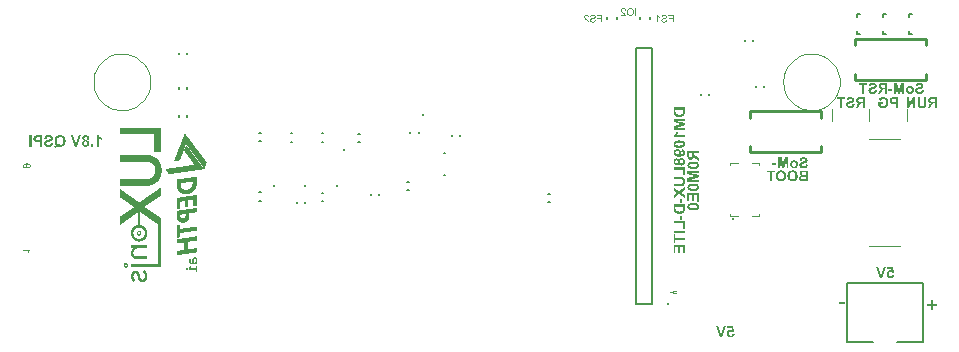
<source format=gbo>
G04*
G04 #@! TF.GenerationSoftware,Altium Limited,Altium Designer,21.2.2 (38)*
G04*
G04 Layer_Color=32896*
%FSLAX44Y44*%
%MOMM*%
G71*
G04*
G04 #@! TF.SameCoordinates,AE48C8AA-F38C-48B7-832D-B57493388113*
G04*
G04*
G04 #@! TF.FilePolarity,Positive*
G04*
G01*
G75*
%ADD11C,0.2000*%
%ADD12C,0.2540*%
%ADD64C,0.1016*%
%ADD65C,0.2540*%
%ADD128C,0.1000*%
G36*
X-259111Y-69333D02*
X-264445D01*
Y-54333D01*
X-293667D01*
Y-53667D01*
Y-53556D01*
Y-48778D01*
X-259111D01*
Y-69333D01*
D02*
G37*
G36*
X-238455Y-53815D02*
X-238369D01*
Y-53901D01*
X-238283D01*
Y-53987D01*
X-238198D01*
Y-54158D01*
X-238112D01*
Y-54244D01*
X-238026D01*
Y-54330D01*
X-237940D01*
Y-54501D01*
X-237855D01*
Y-54587D01*
X-237769D01*
Y-54673D01*
X-237683D01*
Y-54844D01*
X-237597D01*
Y-54930D01*
X-237512D01*
Y-55102D01*
X-237426D01*
Y-55187D01*
X-237340D01*
Y-55273D01*
X-237254D01*
Y-55445D01*
X-237169D01*
Y-55530D01*
X-237083D01*
Y-55616D01*
X-236997D01*
Y-55788D01*
X-236911D01*
Y-55873D01*
X-236826D01*
Y-55959D01*
X-236740D01*
Y-56131D01*
X-236654D01*
Y-56216D01*
X-236568D01*
Y-56302D01*
X-236483D01*
Y-56474D01*
X-236397D01*
Y-56559D01*
X-236311D01*
Y-56645D01*
X-236225D01*
Y-56817D01*
X-236140D01*
Y-56902D01*
X-236054D01*
Y-56988D01*
X-235968D01*
Y-57160D01*
X-235882D01*
Y-57245D01*
X-235797D01*
Y-57331D01*
X-235711D01*
Y-57503D01*
X-235625D01*
Y-57589D01*
X-235539D01*
Y-57674D01*
X-235453D01*
Y-57846D01*
X-235368D01*
Y-57931D01*
X-235282D01*
Y-58017D01*
X-235196D01*
Y-58189D01*
X-235110D01*
Y-58274D01*
X-235025D01*
Y-58360D01*
X-234939D01*
Y-58532D01*
X-234853D01*
Y-58618D01*
X-234767D01*
Y-58703D01*
X-234682D01*
Y-58875D01*
X-234596D01*
Y-58961D01*
X-234510D01*
Y-59046D01*
X-234424D01*
Y-59218D01*
X-234339D01*
Y-59304D01*
X-234253D01*
Y-59389D01*
X-234167D01*
Y-59561D01*
X-234081D01*
Y-59647D01*
X-233996D01*
Y-59732D01*
X-233910D01*
Y-59904D01*
X-233824D01*
Y-59990D01*
X-233738D01*
Y-60075D01*
X-233653D01*
Y-60247D01*
X-233567D01*
Y-60333D01*
X-233481D01*
Y-60418D01*
X-233395D01*
Y-60590D01*
X-233310D01*
Y-60676D01*
X-233224D01*
Y-60761D01*
X-233138D01*
Y-60933D01*
X-233052D01*
Y-61019D01*
X-232966D01*
Y-61104D01*
X-232881D01*
Y-61276D01*
X-232795D01*
Y-61362D01*
X-232709D01*
Y-61448D01*
X-232624D01*
Y-61619D01*
X-232538D01*
Y-61705D01*
X-232452D01*
Y-61790D01*
X-232366D01*
Y-61962D01*
X-232281D01*
Y-62048D01*
X-232195D01*
Y-62134D01*
X-232109D01*
Y-62305D01*
X-232023D01*
Y-62391D01*
X-231938D01*
Y-62477D01*
X-231852D01*
Y-62648D01*
X-231766D01*
Y-62734D01*
X-231680D01*
Y-62820D01*
X-231595D01*
Y-62991D01*
X-231509D01*
Y-63077D01*
X-231423D01*
Y-63163D01*
X-231337D01*
Y-63334D01*
X-231251D01*
Y-63420D01*
X-231166D01*
Y-63506D01*
X-231080D01*
Y-63677D01*
X-230994D01*
Y-63763D01*
X-230908D01*
Y-63849D01*
X-230823D01*
Y-64020D01*
X-230737D01*
Y-64106D01*
X-230651D01*
Y-64192D01*
X-230565D01*
Y-64363D01*
X-230480D01*
Y-64449D01*
X-230394D01*
Y-64535D01*
X-230308D01*
Y-64706D01*
X-230222D01*
Y-64792D01*
X-230137D01*
Y-64963D01*
X-230051D01*
Y-65049D01*
X-229965D01*
Y-65135D01*
X-229879D01*
Y-65307D01*
X-229794D01*
Y-65392D01*
X-229708D01*
Y-65478D01*
X-229622D01*
Y-65649D01*
X-229536D01*
Y-65735D01*
X-229450D01*
Y-65821D01*
X-229365D01*
Y-65993D01*
X-229279D01*
Y-66078D01*
X-229193D01*
Y-66164D01*
X-229107D01*
Y-66336D01*
X-229022D01*
Y-66421D01*
X-228936D01*
Y-66507D01*
X-228850D01*
Y-66679D01*
X-228764D01*
Y-66764D01*
X-228679D01*
Y-66850D01*
X-228593D01*
Y-67022D01*
X-228507D01*
Y-67107D01*
X-228421D01*
Y-67193D01*
X-228336D01*
Y-67365D01*
X-228250D01*
Y-67450D01*
X-228164D01*
Y-67536D01*
X-228078D01*
Y-67708D01*
X-227993D01*
Y-67793D01*
X-227907D01*
Y-67879D01*
X-227821D01*
Y-68051D01*
X-227735D01*
Y-68136D01*
X-227650D01*
Y-68222D01*
X-227564D01*
Y-68394D01*
X-227478D01*
Y-68479D01*
X-227392D01*
Y-68565D01*
X-227307D01*
Y-68737D01*
X-227221D01*
Y-68822D01*
X-227135D01*
Y-68908D01*
X-227049D01*
Y-69080D01*
X-226964D01*
Y-69166D01*
X-226878D01*
Y-69251D01*
X-226792D01*
Y-69423D01*
X-226706D01*
Y-69509D01*
X-226621D01*
Y-69594D01*
X-226535D01*
Y-69766D01*
X-226449D01*
Y-69852D01*
X-226363D01*
Y-69937D01*
X-226278D01*
Y-70109D01*
X-226192D01*
Y-70195D01*
X-226106D01*
Y-70280D01*
X-226020D01*
Y-70452D01*
X-225935D01*
Y-70538D01*
X-225849D01*
Y-70623D01*
X-225763D01*
Y-70795D01*
X-225677D01*
Y-70881D01*
X-225592D01*
Y-70966D01*
X-225506D01*
Y-71138D01*
X-225420D01*
Y-71224D01*
X-225334D01*
Y-71309D01*
X-225249D01*
Y-71481D01*
X-225163D01*
Y-71567D01*
X-225077D01*
Y-71652D01*
X-224991D01*
Y-71824D01*
X-224905D01*
Y-71910D01*
X-224820D01*
Y-71996D01*
X-224734D01*
Y-72167D01*
X-224648D01*
Y-72253D01*
X-224562D01*
Y-72339D01*
X-224477D01*
Y-72510D01*
X-224391D01*
Y-72596D01*
X-224305D01*
Y-72681D01*
X-224219D01*
Y-72853D01*
X-224134D01*
Y-72939D01*
X-224048D01*
Y-73025D01*
X-223962D01*
Y-73196D01*
X-223876D01*
Y-73282D01*
X-223791D01*
Y-73368D01*
X-223705D01*
Y-73539D01*
X-223619D01*
Y-73625D01*
X-223533D01*
Y-73711D01*
X-223448D01*
Y-73882D01*
X-223362D01*
Y-73968D01*
X-223276D01*
Y-74054D01*
X-223190D01*
Y-74225D01*
X-223105D01*
Y-74311D01*
X-223019D01*
Y-74482D01*
X-222933D01*
Y-74568D01*
X-222847D01*
Y-74654D01*
X-222762D01*
Y-74825D01*
X-222676D01*
Y-74911D01*
X-222590D01*
Y-74997D01*
X-222504D01*
Y-75168D01*
X-222419D01*
Y-75254D01*
X-222333D01*
Y-75340D01*
X-222247D01*
Y-75511D01*
X-222161D01*
Y-75597D01*
X-222076D01*
Y-75683D01*
X-221990D01*
Y-75855D01*
X-221904D01*
Y-75940D01*
X-221818D01*
Y-76026D01*
X-221733D01*
Y-76198D01*
X-221647D01*
Y-76283D01*
X-221561D01*
Y-76369D01*
X-221475D01*
Y-76540D01*
X-221390D01*
Y-76626D01*
X-221304D01*
Y-76712D01*
X-221218D01*
Y-76884D01*
X-221132D01*
Y-76969D01*
X-221047D01*
Y-77055D01*
X-220961D01*
Y-77227D01*
X-220875D01*
Y-77312D01*
X-220789D01*
Y-77398D01*
X-220704D01*
Y-77570D01*
X-220618D01*
Y-77655D01*
X-220532D01*
Y-77741D01*
X-220446D01*
Y-77913D01*
X-220360D01*
Y-77998D01*
X-220275D01*
Y-78084D01*
X-220189D01*
Y-78256D01*
X-220103D01*
Y-78599D01*
X-220189D01*
Y-78856D01*
X-220275D01*
Y-79113D01*
X-220360D01*
Y-79370D01*
X-220446D01*
Y-79628D01*
X-220532D01*
Y-79799D01*
X-220618D01*
Y-80056D01*
X-220704D01*
Y-80314D01*
X-220789D01*
Y-80571D01*
X-220875D01*
Y-80828D01*
X-220961D01*
Y-81086D01*
X-221047D01*
Y-81257D01*
X-221132D01*
Y-81514D01*
X-221218D01*
Y-81772D01*
X-221304D01*
Y-82029D01*
X-221390D01*
Y-82286D01*
X-221475D01*
Y-82543D01*
X-221561D01*
Y-82715D01*
X-221647D01*
Y-82972D01*
X-221733D01*
Y-83230D01*
X-221818D01*
Y-83487D01*
X-221904D01*
Y-83658D01*
X-221990D01*
Y-83573D01*
X-222076D01*
Y-83401D01*
X-222161D01*
Y-83315D01*
X-222247D01*
Y-83230D01*
X-222333D01*
Y-83058D01*
X-222419D01*
Y-82972D01*
X-222504D01*
Y-82886D01*
X-222590D01*
Y-82715D01*
X-222676D01*
Y-82629D01*
X-222762D01*
Y-82543D01*
X-222847D01*
Y-82372D01*
X-222933D01*
Y-82286D01*
X-223019D01*
Y-82200D01*
X-223105D01*
Y-82029D01*
X-223190D01*
Y-81943D01*
X-223276D01*
Y-81857D01*
X-223362D01*
Y-81686D01*
X-223448D01*
Y-81600D01*
X-223533D01*
Y-81514D01*
X-223619D01*
Y-81343D01*
X-223705D01*
Y-81257D01*
X-223791D01*
Y-81171D01*
X-223876D01*
Y-81000D01*
X-223962D01*
Y-80914D01*
X-224048D01*
Y-80828D01*
X-224134D01*
Y-80657D01*
X-224219D01*
Y-80571D01*
X-224305D01*
Y-80485D01*
X-224391D01*
Y-80314D01*
X-224477D01*
Y-80228D01*
X-224562D01*
Y-80142D01*
X-224648D01*
Y-79971D01*
X-224734D01*
Y-79885D01*
X-224820D01*
Y-79799D01*
X-224905D01*
Y-79628D01*
X-224991D01*
Y-79542D01*
X-225077D01*
Y-79456D01*
X-225163D01*
Y-79285D01*
X-225249D01*
Y-79199D01*
X-225334D01*
Y-79113D01*
X-225420D01*
Y-78942D01*
X-225506D01*
Y-78856D01*
X-225592D01*
Y-78770D01*
X-225677D01*
Y-78599D01*
X-225763D01*
Y-78513D01*
X-225849D01*
Y-78427D01*
X-225935D01*
Y-78256D01*
X-226020D01*
Y-78170D01*
X-226106D01*
Y-78084D01*
X-226192D01*
Y-77913D01*
X-226278D01*
Y-77827D01*
X-226363D01*
Y-77741D01*
X-226449D01*
Y-77570D01*
X-226535D01*
Y-77484D01*
X-226621D01*
Y-77398D01*
X-226706D01*
Y-77227D01*
X-226792D01*
Y-77141D01*
X-226878D01*
Y-77055D01*
X-226964D01*
Y-76884D01*
X-227049D01*
Y-76798D01*
X-227135D01*
Y-76712D01*
X-227221D01*
Y-76540D01*
X-227307D01*
Y-76455D01*
X-227392D01*
Y-76369D01*
X-227478D01*
Y-76198D01*
X-227564D01*
Y-76112D01*
X-227650D01*
Y-76026D01*
X-227735D01*
Y-75855D01*
X-227821D01*
Y-75769D01*
X-227907D01*
Y-75683D01*
X-227993D01*
Y-75511D01*
X-228078D01*
Y-75426D01*
X-228164D01*
Y-75340D01*
X-228250D01*
Y-75168D01*
X-228336D01*
Y-75083D01*
X-228421D01*
Y-74997D01*
X-228507D01*
Y-74825D01*
X-228593D01*
Y-74740D01*
X-228679D01*
Y-74654D01*
X-228764D01*
Y-74568D01*
X-228850D01*
Y-74397D01*
X-228936D01*
Y-74311D01*
X-229022D01*
Y-74225D01*
X-229107D01*
Y-74054D01*
X-229193D01*
Y-73968D01*
X-229279D01*
Y-73882D01*
X-229365D01*
Y-73711D01*
X-229450D01*
Y-73625D01*
X-229536D01*
Y-73539D01*
X-229622D01*
Y-73368D01*
X-229708D01*
Y-73282D01*
X-229794D01*
Y-73196D01*
X-229879D01*
Y-73025D01*
X-229965D01*
Y-72939D01*
X-230051D01*
Y-72853D01*
X-230137D01*
Y-72681D01*
X-230222D01*
Y-72596D01*
X-230308D01*
Y-72510D01*
X-230394D01*
Y-72339D01*
X-230480D01*
Y-72253D01*
X-230565D01*
Y-72167D01*
X-230651D01*
Y-71996D01*
X-230737D01*
Y-71910D01*
X-230823D01*
Y-71824D01*
X-230908D01*
Y-71652D01*
X-230994D01*
Y-71567D01*
X-231080D01*
Y-71481D01*
X-231166D01*
Y-71309D01*
X-231251D01*
Y-71224D01*
X-231337D01*
Y-71138D01*
X-231423D01*
Y-70966D01*
X-231509D01*
Y-70881D01*
X-231595D01*
Y-70795D01*
X-231680D01*
Y-70623D01*
X-231766D01*
Y-70538D01*
X-231852D01*
Y-70452D01*
X-231938D01*
Y-70280D01*
X-232023D01*
Y-70195D01*
X-232109D01*
Y-70109D01*
X-232195D01*
Y-69937D01*
X-232281D01*
Y-69852D01*
X-232366D01*
Y-69766D01*
X-232452D01*
Y-69594D01*
X-232538D01*
Y-69509D01*
X-232624D01*
Y-69423D01*
X-232709D01*
Y-69251D01*
X-232795D01*
Y-69166D01*
X-232881D01*
Y-69080D01*
X-232966D01*
Y-68908D01*
X-233052D01*
Y-68822D01*
X-233138D01*
Y-68737D01*
X-233224D01*
Y-68565D01*
X-233310D01*
Y-68479D01*
X-233395D01*
Y-68394D01*
X-233481D01*
Y-68222D01*
X-233567D01*
Y-68136D01*
X-233653D01*
Y-68051D01*
X-233738D01*
Y-67879D01*
X-233824D01*
Y-67793D01*
X-233910D01*
Y-67708D01*
X-233996D01*
Y-67536D01*
X-234081D01*
Y-67450D01*
X-234167D01*
Y-67365D01*
X-234253D01*
Y-67193D01*
X-234339D01*
Y-67107D01*
X-234424D01*
Y-67022D01*
X-234510D01*
Y-66850D01*
X-234596D01*
Y-66764D01*
X-234682D01*
Y-66679D01*
X-234767D01*
Y-66507D01*
X-234853D01*
Y-66421D01*
X-234939D01*
Y-66336D01*
X-235025D01*
Y-66164D01*
X-235110D01*
Y-66078D01*
X-235196D01*
Y-65993D01*
X-235282D01*
Y-65821D01*
X-235368D01*
Y-65735D01*
X-235453D01*
Y-65649D01*
X-235539D01*
Y-65478D01*
X-235625D01*
Y-65392D01*
X-235711D01*
Y-65307D01*
X-235797D01*
Y-65135D01*
X-235882D01*
Y-65049D01*
X-235968D01*
Y-64963D01*
X-236054D01*
Y-64792D01*
X-236140D01*
Y-64706D01*
X-236225D01*
Y-64620D01*
X-236311D01*
Y-64449D01*
X-236397D01*
Y-64363D01*
X-236483D01*
Y-64277D01*
X-236568D01*
Y-64106D01*
X-236654D01*
Y-64020D01*
X-236740D01*
Y-63934D01*
X-236826D01*
Y-63763D01*
X-236911D01*
Y-63677D01*
X-236997D01*
Y-63591D01*
X-237083D01*
Y-63420D01*
X-237169D01*
Y-63334D01*
X-237254D01*
Y-63248D01*
X-237340D01*
Y-63077D01*
X-237426D01*
Y-62991D01*
X-237512D01*
Y-62905D01*
X-237597D01*
Y-62820D01*
X-237769D01*
Y-62905D01*
X-237855D01*
Y-63077D01*
X-237940D01*
Y-63334D01*
X-238026D01*
Y-63591D01*
X-238112D01*
Y-63849D01*
X-238198D01*
Y-64106D01*
X-238283D01*
Y-64277D01*
X-238369D01*
Y-64535D01*
X-238455D01*
Y-64792D01*
X-238541D01*
Y-65049D01*
X-238626D01*
Y-65307D01*
X-238712D01*
Y-65478D01*
X-238798D01*
Y-65735D01*
X-238884D01*
Y-65993D01*
X-238969D01*
Y-66250D01*
X-239055D01*
Y-66507D01*
X-239141D01*
Y-66679D01*
X-239227D01*
Y-66936D01*
X-239312D01*
Y-67193D01*
X-239398D01*
Y-67450D01*
X-239484D01*
Y-67622D01*
X-239570D01*
Y-67879D01*
X-239655D01*
Y-68136D01*
X-239741D01*
Y-68394D01*
X-239827D01*
Y-68651D01*
X-239913D01*
Y-68822D01*
X-239998D01*
Y-69080D01*
X-240084D01*
Y-69337D01*
X-240170D01*
Y-69594D01*
X-240256D01*
Y-69852D01*
X-240341D01*
Y-70023D01*
X-240427D01*
Y-70280D01*
X-240513D01*
Y-70538D01*
X-240599D01*
Y-70795D01*
X-240685D01*
Y-71052D01*
X-240770D01*
Y-71224D01*
X-240856D01*
Y-71481D01*
X-240942D01*
Y-71738D01*
X-241028D01*
Y-71996D01*
X-241113D01*
Y-72253D01*
X-241199D01*
Y-72424D01*
X-241285D01*
Y-72681D01*
X-241371D01*
Y-72939D01*
X-241456D01*
Y-73196D01*
X-241542D01*
Y-73453D01*
X-241628D01*
Y-73625D01*
X-241714D01*
Y-73882D01*
X-241799D01*
Y-74139D01*
X-241885D01*
Y-74397D01*
X-241971D01*
Y-74654D01*
X-242057D01*
Y-74825D01*
X-242142D01*
Y-75083D01*
X-242228D01*
Y-75340D01*
X-242314D01*
Y-75597D01*
X-242400D01*
Y-75855D01*
X-242485D01*
Y-76026D01*
X-242571D01*
Y-76283D01*
X-242657D01*
Y-76455D01*
X-242743D01*
Y-76540D01*
X-243172D01*
Y-76626D01*
X-243772D01*
Y-76712D01*
X-244372D01*
Y-76798D01*
X-244972D01*
Y-76884D01*
X-245573D01*
Y-76969D01*
X-246173D01*
Y-77055D01*
X-246773D01*
Y-77141D01*
X-247374D01*
Y-77227D01*
X-247888D01*
Y-77141D01*
X-247802D01*
Y-76884D01*
X-247717D01*
Y-76712D01*
X-247631D01*
Y-76455D01*
X-247545D01*
Y-76283D01*
X-247459D01*
Y-76026D01*
X-247374D01*
Y-75769D01*
X-247288D01*
Y-75597D01*
X-247202D01*
Y-75340D01*
X-247116D01*
Y-75168D01*
X-247031D01*
Y-74911D01*
X-246945D01*
Y-74740D01*
X-246859D01*
Y-74482D01*
X-246773D01*
Y-74311D01*
X-246688D01*
Y-74054D01*
X-246602D01*
Y-73882D01*
X-246516D01*
Y-73625D01*
X-246430D01*
Y-73368D01*
X-246344D01*
Y-73196D01*
X-246259D01*
Y-72939D01*
X-246173D01*
Y-72767D01*
X-246087D01*
Y-72510D01*
X-246001D01*
Y-72339D01*
X-245916D01*
Y-72081D01*
X-245830D01*
Y-71910D01*
X-245744D01*
Y-71652D01*
X-245658D01*
Y-71481D01*
X-245573D01*
Y-71224D01*
X-245487D01*
Y-71052D01*
X-245401D01*
Y-70795D01*
X-245315D01*
Y-70538D01*
X-245230D01*
Y-70366D01*
X-245144D01*
Y-70109D01*
X-245058D01*
Y-69937D01*
X-244972D01*
Y-69680D01*
X-244887D01*
Y-69509D01*
X-244801D01*
Y-69251D01*
X-244715D01*
Y-69080D01*
X-244629D01*
Y-68822D01*
X-244544D01*
Y-68651D01*
X-244458D01*
Y-68394D01*
X-244372D01*
Y-68222D01*
X-244286D01*
Y-67965D01*
X-244201D01*
Y-67708D01*
X-244115D01*
Y-67536D01*
X-244029D01*
Y-67279D01*
X-243943D01*
Y-67107D01*
X-243857D01*
Y-66850D01*
X-243772D01*
Y-66679D01*
X-243686D01*
Y-66421D01*
X-243600D01*
Y-66250D01*
X-243514D01*
Y-65993D01*
X-243429D01*
Y-65821D01*
X-243343D01*
Y-65564D01*
X-243257D01*
Y-65307D01*
X-243172D01*
Y-65135D01*
X-243086D01*
Y-64878D01*
X-243000D01*
Y-64706D01*
X-242914D01*
Y-64449D01*
X-242828D01*
Y-64277D01*
X-242743D01*
Y-64020D01*
X-242657D01*
Y-63849D01*
X-242571D01*
Y-63591D01*
X-242485D01*
Y-63420D01*
X-242400D01*
Y-63163D01*
X-242314D01*
Y-62991D01*
X-242228D01*
Y-62734D01*
X-242142D01*
Y-62477D01*
X-242057D01*
Y-62305D01*
X-241971D01*
Y-62048D01*
X-241885D01*
Y-61876D01*
X-241799D01*
Y-61619D01*
X-241714D01*
Y-61448D01*
X-241628D01*
Y-61190D01*
X-241542D01*
Y-61019D01*
X-241456D01*
Y-60761D01*
X-241371D01*
Y-60590D01*
X-241285D01*
Y-60333D01*
X-241199D01*
Y-60161D01*
X-241113D01*
Y-59904D01*
X-241028D01*
Y-59647D01*
X-240942D01*
Y-59475D01*
X-240856D01*
Y-59218D01*
X-240770D01*
Y-59046D01*
X-240685D01*
Y-58789D01*
X-240599D01*
Y-58618D01*
X-240513D01*
Y-58360D01*
X-240427D01*
Y-58189D01*
X-240341D01*
Y-57931D01*
X-240256D01*
Y-57760D01*
X-240170D01*
Y-57503D01*
X-240084D01*
Y-57245D01*
X-239998D01*
Y-57074D01*
X-239913D01*
Y-56817D01*
X-239827D01*
Y-56645D01*
X-239741D01*
Y-56388D01*
X-239655D01*
Y-56216D01*
X-239570D01*
Y-55959D01*
X-239484D01*
Y-55788D01*
X-239398D01*
Y-55530D01*
X-239312D01*
Y-55359D01*
X-239227D01*
Y-55102D01*
X-239141D01*
Y-54930D01*
X-239055D01*
Y-54673D01*
X-238969D01*
Y-54415D01*
X-238884D01*
Y-54244D01*
X-238798D01*
Y-53987D01*
X-238712D01*
Y-53815D01*
X-238626D01*
Y-53644D01*
X-238455D01*
Y-53815D01*
D02*
G37*
G36*
X-237512Y-63677D02*
X-237426D01*
Y-63763D01*
X-237340D01*
Y-63849D01*
X-237254D01*
Y-64020D01*
X-237169D01*
Y-64106D01*
X-237083D01*
Y-64192D01*
X-236997D01*
Y-64363D01*
X-236911D01*
Y-64449D01*
X-236826D01*
Y-64535D01*
X-236740D01*
Y-64706D01*
X-236654D01*
Y-64792D01*
X-236568D01*
Y-64878D01*
X-236483D01*
Y-65049D01*
X-236397D01*
Y-65135D01*
X-236311D01*
Y-65221D01*
X-236225D01*
Y-65392D01*
X-236140D01*
Y-65478D01*
X-236054D01*
Y-65564D01*
X-235968D01*
Y-65735D01*
X-235882D01*
Y-65821D01*
X-235797D01*
Y-65907D01*
X-235711D01*
Y-66078D01*
X-235625D01*
Y-66164D01*
X-235539D01*
Y-66250D01*
X-235453D01*
Y-66421D01*
X-235368D01*
Y-66507D01*
X-235282D01*
Y-66593D01*
X-235196D01*
Y-66764D01*
X-235110D01*
Y-66850D01*
X-235025D01*
Y-66936D01*
X-234939D01*
Y-67107D01*
X-234853D01*
Y-67193D01*
X-234767D01*
Y-67279D01*
X-234682D01*
Y-67450D01*
X-234596D01*
Y-67536D01*
X-234510D01*
Y-67622D01*
X-234424D01*
Y-67793D01*
X-234339D01*
Y-67879D01*
X-234253D01*
Y-67965D01*
X-234167D01*
Y-68136D01*
X-234081D01*
Y-68222D01*
X-233996D01*
Y-68308D01*
X-233910D01*
Y-68479D01*
X-233824D01*
Y-68565D01*
X-233738D01*
Y-68651D01*
X-233653D01*
Y-68822D01*
X-233567D01*
Y-68908D01*
X-233481D01*
Y-68994D01*
X-233395D01*
Y-69166D01*
X-233310D01*
Y-69251D01*
X-233224D01*
Y-69337D01*
X-233138D01*
Y-69509D01*
X-233052D01*
Y-69594D01*
X-232966D01*
Y-69680D01*
X-232881D01*
Y-69852D01*
X-232795D01*
Y-69937D01*
X-232709D01*
Y-70023D01*
X-232624D01*
Y-70195D01*
X-232538D01*
Y-70280D01*
X-232452D01*
Y-70366D01*
X-232366D01*
Y-70538D01*
X-232281D01*
Y-70623D01*
X-232195D01*
Y-70709D01*
X-232109D01*
Y-70881D01*
X-232023D01*
Y-70966D01*
X-231938D01*
Y-71052D01*
X-231852D01*
Y-71224D01*
X-231766D01*
Y-71309D01*
X-231680D01*
Y-71395D01*
X-231595D01*
Y-71567D01*
X-231509D01*
Y-71652D01*
X-231423D01*
Y-71738D01*
X-231337D01*
Y-71910D01*
X-231251D01*
Y-71996D01*
X-231166D01*
Y-72081D01*
X-231080D01*
Y-72253D01*
X-230994D01*
Y-72339D01*
X-230908D01*
Y-72424D01*
X-230823D01*
Y-72596D01*
X-230737D01*
Y-72681D01*
X-230651D01*
Y-72767D01*
X-230565D01*
Y-72939D01*
X-230480D01*
Y-73025D01*
X-230394D01*
Y-73110D01*
X-230308D01*
Y-73282D01*
X-230222D01*
Y-73368D01*
X-230137D01*
Y-73453D01*
X-230051D01*
Y-73625D01*
X-229965D01*
Y-73711D01*
X-229879D01*
Y-73796D01*
X-229794D01*
Y-73968D01*
X-229708D01*
Y-74054D01*
X-229622D01*
Y-74139D01*
X-229536D01*
Y-74311D01*
X-229450D01*
Y-74397D01*
X-229365D01*
Y-74482D01*
X-229279D01*
Y-74654D01*
X-229193D01*
Y-74740D01*
X-229107D01*
Y-74825D01*
X-229022D01*
Y-74997D01*
X-228936D01*
Y-75083D01*
X-228850D01*
Y-75168D01*
X-228764D01*
Y-75340D01*
X-228679D01*
Y-75426D01*
X-228593D01*
Y-75511D01*
X-228507D01*
Y-75597D01*
X-228421D01*
Y-75769D01*
X-228336D01*
Y-75855D01*
X-228250D01*
Y-75940D01*
X-228164D01*
Y-76112D01*
X-228078D01*
Y-76198D01*
X-227993D01*
Y-76283D01*
X-227907D01*
Y-76455D01*
X-227821D01*
Y-76540D01*
X-227735D01*
Y-76626D01*
X-227650D01*
Y-76798D01*
X-227564D01*
Y-76884D01*
X-227478D01*
Y-76969D01*
X-227392D01*
Y-77141D01*
X-227307D01*
Y-77227D01*
X-227221D01*
Y-77312D01*
X-227135D01*
Y-77484D01*
X-227049D01*
Y-77570D01*
X-226964D01*
Y-77655D01*
X-226878D01*
Y-77827D01*
X-226792D01*
Y-77913D01*
X-226706D01*
Y-77998D01*
X-226621D01*
Y-78170D01*
X-226535D01*
Y-78256D01*
X-226449D01*
Y-78341D01*
X-226363D01*
Y-78513D01*
X-226278D01*
Y-78599D01*
X-226192D01*
Y-78684D01*
X-226106D01*
Y-78856D01*
X-226020D01*
Y-78942D01*
X-225935D01*
Y-79028D01*
X-225849D01*
Y-79199D01*
X-225763D01*
Y-79285D01*
X-225677D01*
Y-79370D01*
X-225592D01*
Y-79542D01*
X-225506D01*
Y-79628D01*
X-225420D01*
Y-79714D01*
X-225334D01*
Y-79885D01*
X-225249D01*
Y-79971D01*
X-225163D01*
Y-80056D01*
X-225077D01*
Y-80228D01*
X-224991D01*
Y-80314D01*
X-224905D01*
Y-80400D01*
X-224820D01*
Y-80571D01*
X-224734D01*
Y-80657D01*
X-224648D01*
Y-80743D01*
X-224562D01*
Y-80914D01*
X-224477D01*
Y-81000D01*
X-224391D01*
Y-81086D01*
X-224305D01*
Y-81257D01*
X-224219D01*
Y-81343D01*
X-224134D01*
Y-81429D01*
X-224048D01*
Y-81600D01*
X-223962D01*
Y-81686D01*
X-223876D01*
Y-81772D01*
X-223791D01*
Y-81943D01*
X-223705D01*
Y-82029D01*
X-223619D01*
Y-82115D01*
X-223533D01*
Y-82286D01*
X-223448D01*
Y-82372D01*
X-223362D01*
Y-82458D01*
X-223276D01*
Y-82629D01*
X-223190D01*
Y-82715D01*
X-223105D01*
Y-82801D01*
X-223019D01*
Y-82972D01*
X-222933D01*
Y-83058D01*
X-222847D01*
Y-83144D01*
X-222762D01*
Y-83315D01*
X-222676D01*
Y-83401D01*
X-222590D01*
Y-83487D01*
X-222504D01*
Y-83658D01*
X-222419D01*
Y-83744D01*
X-222333D01*
Y-83830D01*
X-222247D01*
Y-83916D01*
X-222762D01*
Y-84001D01*
X-223362D01*
Y-84087D01*
X-223876D01*
Y-84173D01*
X-224477D01*
Y-84259D01*
X-225077D01*
Y-84344D01*
X-225677D01*
Y-84430D01*
X-226278D01*
Y-84516D01*
X-226792D01*
Y-84602D01*
X-227392D01*
Y-84687D01*
X-227993D01*
Y-84773D01*
X-228593D01*
Y-84859D01*
X-229193D01*
Y-84945D01*
X-229708D01*
Y-85030D01*
X-230308D01*
Y-85116D01*
X-230908D01*
Y-85202D01*
X-231509D01*
Y-85288D01*
X-232109D01*
Y-85373D01*
X-232624D01*
Y-85459D01*
X-233224D01*
Y-85545D01*
X-233824D01*
Y-85631D01*
X-234424D01*
Y-85716D01*
X-235025D01*
Y-85802D01*
X-235539D01*
Y-85888D01*
X-236140D01*
Y-85974D01*
X-236740D01*
Y-86059D01*
X-237340D01*
Y-86145D01*
X-237855D01*
Y-86231D01*
X-238455D01*
Y-86317D01*
X-239055D01*
Y-86402D01*
X-239655D01*
Y-86488D01*
X-240256D01*
Y-86574D01*
X-240770D01*
Y-86660D01*
X-241371D01*
Y-86746D01*
X-241971D01*
Y-86831D01*
X-242571D01*
Y-86917D01*
X-243172D01*
Y-87003D01*
X-243686D01*
Y-87088D01*
X-244286D01*
Y-87174D01*
X-244887D01*
Y-87260D01*
X-245487D01*
Y-87346D01*
X-246087D01*
Y-87431D01*
X-246602D01*
Y-87517D01*
X-247202D01*
Y-87603D01*
X-247802D01*
Y-87689D01*
X-248403D01*
Y-87774D01*
X-249003D01*
Y-87860D01*
X-249517D01*
Y-87946D01*
X-250118D01*
Y-88032D01*
X-250718D01*
Y-88118D01*
X-251318D01*
Y-88203D01*
X-251833D01*
Y-88289D01*
X-252176D01*
Y-88118D01*
X-252262D01*
Y-88032D01*
X-252347D01*
Y-87860D01*
X-252433D01*
Y-87774D01*
X-252519D01*
Y-87603D01*
X-252605D01*
Y-87517D01*
X-252690D01*
Y-87346D01*
X-252776D01*
Y-87260D01*
X-252862D01*
Y-87088D01*
X-252948D01*
Y-87003D01*
X-253033D01*
Y-86831D01*
X-253119D01*
Y-86746D01*
X-253205D01*
Y-86574D01*
X-253291D01*
Y-86488D01*
X-253376D01*
Y-86402D01*
X-253462D01*
Y-86231D01*
X-253548D01*
Y-86145D01*
X-253634D01*
Y-85974D01*
X-253720D01*
Y-85888D01*
X-253805D01*
Y-85716D01*
X-253891D01*
Y-85631D01*
X-253977D01*
Y-85459D01*
X-254062D01*
Y-85373D01*
X-254148D01*
Y-85202D01*
X-254234D01*
Y-85116D01*
X-254320D01*
Y-84945D01*
X-254405D01*
Y-84859D01*
X-254491D01*
Y-84687D01*
X-254577D01*
Y-84602D01*
X-254663D01*
Y-84430D01*
X-254748D01*
Y-84344D01*
X-254834D01*
Y-84173D01*
X-254920D01*
Y-84087D01*
X-255006D01*
Y-83916D01*
X-255091D01*
Y-83744D01*
X-254491D01*
Y-83658D01*
X-253891D01*
Y-83573D01*
X-253291D01*
Y-83487D01*
X-252690D01*
Y-83401D01*
X-252090D01*
Y-83315D01*
X-251576D01*
Y-83230D01*
X-250975D01*
Y-83144D01*
X-250375D01*
Y-83058D01*
X-249775D01*
Y-82972D01*
X-249174D01*
Y-82886D01*
X-248660D01*
Y-82801D01*
X-248060D01*
Y-82715D01*
X-247459D01*
Y-82629D01*
X-246859D01*
Y-82543D01*
X-246259D01*
Y-82458D01*
X-245658D01*
Y-82372D01*
X-245144D01*
Y-82286D01*
X-244544D01*
Y-82200D01*
X-243943D01*
Y-82115D01*
X-243343D01*
Y-82029D01*
X-242743D01*
Y-81943D01*
X-242228D01*
Y-81857D01*
X-241628D01*
Y-81772D01*
X-241028D01*
Y-81686D01*
X-240427D01*
Y-81600D01*
X-239827D01*
Y-81514D01*
X-239312D01*
Y-81429D01*
X-238712D01*
Y-81343D01*
X-238112D01*
Y-81257D01*
X-237512D01*
Y-81171D01*
X-236911D01*
Y-81086D01*
X-236311D01*
Y-81000D01*
X-235797D01*
Y-80914D01*
X-235196D01*
Y-80828D01*
X-234596D01*
Y-80743D01*
X-233996D01*
Y-80657D01*
X-233395D01*
Y-80571D01*
X-232881D01*
Y-80485D01*
X-232281D01*
Y-80400D01*
X-231680D01*
Y-80314D01*
X-231080D01*
Y-80228D01*
X-230823D01*
Y-80142D01*
X-230737D01*
Y-79885D01*
X-230823D01*
Y-79714D01*
X-230908D01*
Y-79628D01*
X-230994D01*
Y-79542D01*
X-231080D01*
Y-79370D01*
X-231166D01*
Y-79285D01*
X-231251D01*
Y-79199D01*
X-231337D01*
Y-79028D01*
X-231423D01*
Y-78942D01*
X-231509D01*
Y-78856D01*
X-231595D01*
Y-78684D01*
X-231680D01*
Y-78599D01*
X-231766D01*
Y-78513D01*
X-231852D01*
Y-78341D01*
X-231938D01*
Y-78256D01*
X-232023D01*
Y-78170D01*
X-232109D01*
Y-77998D01*
X-232195D01*
Y-77913D01*
X-232281D01*
Y-77827D01*
X-232366D01*
Y-77655D01*
X-232452D01*
Y-77570D01*
X-232538D01*
Y-77398D01*
X-232624D01*
Y-77312D01*
X-232709D01*
Y-77227D01*
X-232795D01*
Y-77055D01*
X-232881D01*
Y-76969D01*
X-232966D01*
Y-76884D01*
X-233052D01*
Y-76712D01*
X-233138D01*
Y-76626D01*
X-233224D01*
Y-76540D01*
X-233310D01*
Y-76369D01*
X-233395D01*
Y-76283D01*
X-233481D01*
Y-76198D01*
X-233567D01*
Y-76026D01*
X-233653D01*
Y-75940D01*
X-233738D01*
Y-75855D01*
X-233824D01*
Y-75683D01*
X-233910D01*
Y-75597D01*
X-233996D01*
Y-75511D01*
X-234081D01*
Y-75340D01*
X-234167D01*
Y-75254D01*
X-234253D01*
Y-75168D01*
X-234339D01*
Y-74997D01*
X-234424D01*
Y-74911D01*
X-234510D01*
Y-74825D01*
X-234596D01*
Y-74654D01*
X-234682D01*
Y-74568D01*
X-234767D01*
Y-74482D01*
X-234853D01*
Y-74311D01*
X-234939D01*
Y-74225D01*
X-235025D01*
Y-74139D01*
X-235110D01*
Y-73968D01*
X-235196D01*
Y-73882D01*
X-235282D01*
Y-73711D01*
X-235368D01*
Y-73625D01*
X-235453D01*
Y-73539D01*
X-235539D01*
Y-73368D01*
X-235625D01*
Y-73282D01*
X-235711D01*
Y-73196D01*
X-235797D01*
Y-73025D01*
X-235882D01*
Y-72939D01*
X-235968D01*
Y-72853D01*
X-236054D01*
Y-72681D01*
X-236140D01*
Y-72596D01*
X-236225D01*
Y-72510D01*
X-236311D01*
Y-72339D01*
X-236397D01*
Y-72253D01*
X-236483D01*
Y-72167D01*
X-236568D01*
Y-71996D01*
X-236654D01*
Y-71910D01*
X-236740D01*
Y-71824D01*
X-236826D01*
Y-71652D01*
X-236911D01*
Y-71567D01*
X-236997D01*
Y-71481D01*
X-237083D01*
Y-71309D01*
X-237169D01*
Y-71224D01*
X-237254D01*
Y-71138D01*
X-237340D01*
Y-70966D01*
X-237426D01*
Y-70881D01*
X-237512D01*
Y-70795D01*
X-237597D01*
Y-70623D01*
X-237683D01*
Y-70538D01*
X-237769D01*
Y-70452D01*
X-237855D01*
Y-70280D01*
X-237940D01*
Y-70195D01*
X-238026D01*
Y-70109D01*
X-238112D01*
Y-69937D01*
X-238198D01*
Y-69852D01*
X-238283D01*
Y-69680D01*
X-238369D01*
Y-69594D01*
X-238455D01*
Y-69509D01*
X-238541D01*
Y-69337D01*
X-238626D01*
Y-69251D01*
X-238712D01*
Y-69166D01*
X-238798D01*
Y-68994D01*
X-238884D01*
Y-68908D01*
X-238969D01*
Y-68822D01*
X-239055D01*
Y-68651D01*
X-239141D01*
Y-68565D01*
X-239227D01*
Y-68479D01*
X-239312D01*
Y-68136D01*
X-239227D01*
Y-67879D01*
X-239141D01*
Y-67622D01*
X-239055D01*
Y-67450D01*
X-238969D01*
Y-67193D01*
X-238884D01*
Y-66936D01*
X-238798D01*
Y-66679D01*
X-238712D01*
Y-66421D01*
X-238626D01*
Y-66164D01*
X-238541D01*
Y-65993D01*
X-238455D01*
Y-65735D01*
X-238369D01*
Y-65478D01*
X-238283D01*
Y-65221D01*
X-238198D01*
Y-64963D01*
X-238112D01*
Y-64792D01*
X-238026D01*
Y-64535D01*
X-237940D01*
Y-64277D01*
X-237855D01*
Y-64020D01*
X-237769D01*
Y-63763D01*
X-237683D01*
Y-63506D01*
X-237512D01*
Y-63677D01*
D02*
G37*
G36*
X-271444Y-71889D02*
X-270111D01*
Y-72000D01*
X-269333D01*
Y-72111D01*
X-268667D01*
Y-72222D01*
X-268111D01*
Y-72333D01*
X-267667D01*
Y-72445D01*
X-267222D01*
Y-72556D01*
X-266889D01*
Y-72667D01*
X-266556D01*
Y-72778D01*
X-266222D01*
Y-72889D01*
X-265889D01*
Y-73000D01*
X-265667D01*
Y-73111D01*
X-265333D01*
Y-73222D01*
X-265111D01*
Y-73333D01*
X-264889D01*
Y-73444D01*
X-264667D01*
Y-73556D01*
X-264445D01*
Y-73667D01*
X-264222D01*
Y-73778D01*
X-264000D01*
Y-73889D01*
X-263889D01*
Y-74000D01*
X-263667D01*
Y-74111D01*
X-263556D01*
Y-74222D01*
X-263333D01*
Y-74333D01*
X-263222D01*
Y-74444D01*
X-263000D01*
Y-74556D01*
X-262889D01*
Y-74667D01*
X-262778D01*
Y-74778D01*
X-262556D01*
Y-74889D01*
X-262444D01*
Y-75000D01*
X-262333D01*
Y-75111D01*
X-262222D01*
Y-75222D01*
X-262111D01*
Y-75333D01*
X-262000D01*
Y-75444D01*
X-261889D01*
Y-75556D01*
X-261778D01*
Y-75667D01*
X-261667D01*
Y-75778D01*
X-261556D01*
Y-75889D01*
X-261444D01*
Y-76000D01*
X-261333D01*
Y-76111D01*
X-261222D01*
Y-76222D01*
X-261111D01*
Y-76333D01*
X-261000D01*
Y-76556D01*
X-260889D01*
Y-76667D01*
X-260778D01*
Y-76778D01*
X-260667D01*
Y-77000D01*
X-260556D01*
Y-77111D01*
X-260445D01*
Y-77333D01*
X-260333D01*
Y-77445D01*
X-260222D01*
Y-77667D01*
X-260111D01*
Y-77889D01*
X-260000D01*
Y-78000D01*
X-259889D01*
Y-78222D01*
X-259778D01*
Y-78444D01*
X-259667D01*
Y-78667D01*
X-259556D01*
Y-78889D01*
X-259445D01*
Y-79111D01*
X-259333D01*
Y-79444D01*
X-259222D01*
Y-79667D01*
X-259111D01*
Y-80000D01*
X-259000D01*
Y-80333D01*
X-258889D01*
Y-80778D01*
X-258778D01*
Y-81222D01*
X-258667D01*
Y-81778D01*
X-258556D01*
Y-82333D01*
X-258444D01*
Y-83333D01*
X-258333D01*
Y-86778D01*
X-258444D01*
Y-87667D01*
X-258556D01*
Y-88333D01*
X-258667D01*
Y-88889D01*
X-258778D01*
Y-89333D01*
X-258889D01*
Y-89667D01*
X-259000D01*
Y-90000D01*
X-259111D01*
Y-90333D01*
X-259222D01*
Y-90667D01*
X-259333D01*
Y-90889D01*
X-259445D01*
Y-91222D01*
X-259556D01*
Y-91445D01*
X-259667D01*
Y-91667D01*
X-259778D01*
Y-91889D01*
X-259889D01*
Y-92000D01*
X-260000D01*
Y-92222D01*
X-260111D01*
Y-92444D01*
X-260222D01*
Y-92667D01*
X-260333D01*
Y-92778D01*
X-260445D01*
Y-93000D01*
X-260556D01*
Y-93111D01*
X-260667D01*
Y-93222D01*
X-260778D01*
Y-93444D01*
X-260889D01*
Y-93556D01*
X-261000D01*
Y-93667D01*
X-261111D01*
Y-93778D01*
X-261222D01*
Y-94000D01*
X-261333D01*
Y-94111D01*
X-261444D01*
Y-94222D01*
X-261556D01*
Y-94333D01*
X-261667D01*
Y-94445D01*
X-261778D01*
Y-94556D01*
X-261889D01*
Y-94667D01*
X-262000D01*
Y-94778D01*
X-262111D01*
Y-94889D01*
X-262222D01*
Y-95000D01*
X-262333D01*
Y-95111D01*
X-262556D01*
Y-95222D01*
X-262667D01*
Y-95333D01*
X-262778D01*
Y-95444D01*
X-262889D01*
Y-95556D01*
X-263111D01*
Y-95667D01*
X-263222D01*
Y-95778D01*
X-263444D01*
Y-95889D01*
X-263556D01*
Y-96000D01*
X-263778D01*
Y-96111D01*
X-263889D01*
Y-96222D01*
X-264111D01*
Y-96333D01*
X-264333D01*
Y-96445D01*
X-264556D01*
Y-96556D01*
X-264667D01*
Y-96667D01*
X-264889D01*
Y-96778D01*
X-265222D01*
Y-96889D01*
X-265445D01*
Y-97000D01*
X-265667D01*
Y-97111D01*
X-266000D01*
Y-97222D01*
X-266333D01*
Y-97333D01*
X-266667D01*
Y-97444D01*
X-267000D01*
Y-97556D01*
X-267333D01*
Y-97667D01*
X-267778D01*
Y-97778D01*
X-268333D01*
Y-97889D01*
X-268889D01*
Y-98000D01*
X-269556D01*
Y-98111D01*
X-270444D01*
Y-98222D01*
X-293667D01*
Y-92667D01*
X-271556D01*
Y-92556D01*
X-270556D01*
Y-92444D01*
X-269889D01*
Y-92333D01*
X-269333D01*
Y-92222D01*
X-268889D01*
Y-92111D01*
X-268556D01*
Y-92000D01*
X-268222D01*
Y-91889D01*
X-268000D01*
Y-91778D01*
X-267667D01*
Y-91667D01*
X-267444D01*
Y-91556D01*
X-267222D01*
Y-91445D01*
X-267000D01*
Y-91333D01*
X-266778D01*
Y-91222D01*
X-266667D01*
Y-91111D01*
X-266444D01*
Y-91000D01*
X-266333D01*
Y-90889D01*
X-266111D01*
Y-90778D01*
X-266000D01*
Y-90667D01*
X-265889D01*
Y-90556D01*
X-265778D01*
Y-90444D01*
X-265667D01*
Y-90333D01*
X-265556D01*
Y-90222D01*
X-265445D01*
Y-90111D01*
X-265333D01*
Y-90000D01*
X-265222D01*
Y-89889D01*
X-265111D01*
Y-89778D01*
X-265000D01*
Y-89556D01*
X-264889D01*
Y-89445D01*
X-264778D01*
Y-89333D01*
X-264667D01*
Y-89111D01*
X-264556D01*
Y-88889D01*
X-264445D01*
Y-88667D01*
X-264333D01*
Y-88444D01*
X-264222D01*
Y-88222D01*
X-264111D01*
Y-88000D01*
X-264000D01*
Y-87556D01*
X-263889D01*
Y-87111D01*
X-263778D01*
Y-86445D01*
X-263667D01*
Y-83556D01*
X-263778D01*
Y-82889D01*
X-263889D01*
Y-82444D01*
X-264000D01*
Y-82111D01*
X-264111D01*
Y-81778D01*
X-264222D01*
Y-81556D01*
X-264333D01*
Y-81333D01*
X-264445D01*
Y-81111D01*
X-264556D01*
Y-81000D01*
X-264667D01*
Y-80778D01*
X-264778D01*
Y-80667D01*
X-264889D01*
Y-80444D01*
X-265000D01*
Y-80333D01*
X-265111D01*
Y-80222D01*
X-265222D01*
Y-80111D01*
X-265333D01*
Y-79889D01*
X-265445D01*
Y-79778D01*
X-265556D01*
Y-79667D01*
X-265667D01*
Y-79556D01*
X-265889D01*
Y-79444D01*
X-266000D01*
Y-79333D01*
X-266111D01*
Y-79222D01*
X-266222D01*
Y-79111D01*
X-266444D01*
Y-79000D01*
X-266556D01*
Y-78889D01*
X-266778D01*
Y-78778D01*
X-267000D01*
Y-78667D01*
X-267222D01*
Y-78556D01*
X-267444D01*
Y-78444D01*
X-267667D01*
Y-78333D01*
X-267889D01*
Y-78222D01*
X-268111D01*
Y-78111D01*
X-268444D01*
Y-78000D01*
X-268778D01*
Y-77889D01*
X-269222D01*
Y-77778D01*
X-269778D01*
Y-77667D01*
X-270333D01*
Y-77556D01*
X-271222D01*
Y-77445D01*
X-293667D01*
Y-71778D01*
X-271444D01*
Y-71889D01*
D02*
G37*
G36*
X-228593Y-97122D02*
X-228679D01*
Y-97808D01*
X-228764D01*
Y-98322D01*
X-228850D01*
Y-98666D01*
X-228936D01*
Y-99009D01*
X-229022D01*
Y-99266D01*
X-229107D01*
Y-99437D01*
X-229193D01*
Y-99695D01*
X-229279D01*
Y-99866D01*
X-229365D01*
Y-100038D01*
X-229450D01*
Y-100209D01*
X-229536D01*
Y-100381D01*
X-229622D01*
Y-100552D01*
X-229708D01*
Y-100638D01*
X-229794D01*
Y-100809D01*
X-229879D01*
Y-100981D01*
X-229965D01*
Y-101067D01*
X-230051D01*
Y-101238D01*
X-230137D01*
Y-101324D01*
X-230222D01*
Y-101410D01*
X-230308D01*
Y-101581D01*
X-230394D01*
Y-101667D01*
X-230480D01*
Y-101753D01*
X-230565D01*
Y-101839D01*
X-230651D01*
Y-102010D01*
X-230737D01*
Y-102096D01*
X-230823D01*
Y-102182D01*
X-230908D01*
Y-102267D01*
X-230994D01*
Y-102353D01*
X-231080D01*
Y-102439D01*
X-231166D01*
Y-102524D01*
X-231251D01*
Y-102610D01*
X-231337D01*
Y-102696D01*
X-231423D01*
Y-102782D01*
X-231509D01*
Y-102868D01*
X-231595D01*
Y-102953D01*
X-231766D01*
Y-103039D01*
X-231852D01*
Y-103125D01*
X-231938D01*
Y-103211D01*
X-232109D01*
Y-103296D01*
X-232195D01*
Y-103382D01*
X-232281D01*
Y-103468D01*
X-232452D01*
Y-103554D01*
X-232538D01*
Y-103639D01*
X-232709D01*
Y-103725D01*
X-232881D01*
Y-103811D01*
X-232966D01*
Y-103897D01*
X-233138D01*
Y-103982D01*
X-233310D01*
Y-104068D01*
X-233481D01*
Y-104154D01*
X-233653D01*
Y-104240D01*
X-233910D01*
Y-104325D01*
X-234081D01*
Y-104411D01*
X-234253D01*
Y-104497D01*
X-234510D01*
Y-104583D01*
X-234767D01*
Y-104668D01*
X-235025D01*
Y-104754D01*
X-235368D01*
Y-104840D01*
X-235797D01*
Y-104926D01*
X-236225D01*
Y-105011D01*
X-236911D01*
Y-105097D01*
X-238969D01*
Y-105011D01*
X-239570D01*
Y-104926D01*
X-239998D01*
Y-104840D01*
X-240341D01*
Y-104754D01*
X-240599D01*
Y-104668D01*
X-240856D01*
Y-104583D01*
X-241113D01*
Y-104497D01*
X-241285D01*
Y-104411D01*
X-241542D01*
Y-104325D01*
X-241714D01*
Y-104240D01*
X-241885D01*
Y-104154D01*
X-241971D01*
Y-104068D01*
X-242142D01*
Y-103982D01*
X-242314D01*
Y-103897D01*
X-242400D01*
Y-103811D01*
X-242571D01*
Y-103725D01*
X-242657D01*
Y-103639D01*
X-242828D01*
Y-103554D01*
X-242914D01*
Y-103468D01*
X-243000D01*
Y-103382D01*
X-243086D01*
Y-103296D01*
X-243172D01*
Y-103211D01*
X-243343D01*
Y-103125D01*
X-243429D01*
Y-103039D01*
X-243514D01*
Y-102953D01*
X-243600D01*
Y-102868D01*
X-243686D01*
Y-102782D01*
X-243772D01*
Y-102610D01*
X-243857D01*
Y-102524D01*
X-243943D01*
Y-102439D01*
X-244029D01*
Y-102353D01*
X-244115D01*
Y-102267D01*
X-244201D01*
Y-102096D01*
X-244286D01*
Y-102010D01*
X-244372D01*
Y-101839D01*
X-244458D01*
Y-101667D01*
X-244544D01*
Y-101581D01*
X-244629D01*
Y-101410D01*
X-244715D01*
Y-101238D01*
X-244801D01*
Y-100981D01*
X-244887D01*
Y-100809D01*
X-244972D01*
Y-100552D01*
X-245058D01*
Y-100381D01*
X-245144D01*
Y-100123D01*
X-245230D01*
Y-99780D01*
X-245315D01*
Y-99523D01*
X-245401D01*
Y-99180D01*
X-245487D01*
Y-98751D01*
X-245573D01*
Y-98237D01*
X-245658D01*
Y-96607D01*
Y-96522D01*
Y-92748D01*
X-245144D01*
Y-92663D01*
X-244544D01*
Y-92577D01*
X-244029D01*
Y-92491D01*
X-243429D01*
Y-92405D01*
X-242828D01*
Y-92320D01*
X-242228D01*
Y-92234D01*
X-241628D01*
Y-92148D01*
X-241113D01*
Y-92062D01*
X-240513D01*
Y-91977D01*
X-239913D01*
Y-91891D01*
X-239312D01*
Y-91805D01*
X-238712D01*
Y-91719D01*
X-238198D01*
Y-91634D01*
X-237597D01*
Y-91548D01*
X-236997D01*
Y-91462D01*
X-236397D01*
Y-91376D01*
X-235797D01*
Y-91291D01*
X-235196D01*
Y-91205D01*
X-234682D01*
Y-91119D01*
X-234081D01*
Y-91033D01*
X-233481D01*
Y-90948D01*
X-232881D01*
Y-90862D01*
X-232281D01*
Y-90776D01*
X-231766D01*
Y-90690D01*
X-231166D01*
Y-90604D01*
X-230565D01*
Y-90519D01*
X-229965D01*
Y-90433D01*
X-229365D01*
Y-90347D01*
X-228850D01*
Y-90261D01*
X-228593D01*
Y-97122D01*
D02*
G37*
G36*
X-259111Y-106445D02*
X-259222D01*
Y-106556D01*
X-259333D01*
Y-106667D01*
X-259445D01*
Y-106778D01*
X-259667D01*
Y-106889D01*
X-259778D01*
Y-107000D01*
X-260000D01*
Y-107111D01*
X-260111D01*
Y-107222D01*
X-260333D01*
Y-107333D01*
X-260445D01*
Y-107444D01*
X-260667D01*
Y-107556D01*
X-260778D01*
Y-107667D01*
X-261000D01*
Y-107778D01*
X-261111D01*
Y-107889D01*
X-261333D01*
Y-108000D01*
X-261444D01*
Y-108111D01*
X-261667D01*
Y-108222D01*
X-261778D01*
Y-108333D01*
X-262000D01*
Y-108444D01*
X-262111D01*
Y-108556D01*
X-262333D01*
Y-108667D01*
X-262444D01*
Y-108778D01*
X-262667D01*
Y-108889D01*
X-262778D01*
Y-109000D01*
X-263000D01*
Y-109111D01*
X-263111D01*
Y-109222D01*
X-263333D01*
Y-109333D01*
X-263444D01*
Y-109445D01*
X-263556D01*
Y-109556D01*
X-263778D01*
Y-109667D01*
X-263889D01*
Y-109778D01*
X-264111D01*
Y-109889D01*
X-264222D01*
Y-110000D01*
X-264445D01*
Y-110111D01*
X-264556D01*
Y-110222D01*
X-264778D01*
Y-110333D01*
X-264889D01*
Y-110444D01*
X-265111D01*
Y-110556D01*
X-265222D01*
Y-110667D01*
X-265445D01*
Y-110778D01*
X-265556D01*
Y-110889D01*
X-265778D01*
Y-111000D01*
X-265889D01*
Y-111111D01*
X-266111D01*
Y-111222D01*
X-266222D01*
Y-111333D01*
X-266444D01*
Y-111445D01*
X-266556D01*
Y-111556D01*
X-266778D01*
Y-111667D01*
X-266889D01*
Y-111778D01*
X-267111D01*
Y-111889D01*
X-267222D01*
Y-112000D01*
X-267444D01*
Y-112111D01*
X-267556D01*
Y-112222D01*
X-267778D01*
Y-112333D01*
X-267889D01*
Y-112444D01*
X-268111D01*
Y-112556D01*
X-268222D01*
Y-112667D01*
X-268444D01*
Y-112778D01*
X-268556D01*
Y-112889D01*
X-268778D01*
Y-113000D01*
X-268889D01*
Y-113111D01*
X-269111D01*
Y-113222D01*
X-269222D01*
Y-113333D01*
X-269444D01*
Y-113444D01*
X-269556D01*
Y-113556D01*
X-269778D01*
Y-113667D01*
X-269889D01*
Y-113778D01*
X-270111D01*
Y-113889D01*
X-270222D01*
Y-114000D01*
X-270444D01*
Y-114111D01*
X-270556D01*
Y-114222D01*
X-270778D01*
Y-114333D01*
X-270889D01*
Y-114445D01*
X-271000D01*
Y-114556D01*
X-271222D01*
Y-114667D01*
X-271333D01*
Y-114778D01*
X-271556D01*
Y-114889D01*
X-271667D01*
Y-115000D01*
X-271889D01*
Y-115111D01*
X-272000D01*
Y-115222D01*
X-272222D01*
Y-115333D01*
X-272333D01*
Y-115444D01*
X-272556D01*
Y-115556D01*
X-272667D01*
Y-115667D01*
X-272889D01*
Y-115778D01*
X-273000D01*
Y-115889D01*
X-272889D01*
Y-116000D01*
X-272667D01*
Y-116111D01*
X-272556D01*
Y-116222D01*
X-272333D01*
Y-116333D01*
X-272222D01*
Y-116445D01*
X-272000D01*
Y-116556D01*
X-271889D01*
Y-116667D01*
X-271667D01*
Y-116778D01*
X-271556D01*
Y-116889D01*
X-271333D01*
Y-117000D01*
X-271222D01*
Y-117111D01*
X-271000D01*
Y-117222D01*
X-270889D01*
Y-117333D01*
X-270667D01*
Y-117444D01*
X-270556D01*
Y-117556D01*
X-270333D01*
Y-117667D01*
X-270222D01*
Y-117778D01*
X-270000D01*
Y-117889D01*
X-269889D01*
Y-118000D01*
X-269667D01*
Y-118111D01*
X-269556D01*
Y-118222D01*
X-269333D01*
Y-118333D01*
X-269222D01*
Y-118444D01*
X-269000D01*
Y-118556D01*
X-268889D01*
Y-118667D01*
X-268667D01*
Y-118778D01*
X-268556D01*
Y-118889D01*
X-268333D01*
Y-119000D01*
X-268222D01*
Y-119111D01*
X-268111D01*
Y-119222D01*
X-267889D01*
Y-119333D01*
X-267778D01*
Y-119445D01*
X-267556D01*
Y-119556D01*
X-267444D01*
Y-119667D01*
X-267222D01*
Y-119778D01*
X-267111D01*
Y-119889D01*
X-266889D01*
Y-120000D01*
X-266778D01*
Y-120111D01*
X-266556D01*
Y-120222D01*
X-266444D01*
Y-120333D01*
X-266222D01*
Y-120444D01*
X-266111D01*
Y-120556D01*
X-265889D01*
Y-120667D01*
X-265778D01*
Y-120778D01*
X-265556D01*
Y-120889D01*
X-265445D01*
Y-121000D01*
X-265222D01*
Y-121111D01*
X-265111D01*
Y-121222D01*
X-264889D01*
Y-121333D01*
X-264778D01*
Y-121445D01*
X-264556D01*
Y-121556D01*
X-264445D01*
Y-121667D01*
X-264222D01*
Y-121778D01*
X-264111D01*
Y-121889D01*
X-263889D01*
Y-122000D01*
X-263778D01*
Y-122111D01*
X-263556D01*
Y-122222D01*
X-263444D01*
Y-122333D01*
X-263222D01*
Y-122444D01*
X-263111D01*
Y-122556D01*
X-262889D01*
Y-122667D01*
X-262778D01*
Y-122778D01*
X-262556D01*
Y-122889D01*
X-262444D01*
Y-123000D01*
X-262222D01*
Y-123111D01*
X-262111D01*
Y-123222D01*
X-261889D01*
Y-123333D01*
X-261778D01*
Y-123444D01*
X-261556D01*
Y-123556D01*
X-261444D01*
Y-123667D01*
X-261222D01*
Y-123778D01*
X-261111D01*
Y-123889D01*
X-260889D01*
Y-124000D01*
X-260778D01*
Y-124111D01*
X-260556D01*
Y-124222D01*
X-260445D01*
Y-124333D01*
X-260222D01*
Y-124445D01*
X-260111D01*
Y-124556D01*
X-259889D01*
Y-124667D01*
X-259778D01*
Y-124778D01*
X-259556D01*
Y-124889D01*
X-259445D01*
Y-125000D01*
X-259222D01*
Y-125111D01*
X-259111D01*
Y-166556D01*
X-284000D01*
Y-164445D01*
X-283889D01*
Y-164333D01*
X-261333D01*
Y-130778D01*
X-261444D01*
Y-130667D01*
X-261667D01*
Y-130556D01*
X-261778D01*
Y-130444D01*
X-262000D01*
Y-130333D01*
X-262111D01*
Y-130222D01*
X-262333D01*
Y-130111D01*
X-262444D01*
Y-130000D01*
X-262556D01*
Y-129889D01*
X-262778D01*
Y-129778D01*
X-262889D01*
Y-129667D01*
X-263111D01*
Y-129556D01*
X-263222D01*
Y-129445D01*
X-263444D01*
Y-129333D01*
X-263556D01*
Y-129222D01*
X-263667D01*
Y-129111D01*
X-263889D01*
Y-129000D01*
X-264000D01*
Y-128889D01*
X-264222D01*
Y-128778D01*
X-264333D01*
Y-128667D01*
X-264556D01*
Y-128556D01*
X-264667D01*
Y-128444D01*
X-264778D01*
Y-128333D01*
X-265000D01*
Y-128222D01*
X-265111D01*
Y-128111D01*
X-265333D01*
Y-128000D01*
X-265445D01*
Y-127889D01*
X-265667D01*
Y-127778D01*
X-265778D01*
Y-127667D01*
X-265889D01*
Y-127556D01*
X-266111D01*
Y-127444D01*
X-266222D01*
Y-127333D01*
X-266444D01*
Y-127222D01*
X-266556D01*
Y-127111D01*
X-266778D01*
Y-127000D01*
X-266889D01*
Y-126889D01*
X-267000D01*
Y-126778D01*
X-267222D01*
Y-126667D01*
X-267333D01*
Y-126556D01*
X-267556D01*
Y-126445D01*
X-267667D01*
Y-126333D01*
X-267889D01*
Y-126222D01*
X-268000D01*
Y-126111D01*
X-268111D01*
Y-126000D01*
X-268333D01*
Y-125889D01*
X-268444D01*
Y-125778D01*
X-268667D01*
Y-125667D01*
X-268778D01*
Y-125556D01*
X-269000D01*
Y-125444D01*
X-269111D01*
Y-125333D01*
X-269222D01*
Y-125222D01*
X-269444D01*
Y-125111D01*
X-269556D01*
Y-125000D01*
X-269778D01*
Y-124889D01*
X-269889D01*
Y-124778D01*
X-270111D01*
Y-124667D01*
X-270222D01*
Y-124556D01*
X-270333D01*
Y-124445D01*
X-270556D01*
Y-124333D01*
X-270667D01*
Y-124222D01*
X-270889D01*
Y-124111D01*
X-271000D01*
Y-124000D01*
X-271222D01*
Y-123889D01*
X-271333D01*
Y-123778D01*
X-271444D01*
Y-123667D01*
X-271667D01*
Y-123556D01*
X-271778D01*
Y-123444D01*
X-272000D01*
Y-123333D01*
X-272111D01*
Y-123222D01*
X-272333D01*
Y-123111D01*
X-272444D01*
Y-123000D01*
X-272556D01*
Y-122889D01*
X-272778D01*
Y-122778D01*
X-272889D01*
Y-122667D01*
X-273111D01*
Y-122556D01*
X-273222D01*
Y-122444D01*
X-273444D01*
Y-122333D01*
X-273556D01*
Y-122222D01*
X-273667D01*
Y-122111D01*
X-273889D01*
Y-122000D01*
X-274000D01*
Y-121889D01*
X-274222D01*
Y-121778D01*
X-274333D01*
Y-121667D01*
X-274556D01*
Y-121556D01*
X-274667D01*
Y-121445D01*
X-274778D01*
Y-121333D01*
X-275000D01*
Y-121222D01*
X-275111D01*
Y-121111D01*
X-275333D01*
Y-121000D01*
X-275445D01*
Y-120889D01*
X-275667D01*
Y-120778D01*
X-275778D01*
Y-120667D01*
X-275889D01*
Y-120556D01*
X-276111D01*
Y-120444D01*
X-276222D01*
Y-131222D01*
X-276111D01*
Y-131333D01*
X-275556D01*
Y-131445D01*
X-275222D01*
Y-131556D01*
X-274778D01*
Y-131667D01*
X-274556D01*
Y-131778D01*
X-274333D01*
Y-131889D01*
X-274111D01*
Y-132000D01*
X-273889D01*
Y-132111D01*
X-273667D01*
Y-132222D01*
X-273444D01*
Y-132333D01*
X-273333D01*
Y-132444D01*
X-273111D01*
Y-132556D01*
X-273000D01*
Y-132667D01*
X-272889D01*
Y-132778D01*
X-272778D01*
Y-132889D01*
X-272667D01*
Y-133000D01*
X-272444D01*
Y-133111D01*
X-272333D01*
Y-133222D01*
X-272222D01*
Y-133444D01*
X-272111D01*
Y-133556D01*
X-272000D01*
Y-133667D01*
X-271889D01*
Y-133778D01*
X-271778D01*
Y-134000D01*
X-271667D01*
Y-134111D01*
X-271556D01*
Y-134333D01*
X-271444D01*
Y-134445D01*
X-271333D01*
Y-134667D01*
X-271222D01*
Y-134889D01*
X-271111D01*
Y-135111D01*
X-271000D01*
Y-135444D01*
X-270889D01*
Y-135778D01*
X-270778D01*
Y-136111D01*
X-270667D01*
Y-136556D01*
X-270556D01*
Y-137222D01*
X-270444D01*
Y-139222D01*
X-270556D01*
Y-139889D01*
X-270667D01*
Y-140333D01*
X-270778D01*
Y-140667D01*
X-270889D01*
Y-141000D01*
X-271000D01*
Y-141333D01*
X-271111D01*
Y-141556D01*
X-271222D01*
Y-141778D01*
X-271333D01*
Y-142000D01*
X-271444D01*
Y-142111D01*
X-271556D01*
Y-142333D01*
X-271667D01*
Y-142444D01*
X-271778D01*
Y-142667D01*
X-271889D01*
Y-142778D01*
X-272000D01*
Y-142889D01*
X-272111D01*
Y-143000D01*
X-272222D01*
Y-143111D01*
X-272333D01*
Y-143222D01*
X-272444D01*
Y-143333D01*
X-272556D01*
Y-143444D01*
X-272667D01*
Y-143556D01*
X-272778D01*
Y-143667D01*
X-272889D01*
Y-143778D01*
X-273000D01*
Y-143889D01*
X-273222D01*
Y-144000D01*
X-273333D01*
Y-144111D01*
X-273556D01*
Y-144222D01*
X-273667D01*
Y-144333D01*
X-273889D01*
Y-144445D01*
X-274111D01*
Y-144556D01*
X-274333D01*
Y-144667D01*
X-274556D01*
Y-144778D01*
X-274889D01*
Y-144889D01*
X-275222D01*
Y-145000D01*
X-275667D01*
Y-145111D01*
X-276222D01*
Y-145222D01*
X-278444D01*
Y-145111D01*
X-279111D01*
Y-145000D01*
X-279556D01*
Y-144889D01*
X-279889D01*
Y-144778D01*
X-280111D01*
Y-144667D01*
X-280444D01*
Y-144556D01*
X-280667D01*
Y-144445D01*
X-280889D01*
Y-144333D01*
X-281000D01*
Y-144222D01*
X-281222D01*
Y-144111D01*
X-281333D01*
Y-144000D01*
X-281556D01*
Y-143889D01*
X-281667D01*
Y-143778D01*
X-281778D01*
Y-143667D01*
X-282000D01*
Y-143556D01*
X-282111D01*
Y-143444D01*
X-282222D01*
Y-143333D01*
X-282333D01*
Y-143222D01*
X-282444D01*
Y-143111D01*
X-282556D01*
Y-143000D01*
X-282667D01*
Y-142778D01*
X-282778D01*
Y-142667D01*
X-282889D01*
Y-142556D01*
X-283000D01*
Y-142333D01*
X-283111D01*
Y-142222D01*
X-283222D01*
Y-142000D01*
X-283333D01*
Y-141889D01*
X-283444D01*
Y-141667D01*
X-283556D01*
Y-141445D01*
X-283667D01*
Y-141111D01*
X-283778D01*
Y-140889D01*
X-283889D01*
Y-140556D01*
X-284000D01*
Y-140111D01*
X-284111D01*
Y-139556D01*
X-284222D01*
Y-138444D01*
X-284333D01*
Y-138000D01*
X-284222D01*
Y-136889D01*
X-284111D01*
Y-136333D01*
X-284000D01*
Y-135889D01*
X-283889D01*
Y-135556D01*
X-283778D01*
Y-135333D01*
X-283667D01*
Y-135000D01*
X-283556D01*
Y-134778D01*
X-283444D01*
Y-134556D01*
X-283333D01*
Y-134333D01*
X-283222D01*
Y-134222D01*
X-283111D01*
Y-134000D01*
X-283000D01*
Y-133889D01*
X-282889D01*
Y-133778D01*
X-282778D01*
Y-133556D01*
X-282667D01*
Y-133444D01*
X-282556D01*
Y-133333D01*
X-282444D01*
Y-133222D01*
X-282333D01*
Y-133111D01*
X-282222D01*
Y-133000D01*
X-282111D01*
Y-132889D01*
X-282000D01*
Y-132778D01*
X-281889D01*
Y-132667D01*
X-281667D01*
Y-132556D01*
X-281556D01*
Y-132444D01*
X-281444D01*
Y-132333D01*
X-281222D01*
Y-132222D01*
X-281111D01*
Y-132111D01*
X-280889D01*
Y-132000D01*
X-280667D01*
Y-131889D01*
X-280444D01*
Y-131778D01*
X-280222D01*
Y-131667D01*
X-279889D01*
Y-131556D01*
X-279556D01*
Y-131445D01*
X-279111D01*
Y-131333D01*
X-278556D01*
Y-131222D01*
X-278444D01*
Y-120556D01*
X-278667D01*
Y-120667D01*
X-278778D01*
Y-120778D01*
X-279000D01*
Y-120889D01*
X-279111D01*
Y-121000D01*
X-279222D01*
Y-121111D01*
X-279445D01*
Y-121222D01*
X-279556D01*
Y-121333D01*
X-279778D01*
Y-121445D01*
X-279889D01*
Y-121556D01*
X-280000D01*
Y-121667D01*
X-280222D01*
Y-121778D01*
X-280333D01*
Y-121889D01*
X-280556D01*
Y-122000D01*
X-280667D01*
Y-122111D01*
X-280778D01*
Y-122222D01*
X-281000D01*
Y-122333D01*
X-281111D01*
Y-122444D01*
X-281333D01*
Y-122556D01*
X-281444D01*
Y-122667D01*
X-281556D01*
Y-122778D01*
X-281778D01*
Y-122889D01*
X-281889D01*
Y-123000D01*
X-282111D01*
Y-123111D01*
X-282222D01*
Y-123222D01*
X-282444D01*
Y-123333D01*
X-282556D01*
Y-123444D01*
X-282667D01*
Y-123556D01*
X-282889D01*
Y-123667D01*
X-283000D01*
Y-123778D01*
X-283222D01*
Y-123889D01*
X-283333D01*
Y-124000D01*
X-283444D01*
Y-124111D01*
X-283667D01*
Y-124222D01*
X-283778D01*
Y-124333D01*
X-284000D01*
Y-124445D01*
X-284111D01*
Y-124556D01*
X-284222D01*
Y-124667D01*
X-284444D01*
Y-124778D01*
X-284556D01*
Y-124889D01*
X-284778D01*
Y-125000D01*
X-284889D01*
Y-125111D01*
X-285000D01*
Y-125222D01*
X-285222D01*
Y-125333D01*
X-285333D01*
Y-125444D01*
X-285556D01*
Y-125556D01*
X-285667D01*
Y-125667D01*
X-285778D01*
Y-125778D01*
X-286000D01*
Y-125889D01*
X-286111D01*
Y-126000D01*
X-286333D01*
Y-126111D01*
X-286444D01*
Y-126222D01*
X-286667D01*
Y-126333D01*
X-286778D01*
Y-126445D01*
X-286889D01*
Y-126556D01*
X-287111D01*
Y-126667D01*
X-287222D01*
Y-126778D01*
X-287444D01*
Y-126889D01*
X-287556D01*
Y-127000D01*
X-287667D01*
Y-127111D01*
X-287889D01*
Y-127222D01*
X-288000D01*
Y-127333D01*
X-288222D01*
Y-127444D01*
X-288333D01*
Y-127556D01*
X-288444D01*
Y-127667D01*
X-288667D01*
Y-127778D01*
X-288778D01*
Y-127889D01*
X-289000D01*
Y-128000D01*
X-289111D01*
Y-128111D01*
X-289222D01*
Y-128222D01*
X-289445D01*
Y-128333D01*
X-289556D01*
Y-128444D01*
X-289778D01*
Y-128556D01*
X-289889D01*
Y-128667D01*
X-290000D01*
Y-128778D01*
X-290222D01*
Y-128889D01*
X-290333D01*
Y-129000D01*
X-290556D01*
Y-129111D01*
X-290667D01*
Y-129222D01*
X-290889D01*
Y-129333D01*
X-291000D01*
Y-129445D01*
X-291111D01*
Y-129556D01*
X-291333D01*
Y-129667D01*
X-291444D01*
Y-129778D01*
X-291667D01*
Y-129889D01*
X-291778D01*
Y-130000D01*
X-291889D01*
Y-130111D01*
X-292111D01*
Y-130222D01*
X-292222D01*
Y-130333D01*
X-292444D01*
Y-130444D01*
X-292556D01*
Y-130556D01*
X-292667D01*
Y-130667D01*
X-292889D01*
Y-130778D01*
X-293000D01*
Y-130889D01*
X-293222D01*
Y-131000D01*
X-293333D01*
Y-131111D01*
X-293444D01*
Y-131222D01*
X-293667D01*
Y-129889D01*
Y-129778D01*
Y-124333D01*
X-293556D01*
Y-124222D01*
X-293444D01*
Y-124111D01*
X-293222D01*
Y-124000D01*
X-293111D01*
Y-123889D01*
X-293000D01*
Y-123778D01*
X-292778D01*
Y-123667D01*
X-292667D01*
Y-123556D01*
X-292444D01*
Y-123444D01*
X-292333D01*
Y-123333D01*
X-292111D01*
Y-123222D01*
X-292000D01*
Y-123111D01*
X-291778D01*
Y-123000D01*
X-291667D01*
Y-122889D01*
X-291444D01*
Y-122778D01*
X-291333D01*
Y-122667D01*
X-291111D01*
Y-122556D01*
X-291000D01*
Y-122444D01*
X-290778D01*
Y-122333D01*
X-290667D01*
Y-122222D01*
X-290556D01*
Y-122111D01*
X-290333D01*
Y-122000D01*
X-290222D01*
Y-121889D01*
X-290000D01*
Y-121778D01*
X-289889D01*
Y-121667D01*
X-289667D01*
Y-121556D01*
X-289556D01*
Y-121445D01*
X-289333D01*
Y-121333D01*
X-289222D01*
Y-121222D01*
X-289000D01*
Y-121111D01*
X-288889D01*
Y-121000D01*
X-288667D01*
Y-120889D01*
X-288556D01*
Y-120778D01*
X-288333D01*
Y-120667D01*
X-288222D01*
Y-120556D01*
X-288111D01*
Y-120444D01*
X-287889D01*
Y-120333D01*
X-287778D01*
Y-120222D01*
X-287556D01*
Y-120111D01*
X-287444D01*
Y-120000D01*
X-287222D01*
Y-119889D01*
X-287111D01*
Y-119778D01*
X-286889D01*
Y-119667D01*
X-286778D01*
Y-119556D01*
X-286556D01*
Y-119445D01*
X-286444D01*
Y-119333D01*
X-286222D01*
Y-119222D01*
X-286111D01*
Y-119111D01*
X-285889D01*
Y-119000D01*
X-285778D01*
Y-118889D01*
X-285667D01*
Y-118778D01*
X-285445D01*
Y-118667D01*
X-285333D01*
Y-118556D01*
X-285111D01*
Y-118444D01*
X-285000D01*
Y-118333D01*
X-284778D01*
Y-118222D01*
X-284667D01*
Y-118111D01*
X-284444D01*
Y-118000D01*
X-284333D01*
Y-117889D01*
X-284111D01*
Y-117778D01*
X-284000D01*
Y-117667D01*
X-283778D01*
Y-117556D01*
X-283667D01*
Y-117444D01*
X-283444D01*
Y-117333D01*
X-283333D01*
Y-117222D01*
X-283222D01*
Y-117111D01*
X-283000D01*
Y-117000D01*
X-282889D01*
Y-116889D01*
X-282667D01*
Y-116778D01*
X-282556D01*
Y-116667D01*
X-282333D01*
Y-116556D01*
X-282222D01*
Y-116445D01*
X-282000D01*
Y-116333D01*
X-281889D01*
Y-116222D01*
X-281667D01*
Y-116111D01*
X-281556D01*
Y-115889D01*
X-281778D01*
Y-115778D01*
X-281889D01*
Y-115667D01*
X-282111D01*
Y-115556D01*
X-282222D01*
Y-115444D01*
X-282444D01*
Y-115333D01*
X-282556D01*
Y-115222D01*
X-282667D01*
Y-115111D01*
X-282889D01*
Y-115000D01*
X-283000D01*
Y-114889D01*
X-283222D01*
Y-114778D01*
X-283333D01*
Y-114667D01*
X-283556D01*
Y-114556D01*
X-283667D01*
Y-114445D01*
X-283889D01*
Y-114333D01*
X-284000D01*
Y-114222D01*
X-284222D01*
Y-114111D01*
X-284333D01*
Y-114000D01*
X-284444D01*
Y-113889D01*
X-284667D01*
Y-113778D01*
X-284778D01*
Y-113667D01*
X-285000D01*
Y-113556D01*
X-285111D01*
Y-113444D01*
X-285333D01*
Y-113333D01*
X-285445D01*
Y-113222D01*
X-285667D01*
Y-113111D01*
X-285778D01*
Y-113000D01*
X-286000D01*
Y-112889D01*
X-286111D01*
Y-112778D01*
X-286222D01*
Y-112667D01*
X-286444D01*
Y-112556D01*
X-286556D01*
Y-112444D01*
X-286778D01*
Y-112333D01*
X-286889D01*
Y-112222D01*
X-287111D01*
Y-112111D01*
X-287222D01*
Y-112000D01*
X-287444D01*
Y-111889D01*
X-287556D01*
Y-111778D01*
X-287667D01*
Y-111667D01*
X-287889D01*
Y-111556D01*
X-288000D01*
Y-111445D01*
X-288222D01*
Y-111333D01*
X-288333D01*
Y-111222D01*
X-288556D01*
Y-111111D01*
X-288667D01*
Y-111000D01*
X-288889D01*
Y-110889D01*
X-289000D01*
Y-110778D01*
X-289222D01*
Y-110667D01*
X-289333D01*
Y-110556D01*
X-289445D01*
Y-110444D01*
X-289667D01*
Y-110333D01*
X-289778D01*
Y-110222D01*
X-290000D01*
Y-110111D01*
X-290111D01*
Y-110000D01*
X-290333D01*
Y-109889D01*
X-290445D01*
Y-109778D01*
X-290667D01*
Y-109667D01*
X-290778D01*
Y-109556D01*
X-290889D01*
Y-109445D01*
X-291111D01*
Y-109333D01*
X-291222D01*
Y-109222D01*
X-291444D01*
Y-109111D01*
X-291556D01*
Y-109000D01*
X-291778D01*
Y-108889D01*
X-291889D01*
Y-108778D01*
X-292111D01*
Y-108667D01*
X-292222D01*
Y-108556D01*
X-292444D01*
Y-108444D01*
X-292556D01*
Y-108333D01*
X-292667D01*
Y-108222D01*
X-292889D01*
Y-108111D01*
X-293000D01*
Y-108000D01*
X-293222D01*
Y-107889D01*
X-293333D01*
Y-107778D01*
X-293556D01*
Y-107667D01*
X-293667D01*
Y-100556D01*
X-293556D01*
Y-100667D01*
X-293444D01*
Y-100778D01*
X-293222D01*
Y-100889D01*
X-293111D01*
Y-101000D01*
X-292889D01*
Y-101111D01*
X-292778D01*
Y-101222D01*
X-292556D01*
Y-101333D01*
X-292444D01*
Y-101445D01*
X-292333D01*
Y-101556D01*
X-292111D01*
Y-101667D01*
X-292000D01*
Y-101778D01*
X-291778D01*
Y-101889D01*
X-291667D01*
Y-102000D01*
X-291556D01*
Y-102111D01*
X-291333D01*
Y-102222D01*
X-291222D01*
Y-102333D01*
X-291000D01*
Y-102444D01*
X-290889D01*
Y-102556D01*
X-290778D01*
Y-102667D01*
X-290556D01*
Y-102778D01*
X-290445D01*
Y-102889D01*
X-290222D01*
Y-103000D01*
X-290111D01*
Y-103111D01*
X-290000D01*
Y-103222D01*
X-289778D01*
Y-103333D01*
X-289667D01*
Y-103444D01*
X-289445D01*
Y-103556D01*
X-289333D01*
Y-103667D01*
X-289222D01*
Y-103778D01*
X-289000D01*
Y-103889D01*
X-288889D01*
Y-104000D01*
X-288667D01*
Y-104111D01*
X-288556D01*
Y-104222D01*
X-288444D01*
Y-104333D01*
X-288222D01*
Y-104445D01*
X-288111D01*
Y-104556D01*
X-287889D01*
Y-104667D01*
X-287778D01*
Y-104778D01*
X-287556D01*
Y-104889D01*
X-287444D01*
Y-105000D01*
X-287333D01*
Y-105111D01*
X-287111D01*
Y-105222D01*
X-287000D01*
Y-105333D01*
X-286778D01*
Y-105444D01*
X-286667D01*
Y-105556D01*
X-286556D01*
Y-105667D01*
X-286333D01*
Y-105778D01*
X-286222D01*
Y-105889D01*
X-286000D01*
Y-106000D01*
X-285889D01*
Y-106111D01*
X-285778D01*
Y-106222D01*
X-285556D01*
Y-106333D01*
X-285445D01*
Y-106445D01*
X-285222D01*
Y-106556D01*
X-285111D01*
Y-106667D01*
X-285000D01*
Y-106778D01*
X-284778D01*
Y-106889D01*
X-284667D01*
Y-107000D01*
X-284444D01*
Y-107111D01*
X-284333D01*
Y-107222D01*
X-284222D01*
Y-107333D01*
X-284000D01*
Y-107444D01*
X-283889D01*
Y-107556D01*
X-283667D01*
Y-107667D01*
X-283556D01*
Y-107778D01*
X-283333D01*
Y-107889D01*
X-283222D01*
Y-108000D01*
X-283111D01*
Y-108111D01*
X-282889D01*
Y-108222D01*
X-282778D01*
Y-108333D01*
X-282556D01*
Y-108444D01*
X-282444D01*
Y-108556D01*
X-282333D01*
Y-108667D01*
X-282111D01*
Y-108778D01*
X-282000D01*
Y-108889D01*
X-281778D01*
Y-109000D01*
X-281667D01*
Y-109111D01*
X-281556D01*
Y-109222D01*
X-281333D01*
Y-109333D01*
X-281222D01*
Y-109445D01*
X-281000D01*
Y-109556D01*
X-280889D01*
Y-109667D01*
X-280778D01*
Y-109778D01*
X-280556D01*
Y-109889D01*
X-280444D01*
Y-110000D01*
X-280222D01*
Y-110111D01*
X-280111D01*
Y-110222D01*
X-280000D01*
Y-110333D01*
X-279778D01*
Y-110444D01*
X-279667D01*
Y-110556D01*
X-279445D01*
Y-110667D01*
X-279333D01*
Y-110778D01*
X-279111D01*
Y-110889D01*
X-279000D01*
Y-111000D01*
X-278889D01*
Y-111111D01*
X-278667D01*
Y-111222D01*
X-278556D01*
Y-111333D01*
X-278333D01*
Y-111445D01*
X-278222D01*
Y-111556D01*
X-278111D01*
Y-111667D01*
X-277889D01*
Y-111778D01*
X-277778D01*
Y-111889D01*
X-277556D01*
Y-112000D01*
X-277444D01*
Y-112111D01*
X-277111D01*
Y-112000D01*
X-277000D01*
Y-111889D01*
X-276778D01*
Y-111778D01*
X-276667D01*
Y-111667D01*
X-276444D01*
Y-111556D01*
X-276333D01*
Y-111445D01*
X-276222D01*
Y-111333D01*
X-276000D01*
Y-111222D01*
X-275889D01*
Y-111111D01*
X-275667D01*
Y-111000D01*
X-275556D01*
Y-110889D01*
X-275333D01*
Y-110778D01*
X-275222D01*
Y-110667D01*
X-275000D01*
Y-110556D01*
X-274889D01*
Y-110444D01*
X-274778D01*
Y-110333D01*
X-274556D01*
Y-110222D01*
X-274445D01*
Y-110111D01*
X-274222D01*
Y-110000D01*
X-274111D01*
Y-109889D01*
X-273889D01*
Y-109778D01*
X-273778D01*
Y-109667D01*
X-273556D01*
Y-109556D01*
X-273444D01*
Y-109445D01*
X-273333D01*
Y-109333D01*
X-273111D01*
Y-109222D01*
X-273000D01*
Y-109111D01*
X-272778D01*
Y-109000D01*
X-272667D01*
Y-108889D01*
X-272444D01*
Y-108778D01*
X-272333D01*
Y-108667D01*
X-272111D01*
Y-108556D01*
X-272000D01*
Y-108444D01*
X-271889D01*
Y-108333D01*
X-271667D01*
Y-108222D01*
X-271556D01*
Y-108111D01*
X-271333D01*
Y-108000D01*
X-271222D01*
Y-107889D01*
X-271000D01*
Y-107778D01*
X-270889D01*
Y-107667D01*
X-270667D01*
Y-107556D01*
X-270556D01*
Y-107444D01*
X-270444D01*
Y-107333D01*
X-270222D01*
Y-107222D01*
X-270111D01*
Y-107111D01*
X-269889D01*
Y-107000D01*
X-269778D01*
Y-106889D01*
X-269556D01*
Y-106778D01*
X-269444D01*
Y-106667D01*
X-269222D01*
Y-106556D01*
X-269111D01*
Y-106445D01*
X-269000D01*
Y-106333D01*
X-268778D01*
Y-106222D01*
X-268667D01*
Y-106111D01*
X-268444D01*
Y-106000D01*
X-268333D01*
Y-105889D01*
X-268111D01*
Y-105778D01*
X-268000D01*
Y-105667D01*
X-267778D01*
Y-105556D01*
X-267667D01*
Y-105444D01*
X-267556D01*
Y-105333D01*
X-267333D01*
Y-105222D01*
X-267222D01*
Y-105111D01*
X-267000D01*
Y-105000D01*
X-266889D01*
Y-104889D01*
X-266667D01*
Y-104778D01*
X-266556D01*
Y-104667D01*
X-266333D01*
Y-104556D01*
X-266222D01*
Y-104445D01*
X-266111D01*
Y-104333D01*
X-265889D01*
Y-104222D01*
X-265778D01*
Y-104111D01*
X-265556D01*
Y-104000D01*
X-265445D01*
Y-103889D01*
X-265222D01*
Y-103778D01*
X-265111D01*
Y-103667D01*
X-264889D01*
Y-103556D01*
X-264778D01*
Y-103444D01*
X-264556D01*
Y-103333D01*
X-264445D01*
Y-103222D01*
X-264333D01*
Y-103111D01*
X-264111D01*
Y-103000D01*
X-264000D01*
Y-102889D01*
X-263778D01*
Y-102778D01*
X-263667D01*
Y-102667D01*
X-263444D01*
Y-102556D01*
X-263333D01*
Y-102444D01*
X-263111D01*
Y-102333D01*
X-263000D01*
Y-102222D01*
X-262889D01*
Y-102111D01*
X-262667D01*
Y-102000D01*
X-262556D01*
Y-101889D01*
X-262333D01*
Y-101778D01*
X-262222D01*
Y-101667D01*
X-262000D01*
Y-101556D01*
X-261889D01*
Y-101445D01*
X-261667D01*
Y-101333D01*
X-261556D01*
Y-101222D01*
X-261444D01*
Y-101111D01*
X-261222D01*
Y-101000D01*
X-261111D01*
Y-100889D01*
X-260889D01*
Y-100778D01*
X-260778D01*
Y-100667D01*
X-260556D01*
Y-100556D01*
X-260445D01*
Y-100444D01*
X-260222D01*
Y-100333D01*
X-260111D01*
Y-100222D01*
X-260000D01*
Y-100111D01*
X-259778D01*
Y-100000D01*
X-259667D01*
Y-99889D01*
X-259445D01*
Y-99778D01*
X-259333D01*
Y-99667D01*
X-259111D01*
Y-106445D01*
D02*
G37*
G36*
X-228593Y-114959D02*
X-229193D01*
Y-115045D01*
X-229794D01*
Y-115131D01*
X-230394D01*
Y-115216D01*
X-230994D01*
Y-115302D01*
X-231509D01*
Y-115388D01*
X-231680D01*
Y-109814D01*
X-231766D01*
Y-109900D01*
X-232366D01*
Y-109985D01*
X-232881D01*
Y-110071D01*
X-233481D01*
Y-110157D01*
X-234081D01*
Y-110243D01*
X-234596D01*
Y-110328D01*
X-235196D01*
Y-110414D01*
X-235711D01*
Y-110500D01*
X-235797D01*
Y-115902D01*
X-236397D01*
Y-115988D01*
X-236911D01*
Y-116074D01*
X-237426D01*
Y-116160D01*
X-238026D01*
Y-116245D01*
X-238541D01*
Y-116331D01*
X-238884D01*
Y-110929D01*
X-239141D01*
Y-111014D01*
X-239741D01*
Y-111100D01*
X-240341D01*
Y-111186D01*
X-240856D01*
Y-111272D01*
X-241456D01*
Y-111357D01*
X-242057D01*
Y-111443D01*
X-242571D01*
Y-117189D01*
X-242828D01*
Y-117275D01*
X-243429D01*
Y-117360D01*
X-243943D01*
Y-117446D01*
X-244544D01*
Y-117532D01*
X-245144D01*
Y-117618D01*
X-245658D01*
Y-108356D01*
X-245315D01*
Y-108270D01*
X-244715D01*
Y-108184D01*
X-244115D01*
Y-108099D01*
X-243600D01*
Y-108013D01*
X-243000D01*
Y-107927D01*
X-242485D01*
Y-107841D01*
X-241885D01*
Y-107756D01*
X-241285D01*
Y-107670D01*
X-240770D01*
Y-107584D01*
X-240170D01*
Y-107498D01*
X-239655D01*
Y-107413D01*
X-239055D01*
Y-107327D01*
X-238455D01*
Y-107241D01*
X-237940D01*
Y-107155D01*
X-237340D01*
Y-107070D01*
X-236826D01*
Y-106984D01*
X-236225D01*
Y-106898D01*
X-235625D01*
Y-106812D01*
X-235110D01*
Y-106727D01*
X-234510D01*
Y-106641D01*
X-233996D01*
Y-106555D01*
X-233395D01*
Y-106469D01*
X-232795D01*
Y-106383D01*
X-232281D01*
Y-106298D01*
X-231680D01*
Y-106212D01*
X-231166D01*
Y-106126D01*
X-230565D01*
Y-106040D01*
X-229965D01*
Y-105955D01*
X-229450D01*
Y-105869D01*
X-228850D01*
Y-105783D01*
X-228593D01*
Y-114959D01*
D02*
G37*
G36*
Y-119761D02*
Y-119847D01*
Y-120448D01*
X-229193D01*
Y-120533D01*
X-229708D01*
Y-120619D01*
X-230308D01*
Y-120705D01*
X-230908D01*
Y-120791D01*
X-231509D01*
Y-120876D01*
X-232109D01*
Y-120962D01*
X-232624D01*
Y-121048D01*
X-233224D01*
Y-121133D01*
X-233824D01*
Y-121219D01*
X-234424D01*
Y-121305D01*
X-234767D01*
Y-123706D01*
X-234853D01*
Y-124735D01*
X-234939D01*
Y-125336D01*
X-235025D01*
Y-125593D01*
X-235110D01*
Y-125936D01*
X-235196D01*
Y-126107D01*
X-235282D01*
Y-126279D01*
X-235368D01*
Y-126450D01*
X-235453D01*
Y-126622D01*
X-235539D01*
Y-126793D01*
X-235625D01*
Y-126965D01*
X-235711D01*
Y-127051D01*
X-235797D01*
Y-127222D01*
X-235882D01*
Y-127308D01*
X-235968D01*
Y-127394D01*
X-236054D01*
Y-127479D01*
X-236140D01*
Y-127651D01*
X-236225D01*
Y-127737D01*
X-236311D01*
Y-127823D01*
X-236483D01*
Y-127908D01*
X-236568D01*
Y-127994D01*
X-236654D01*
Y-128080D01*
X-236740D01*
Y-128166D01*
X-236826D01*
Y-128251D01*
X-236997D01*
Y-128337D01*
X-237083D01*
Y-128423D01*
X-237254D01*
Y-128509D01*
X-237426D01*
Y-128594D01*
X-237597D01*
Y-128680D01*
X-237769D01*
Y-128766D01*
X-237940D01*
Y-128852D01*
X-238112D01*
Y-128937D01*
X-238369D01*
Y-129023D01*
X-238626D01*
Y-129109D01*
X-238969D01*
Y-129195D01*
X-239484D01*
Y-129280D01*
X-241113D01*
Y-129195D01*
X-241714D01*
Y-129109D01*
X-242057D01*
Y-129023D01*
X-242314D01*
Y-128937D01*
X-242571D01*
Y-128852D01*
X-242828D01*
Y-128766D01*
X-243000D01*
Y-128680D01*
X-243172D01*
Y-128594D01*
X-243257D01*
Y-128509D01*
X-243429D01*
Y-128423D01*
X-243600D01*
Y-128337D01*
X-243686D01*
Y-128251D01*
X-243772D01*
Y-128166D01*
X-243857D01*
Y-128080D01*
X-243943D01*
Y-127994D01*
X-244029D01*
Y-127908D01*
X-244115D01*
Y-127823D01*
X-244201D01*
Y-127737D01*
X-244286D01*
Y-127651D01*
X-244372D01*
Y-127565D01*
X-244458D01*
Y-127479D01*
X-244544D01*
Y-127308D01*
X-244629D01*
Y-127222D01*
X-244715D01*
Y-127051D01*
X-244801D01*
Y-126879D01*
X-244887D01*
Y-126708D01*
X-244972D01*
Y-126536D01*
X-245058D01*
Y-126365D01*
X-245144D01*
Y-126107D01*
X-245230D01*
Y-125936D01*
X-245315D01*
Y-125593D01*
X-245401D01*
Y-125250D01*
X-245487D01*
Y-124821D01*
X-245573D01*
Y-124221D01*
X-245658D01*
Y-119333D01*
X-245573D01*
Y-119247D01*
X-244972D01*
Y-119161D01*
X-244372D01*
Y-119075D01*
X-243772D01*
Y-118990D01*
X-243172D01*
Y-118904D01*
X-242571D01*
Y-118818D01*
X-241971D01*
Y-118732D01*
X-241456D01*
Y-118647D01*
X-240856D01*
Y-118561D01*
X-240256D01*
Y-118475D01*
X-239655D01*
Y-118389D01*
X-239055D01*
Y-118304D01*
X-238455D01*
Y-118218D01*
X-237855D01*
Y-118132D01*
X-237254D01*
Y-118046D01*
X-236654D01*
Y-117961D01*
X-236054D01*
Y-117875D01*
X-235453D01*
Y-117789D01*
X-234853D01*
Y-117703D01*
X-234339D01*
Y-117618D01*
X-233738D01*
Y-117532D01*
X-233138D01*
Y-117446D01*
X-232538D01*
Y-117360D01*
X-231938D01*
Y-117275D01*
X-231337D01*
Y-117189D01*
X-230737D01*
Y-117103D01*
X-230137D01*
Y-117017D01*
X-229536D01*
Y-116931D01*
X-228936D01*
Y-116846D01*
X-228593D01*
Y-119761D01*
D02*
G37*
G36*
X-242571Y-134511D02*
X-242142D01*
Y-134426D01*
X-241542D01*
Y-134340D01*
X-240942D01*
Y-134254D01*
X-240427D01*
Y-134168D01*
X-239827D01*
Y-134083D01*
X-239227D01*
Y-133997D01*
X-238626D01*
Y-133911D01*
X-238026D01*
Y-133825D01*
X-237426D01*
Y-133740D01*
X-236826D01*
Y-133654D01*
X-236225D01*
Y-133568D01*
X-235625D01*
Y-133482D01*
X-235025D01*
Y-133397D01*
X-234424D01*
Y-133311D01*
X-233910D01*
Y-133225D01*
X-233310D01*
Y-133139D01*
X-232709D01*
Y-133054D01*
X-232109D01*
Y-132968D01*
X-231509D01*
Y-132882D01*
X-230908D01*
Y-132796D01*
X-230308D01*
Y-132711D01*
X-229708D01*
Y-132625D01*
X-229107D01*
Y-132539D01*
X-228593D01*
Y-136055D01*
X-229107D01*
Y-136141D01*
X-229708D01*
Y-136227D01*
X-230308D01*
Y-136312D01*
X-230823D01*
Y-136398D01*
X-231423D01*
Y-136484D01*
X-232023D01*
Y-136570D01*
X-232624D01*
Y-136655D01*
X-233224D01*
Y-136741D01*
X-233824D01*
Y-136827D01*
X-234339D01*
Y-136913D01*
X-234939D01*
Y-136998D01*
X-235539D01*
Y-137084D01*
X-236140D01*
Y-137170D01*
X-236740D01*
Y-137256D01*
X-237340D01*
Y-137341D01*
X-237855D01*
Y-137427D01*
X-238455D01*
Y-137513D01*
X-239055D01*
Y-137599D01*
X-239655D01*
Y-137684D01*
X-240256D01*
Y-137770D01*
X-240856D01*
Y-137856D01*
X-241371D01*
Y-137942D01*
X-241971D01*
Y-138027D01*
X-242571D01*
Y-141543D01*
X-242743D01*
Y-141629D01*
X-243343D01*
Y-141715D01*
X-243943D01*
Y-141801D01*
X-244544D01*
Y-141887D01*
X-245058D01*
Y-141972D01*
X-245658D01*
Y-131510D01*
X-245230D01*
Y-131424D01*
X-244629D01*
Y-131339D01*
X-244029D01*
Y-131253D01*
X-243343D01*
Y-131167D01*
X-242743D01*
Y-131081D01*
X-242571D01*
Y-134511D01*
D02*
G37*
G36*
X-228593Y-144373D02*
X-228679D01*
Y-144459D01*
X-229279D01*
Y-144545D01*
X-229879D01*
Y-144631D01*
X-230480D01*
Y-144716D01*
X-230994D01*
Y-144802D01*
X-231595D01*
Y-144888D01*
X-232195D01*
Y-144974D01*
X-232795D01*
Y-145059D01*
X-233395D01*
Y-145145D01*
X-233996D01*
Y-145231D01*
X-234510D01*
Y-145317D01*
X-235110D01*
Y-145402D01*
X-235711D01*
Y-151834D01*
X-235368D01*
Y-151748D01*
X-234767D01*
Y-151663D01*
X-234167D01*
Y-151577D01*
X-233653D01*
Y-151491D01*
X-233052D01*
Y-151405D01*
X-232452D01*
Y-151320D01*
X-231852D01*
Y-151234D01*
X-231251D01*
Y-151148D01*
X-230651D01*
Y-151062D01*
X-230137D01*
Y-150977D01*
X-229536D01*
Y-150891D01*
X-228936D01*
Y-150805D01*
X-228593D01*
Y-154407D01*
X-229107D01*
Y-154493D01*
X-229708D01*
Y-154578D01*
X-230308D01*
Y-154664D01*
X-230908D01*
Y-154750D01*
X-231423D01*
Y-154836D01*
X-232023D01*
Y-154921D01*
X-232624D01*
Y-155007D01*
X-233224D01*
Y-155093D01*
X-233824D01*
Y-155179D01*
X-234339D01*
Y-155264D01*
X-234939D01*
Y-155350D01*
X-235539D01*
Y-155436D01*
X-236140D01*
Y-155522D01*
X-236740D01*
Y-155607D01*
X-237340D01*
Y-155693D01*
X-237855D01*
Y-155779D01*
X-238455D01*
Y-155865D01*
X-239055D01*
Y-155950D01*
X-239655D01*
Y-156036D01*
X-240256D01*
Y-156122D01*
X-240770D01*
Y-156208D01*
X-241371D01*
Y-156293D01*
X-241971D01*
Y-156379D01*
X-242571D01*
Y-156465D01*
X-243172D01*
Y-156551D01*
X-243772D01*
Y-156636D01*
X-244286D01*
Y-156722D01*
X-244887D01*
Y-156808D01*
X-245487D01*
Y-156894D01*
X-245658D01*
Y-153292D01*
X-245401D01*
Y-153206D01*
X-244801D01*
Y-153120D01*
X-244201D01*
Y-153035D01*
X-243600D01*
Y-152949D01*
X-243000D01*
Y-152863D01*
X-242400D01*
Y-152777D01*
X-241799D01*
Y-152692D01*
X-241285D01*
Y-152606D01*
X-240685D01*
Y-152520D01*
X-240084D01*
Y-152434D01*
X-239484D01*
Y-152349D01*
X-239227D01*
Y-146003D01*
X-239570D01*
Y-146088D01*
X-240170D01*
Y-146174D01*
X-240770D01*
Y-146260D01*
X-241371D01*
Y-146346D01*
X-241971D01*
Y-146432D01*
X-242571D01*
Y-146517D01*
X-243172D01*
Y-146603D01*
X-243772D01*
Y-146689D01*
X-244458D01*
Y-146775D01*
X-245058D01*
Y-146860D01*
X-245658D01*
Y-143344D01*
X-245487D01*
Y-143258D01*
X-244972D01*
Y-143173D01*
X-244372D01*
Y-143087D01*
X-243772D01*
Y-143001D01*
X-243172D01*
Y-142915D01*
X-242571D01*
Y-142830D01*
X-241971D01*
Y-142744D01*
X-241371D01*
Y-142658D01*
X-240856D01*
Y-142572D01*
X-240256D01*
Y-142487D01*
X-239655D01*
Y-142401D01*
X-239055D01*
Y-142315D01*
X-238455D01*
Y-142229D01*
X-237855D01*
Y-142144D01*
X-237254D01*
Y-142058D01*
X-236740D01*
Y-141972D01*
X-236140D01*
Y-141887D01*
X-235539D01*
Y-141801D01*
X-234939D01*
Y-141715D01*
X-234339D01*
Y-141629D01*
X-233738D01*
Y-141543D01*
X-233224D01*
Y-141458D01*
X-232624D01*
Y-141372D01*
X-232023D01*
Y-141286D01*
X-231423D01*
Y-141200D01*
X-230823D01*
Y-141115D01*
X-230222D01*
Y-141029D01*
X-229622D01*
Y-140943D01*
X-229107D01*
Y-140857D01*
X-228593D01*
Y-144373D01*
D02*
G37*
G36*
X-283000Y-148556D02*
X-270778D01*
Y-150778D01*
X-277556D01*
Y-150889D01*
X-278667D01*
Y-151000D01*
X-279222D01*
Y-151111D01*
X-279667D01*
Y-151222D01*
X-279889D01*
Y-151333D01*
X-280111D01*
Y-151445D01*
X-280333D01*
Y-151556D01*
X-280556D01*
Y-151667D01*
X-280778D01*
Y-151778D01*
X-280889D01*
Y-151889D01*
X-281000D01*
Y-152000D01*
X-281111D01*
Y-152111D01*
X-281222D01*
Y-152222D01*
X-281333D01*
Y-152333D01*
X-281444D01*
Y-152444D01*
X-281556D01*
Y-152556D01*
X-281667D01*
Y-152778D01*
X-281778D01*
Y-153000D01*
X-281889D01*
Y-153222D01*
X-282000D01*
Y-153556D01*
X-282111D01*
Y-154111D01*
X-282222D01*
Y-155444D01*
X-282111D01*
Y-156000D01*
X-282000D01*
Y-156222D01*
X-281889D01*
Y-156445D01*
X-281778D01*
Y-156667D01*
X-281667D01*
Y-156778D01*
X-281556D01*
Y-156889D01*
X-281444D01*
Y-157000D01*
X-281333D01*
Y-157111D01*
X-281222D01*
Y-157222D01*
X-281000D01*
Y-157333D01*
X-280778D01*
Y-157444D01*
X-280556D01*
Y-157556D01*
X-280333D01*
Y-157667D01*
X-279889D01*
Y-157778D01*
X-270778D01*
Y-160111D01*
X-279445D01*
Y-160000D01*
X-280333D01*
Y-159889D01*
X-280889D01*
Y-159778D01*
X-281222D01*
Y-159667D01*
X-281556D01*
Y-159556D01*
X-281778D01*
Y-159445D01*
X-282000D01*
Y-159333D01*
X-282222D01*
Y-159222D01*
X-282333D01*
Y-159111D01*
X-282556D01*
Y-159000D01*
X-282667D01*
Y-158889D01*
X-282778D01*
Y-158778D01*
X-282889D01*
Y-158667D01*
X-283000D01*
Y-158556D01*
X-283111D01*
Y-158444D01*
X-283222D01*
Y-158333D01*
X-283333D01*
Y-158222D01*
X-283444D01*
Y-158000D01*
X-283556D01*
Y-157889D01*
X-283667D01*
Y-157667D01*
X-283778D01*
Y-157444D01*
X-283889D01*
Y-157111D01*
X-284000D01*
Y-156778D01*
X-284111D01*
Y-156333D01*
X-284222D01*
Y-155333D01*
X-284333D01*
Y-154889D01*
X-284222D01*
Y-153889D01*
X-284111D01*
Y-153556D01*
X-284000D01*
Y-153222D01*
X-283889D01*
Y-152889D01*
X-283778D01*
Y-152667D01*
X-283667D01*
Y-152444D01*
X-283556D01*
Y-152222D01*
X-283444D01*
Y-152111D01*
X-283333D01*
Y-151889D01*
X-283222D01*
Y-151778D01*
X-283111D01*
Y-151667D01*
X-283000D01*
Y-151556D01*
X-282889D01*
Y-151445D01*
X-282778D01*
Y-151333D01*
X-282667D01*
Y-151222D01*
X-282556D01*
Y-151111D01*
X-282444D01*
Y-151000D01*
X-282222D01*
Y-150889D01*
X-282111D01*
Y-150778D01*
X-281889D01*
Y-150667D01*
X-283222D01*
Y-150556D01*
X-284000D01*
Y-148556D01*
X-283889D01*
Y-148444D01*
X-283000D01*
Y-148556D01*
D02*
G37*
G36*
X-229536Y-158780D02*
X-229193D01*
Y-158866D01*
X-229022D01*
Y-158952D01*
X-228850D01*
Y-159038D01*
X-228764D01*
Y-159123D01*
X-228679D01*
Y-159209D01*
X-228593D01*
Y-159295D01*
X-228507D01*
Y-159381D01*
X-228421D01*
Y-159552D01*
X-228336D01*
Y-159724D01*
X-228250D01*
Y-159895D01*
X-228164D01*
Y-160238D01*
X-228078D01*
Y-162211D01*
X-228164D01*
Y-162382D01*
X-228250D01*
Y-162554D01*
X-228336D01*
Y-162725D01*
X-228421D01*
Y-162897D01*
X-228507D01*
Y-163068D01*
X-228593D01*
Y-163240D01*
X-228679D01*
Y-163411D01*
X-228507D01*
Y-163497D01*
X-228336D01*
Y-163583D01*
X-228250D01*
Y-163668D01*
X-228164D01*
Y-163840D01*
X-228078D01*
Y-164183D01*
X-228164D01*
Y-164354D01*
X-228250D01*
Y-164440D01*
X-228421D01*
Y-164526D01*
X-231509D01*
Y-164440D01*
X-233395D01*
Y-164354D01*
X-233738D01*
Y-164269D01*
X-233910D01*
Y-164183D01*
X-233996D01*
Y-164097D01*
X-234081D01*
Y-164011D01*
X-234253D01*
Y-163926D01*
X-234339D01*
Y-163840D01*
X-234424D01*
Y-163668D01*
X-234510D01*
Y-163583D01*
X-234596D01*
Y-163411D01*
X-234682D01*
Y-163240D01*
X-234767D01*
Y-162811D01*
X-234853D01*
Y-160667D01*
Y-160581D01*
Y-160410D01*
X-234767D01*
Y-160152D01*
X-234682D01*
Y-160067D01*
X-234596D01*
Y-159981D01*
X-234424D01*
Y-159895D01*
X-233996D01*
Y-159981D01*
X-233910D01*
Y-160067D01*
X-233824D01*
Y-160152D01*
X-233738D01*
Y-160410D01*
X-233653D01*
Y-162811D01*
X-233567D01*
Y-162982D01*
X-233481D01*
Y-163154D01*
X-233310D01*
Y-163240D01*
X-232795D01*
Y-163325D01*
X-232366D01*
Y-160324D01*
X-232281D01*
Y-159895D01*
X-232195D01*
Y-159724D01*
X-232109D01*
Y-159552D01*
X-232023D01*
Y-159381D01*
X-231938D01*
Y-159295D01*
X-231852D01*
Y-159209D01*
X-231766D01*
Y-159123D01*
X-231680D01*
Y-159038D01*
X-231595D01*
Y-158952D01*
X-231423D01*
Y-158866D01*
X-231251D01*
Y-158780D01*
X-230994D01*
Y-158695D01*
X-229536D01*
Y-158780D01*
D02*
G37*
G36*
X-288222Y-163667D02*
X-287889D01*
Y-163778D01*
X-287667D01*
Y-163889D01*
X-287444D01*
Y-164000D01*
X-287333D01*
Y-164111D01*
X-287222D01*
Y-164333D01*
X-287111D01*
Y-164445D01*
X-287000D01*
Y-164667D01*
X-286889D01*
Y-165000D01*
X-286778D01*
Y-165889D01*
X-286889D01*
Y-166333D01*
X-287000D01*
Y-166556D01*
X-287111D01*
Y-166667D01*
X-287222D01*
Y-166778D01*
X-287333D01*
Y-166889D01*
X-287444D01*
Y-167000D01*
X-287556D01*
Y-167111D01*
X-287667D01*
Y-167222D01*
X-288000D01*
Y-167333D01*
X-288333D01*
Y-167444D01*
X-289000D01*
Y-167333D01*
X-289445D01*
Y-167222D01*
X-289667D01*
Y-167111D01*
X-289889D01*
Y-167000D01*
X-290000D01*
Y-166889D01*
X-290111D01*
Y-166778D01*
X-290222D01*
Y-166556D01*
X-290333D01*
Y-166444D01*
X-290445D01*
Y-166111D01*
X-290556D01*
Y-164889D01*
X-290445D01*
Y-164556D01*
X-290333D01*
Y-164333D01*
X-290222D01*
Y-164222D01*
X-290111D01*
Y-164111D01*
X-290000D01*
Y-164000D01*
X-289889D01*
Y-163889D01*
X-289778D01*
Y-163778D01*
X-289556D01*
Y-163667D01*
X-289222D01*
Y-163556D01*
X-288222D01*
Y-163667D01*
D02*
G37*
G36*
X-228593Y-166241D02*
X-228336D01*
Y-166327D01*
X-228250D01*
Y-166498D01*
X-228164D01*
Y-166756D01*
X-228078D01*
Y-170357D01*
X-228164D01*
Y-170615D01*
X-228250D01*
Y-170700D01*
X-228336D01*
Y-170786D01*
X-228421D01*
Y-170872D01*
X-228936D01*
Y-170786D01*
X-229107D01*
Y-170615D01*
X-229193D01*
Y-170443D01*
X-229279D01*
Y-169157D01*
X-234424D01*
Y-169071D01*
X-234596D01*
Y-168985D01*
X-234682D01*
Y-168899D01*
X-234767D01*
Y-168642D01*
X-234853D01*
Y-166756D01*
X-234767D01*
Y-166413D01*
X-234682D01*
Y-166327D01*
X-234596D01*
Y-166241D01*
X-234339D01*
Y-166155D01*
X-234081D01*
Y-166241D01*
X-233910D01*
Y-166327D01*
X-233824D01*
Y-166413D01*
X-233738D01*
Y-166670D01*
X-233653D01*
Y-167956D01*
X-229279D01*
Y-166670D01*
X-229193D01*
Y-166413D01*
X-229107D01*
Y-166327D01*
X-229022D01*
Y-166241D01*
X-228850D01*
Y-166155D01*
X-228593D01*
Y-166241D01*
D02*
G37*
G36*
X-236654Y-167442D02*
X-236397D01*
Y-167527D01*
X-236311D01*
Y-167785D01*
X-236225D01*
Y-168814D01*
X-236311D01*
Y-168985D01*
X-236397D01*
Y-169071D01*
X-236483D01*
Y-169157D01*
X-237683D01*
Y-169071D01*
X-237769D01*
Y-168985D01*
X-237855D01*
Y-168814D01*
X-237940D01*
Y-167785D01*
X-237855D01*
Y-167527D01*
X-237769D01*
Y-167442D01*
X-237512D01*
Y-167356D01*
X-236654D01*
Y-167442D01*
D02*
G37*
G36*
X-272778Y-169556D02*
X-272667D01*
Y-169667D01*
X-272556D01*
Y-169778D01*
X-272333D01*
Y-169889D01*
X-272222D01*
Y-170000D01*
X-272111D01*
Y-170111D01*
X-272000D01*
Y-170222D01*
X-271889D01*
Y-170333D01*
X-271778D01*
Y-170445D01*
X-271667D01*
Y-170556D01*
X-271556D01*
Y-170778D01*
X-271444D01*
Y-170889D01*
X-271333D01*
Y-171000D01*
X-271222D01*
Y-171222D01*
X-271111D01*
Y-171444D01*
X-271000D01*
Y-171667D01*
X-270889D01*
Y-172000D01*
X-270778D01*
Y-172333D01*
X-270667D01*
Y-172778D01*
X-270556D01*
Y-173444D01*
X-270444D01*
Y-175556D01*
X-270556D01*
Y-176222D01*
X-270667D01*
Y-176667D01*
X-270778D01*
Y-177000D01*
X-270889D01*
Y-177333D01*
X-271000D01*
Y-177556D01*
X-271111D01*
Y-177778D01*
X-271222D01*
Y-178000D01*
X-271333D01*
Y-178222D01*
X-271444D01*
Y-178333D01*
X-271556D01*
Y-178444D01*
X-271667D01*
Y-178667D01*
X-271778D01*
Y-178778D01*
X-271889D01*
Y-178889D01*
X-272111D01*
Y-179000D01*
X-272222D01*
Y-179111D01*
X-272333D01*
Y-179222D01*
X-272556D01*
Y-179333D01*
X-272667D01*
Y-179445D01*
X-272889D01*
Y-179556D01*
X-273222D01*
Y-179667D01*
X-273556D01*
Y-179778D01*
X-275556D01*
Y-179667D01*
X-276000D01*
Y-179556D01*
X-276222D01*
Y-179445D01*
X-276444D01*
Y-179333D01*
X-276667D01*
Y-179222D01*
X-276778D01*
Y-179111D01*
X-276889D01*
Y-179000D01*
X-277000D01*
Y-178889D01*
X-277111D01*
Y-178778D01*
X-277222D01*
Y-178667D01*
X-277333D01*
Y-178556D01*
X-277444D01*
Y-178444D01*
X-277556D01*
Y-178222D01*
X-277667D01*
Y-178000D01*
X-277778D01*
Y-177778D01*
X-277889D01*
Y-177556D01*
X-278000D01*
Y-177333D01*
X-278111D01*
Y-176889D01*
X-278222D01*
Y-176556D01*
X-278333D01*
Y-176111D01*
X-278444D01*
Y-175667D01*
X-278556D01*
Y-175111D01*
X-278667D01*
Y-174556D01*
X-278778D01*
Y-174222D01*
X-278889D01*
Y-173778D01*
X-279000D01*
Y-173556D01*
X-279111D01*
Y-173333D01*
X-279222D01*
Y-173111D01*
X-279333D01*
Y-172889D01*
X-279445D01*
Y-172778D01*
X-279556D01*
Y-172556D01*
X-279667D01*
Y-172444D01*
X-279889D01*
Y-172333D01*
X-280111D01*
Y-172222D01*
X-280778D01*
Y-172333D01*
X-281111D01*
Y-172444D01*
X-281222D01*
Y-172556D01*
X-281444D01*
Y-172667D01*
X-281556D01*
Y-172889D01*
X-281667D01*
Y-173000D01*
X-281778D01*
Y-173222D01*
X-281889D01*
Y-173444D01*
X-282000D01*
Y-173667D01*
X-282111D01*
Y-174222D01*
X-282222D01*
Y-175445D01*
X-282111D01*
Y-175889D01*
X-282000D01*
Y-176111D01*
X-281889D01*
Y-176333D01*
X-281778D01*
Y-176556D01*
X-281667D01*
Y-176667D01*
X-281556D01*
Y-176778D01*
X-281444D01*
Y-177000D01*
X-281333D01*
Y-177111D01*
X-281222D01*
Y-177222D01*
X-281000D01*
Y-177333D01*
X-280889D01*
Y-177444D01*
X-280778D01*
Y-177556D01*
X-280667D01*
Y-177667D01*
X-280778D01*
Y-177889D01*
X-280889D01*
Y-178000D01*
X-281000D01*
Y-178222D01*
X-281111D01*
Y-178333D01*
X-281222D01*
Y-178556D01*
X-281333D01*
Y-178667D01*
X-281444D01*
Y-178889D01*
X-281556D01*
Y-179000D01*
X-281667D01*
Y-179222D01*
X-281778D01*
Y-179333D01*
X-282111D01*
Y-179222D01*
X-282333D01*
Y-179111D01*
X-282444D01*
Y-179000D01*
X-282556D01*
Y-178889D01*
X-282667D01*
Y-178778D01*
X-282889D01*
Y-178667D01*
X-283000D01*
Y-178556D01*
X-283111D01*
Y-178333D01*
X-283222D01*
Y-178222D01*
X-283333D01*
Y-178111D01*
X-283444D01*
Y-177889D01*
X-283556D01*
Y-177778D01*
X-283667D01*
Y-177556D01*
X-283778D01*
Y-177222D01*
X-283889D01*
Y-177000D01*
X-284000D01*
Y-176556D01*
X-284111D01*
Y-176111D01*
X-284222D01*
Y-175111D01*
X-284333D01*
Y-174778D01*
X-284222D01*
Y-173778D01*
X-284111D01*
Y-173222D01*
X-284000D01*
Y-172889D01*
X-283889D01*
Y-172556D01*
X-283778D01*
Y-172333D01*
X-283667D01*
Y-172111D01*
X-283556D01*
Y-171889D01*
X-283444D01*
Y-171667D01*
X-283333D01*
Y-171556D01*
X-283222D01*
Y-171333D01*
X-283111D01*
Y-171222D01*
X-283000D01*
Y-171111D01*
X-282889D01*
Y-171000D01*
X-282778D01*
Y-170889D01*
X-282667D01*
Y-170778D01*
X-282556D01*
Y-170667D01*
X-282333D01*
Y-170556D01*
X-282222D01*
Y-170445D01*
X-282000D01*
Y-170333D01*
X-281778D01*
Y-170222D01*
X-281444D01*
Y-170111D01*
X-281000D01*
Y-170000D01*
X-279667D01*
Y-170111D01*
X-279222D01*
Y-170222D01*
X-278889D01*
Y-170333D01*
X-278667D01*
Y-170445D01*
X-278556D01*
Y-170556D01*
X-278333D01*
Y-170667D01*
X-278222D01*
Y-170778D01*
X-278111D01*
Y-170889D01*
X-278000D01*
Y-171000D01*
X-277889D01*
Y-171111D01*
X-277778D01*
Y-171333D01*
X-277667D01*
Y-171444D01*
X-277556D01*
Y-171667D01*
X-277444D01*
Y-171889D01*
X-277333D01*
Y-172111D01*
X-277222D01*
Y-172444D01*
X-277111D01*
Y-172667D01*
X-277000D01*
Y-173111D01*
X-276889D01*
Y-173444D01*
X-276778D01*
Y-173889D01*
X-276667D01*
Y-174333D01*
X-276556D01*
Y-174889D01*
X-276444D01*
Y-175333D01*
X-276333D01*
Y-175778D01*
X-276222D01*
Y-176111D01*
X-276111D01*
Y-176333D01*
X-276000D01*
Y-176556D01*
X-275889D01*
Y-176667D01*
X-275778D01*
Y-176889D01*
X-275667D01*
Y-177000D01*
X-275556D01*
Y-177111D01*
X-275445D01*
Y-177222D01*
X-275222D01*
Y-177333D01*
X-274889D01*
Y-177444D01*
X-274111D01*
Y-177333D01*
X-273778D01*
Y-177222D01*
X-273556D01*
Y-177111D01*
X-273444D01*
Y-177000D01*
X-273333D01*
Y-176889D01*
X-273222D01*
Y-176778D01*
X-273111D01*
Y-176667D01*
X-273000D01*
Y-176444D01*
X-272889D01*
Y-176222D01*
X-272778D01*
Y-176000D01*
X-272667D01*
Y-175556D01*
X-272556D01*
Y-173556D01*
X-272667D01*
Y-173111D01*
X-272778D01*
Y-172889D01*
X-272889D01*
Y-172667D01*
X-273000D01*
Y-172556D01*
X-273111D01*
Y-172333D01*
X-273222D01*
Y-172222D01*
X-273333D01*
Y-172111D01*
X-273444D01*
Y-171889D01*
X-273556D01*
Y-171778D01*
X-273667D01*
Y-171667D01*
X-273778D01*
Y-171556D01*
X-273889D01*
Y-171444D01*
X-274000D01*
Y-171333D01*
X-274222D01*
Y-171111D01*
X-274111D01*
Y-170889D01*
X-274000D01*
Y-170778D01*
X-273889D01*
Y-170667D01*
X-273778D01*
Y-170445D01*
X-273667D01*
Y-170333D01*
X-273556D01*
Y-170222D01*
X-273444D01*
Y-170000D01*
X-273333D01*
Y-169889D01*
X-273222D01*
Y-169778D01*
X-273111D01*
Y-169667D01*
X-273000D01*
Y-169445D01*
X-272778D01*
Y-169556D01*
D02*
G37*
G36*
X132822Y52318D02*
X132981Y52304D01*
X133127Y52284D01*
X133265Y52249D01*
X133397Y52214D01*
X133515Y52172D01*
X133626Y52131D01*
X133723Y52089D01*
X133813Y52041D01*
X133890Y51999D01*
X133959Y51958D01*
X134014Y51923D01*
X134056Y51888D01*
X134084Y51867D01*
X134104Y51854D01*
X134111Y51847D01*
X134208Y51757D01*
X134292Y51652D01*
X134368Y51549D01*
X134437Y51431D01*
X134493Y51320D01*
X134548Y51209D01*
X134590Y51091D01*
X134625Y50987D01*
X134659Y50883D01*
X134680Y50786D01*
X134701Y50696D01*
X134715Y50619D01*
X134722Y50557D01*
X134729Y50515D01*
X134735Y50487D01*
Y50474D01*
X133931Y50391D01*
X133924Y50501D01*
X133917Y50605D01*
X133876Y50786D01*
X133820Y50952D01*
X133792Y51021D01*
X133758Y51084D01*
X133730Y51139D01*
X133695Y51188D01*
X133668Y51230D01*
X133647Y51264D01*
X133619Y51292D01*
X133605Y51313D01*
X133598Y51320D01*
X133591Y51327D01*
X133522Y51389D01*
X133453Y51444D01*
X133376Y51486D01*
X133300Y51528D01*
X133148Y51590D01*
X133002Y51632D01*
X132877Y51652D01*
X132822Y51666D01*
X132773D01*
X132732Y51673D01*
X132579D01*
X132482Y51659D01*
X132309Y51625D01*
X132163Y51569D01*
X132031Y51514D01*
X131934Y51451D01*
X131892Y51424D01*
X131858Y51396D01*
X131830Y51375D01*
X131809Y51361D01*
X131802Y51354D01*
X131795Y51347D01*
X131733Y51285D01*
X131685Y51223D01*
X131636Y51160D01*
X131601Y51091D01*
X131539Y50959D01*
X131497Y50834D01*
X131476Y50730D01*
X131463Y50682D01*
Y50640D01*
X131456Y50612D01*
Y50585D01*
Y50571D01*
Y50564D01*
X131463Y50481D01*
X131469Y50397D01*
X131511Y50231D01*
X131573Y50072D01*
X131643Y49926D01*
X131712Y49801D01*
X131740Y49752D01*
X131775Y49704D01*
X131795Y49669D01*
X131816Y49642D01*
X131823Y49628D01*
X131830Y49621D01*
X131906Y49524D01*
X131996Y49420D01*
X132100Y49309D01*
X132212Y49198D01*
X132440Y48969D01*
X132676Y48754D01*
X132787Y48650D01*
X132898Y48560D01*
X132995Y48477D01*
X133078Y48407D01*
X133148Y48345D01*
X133196Y48303D01*
X133231Y48269D01*
X133245Y48262D01*
X133370Y48158D01*
X133481Y48061D01*
X133591Y47970D01*
X133688Y47880D01*
X133786Y47797D01*
X133869Y47714D01*
X133945Y47645D01*
X134014Y47575D01*
X134077Y47513D01*
X134125Y47457D01*
X134174Y47409D01*
X134208Y47374D01*
X134243Y47339D01*
X134264Y47319D01*
X134271Y47305D01*
X134278Y47298D01*
X134403Y47145D01*
X134507Y46993D01*
X134597Y46847D01*
X134666Y46715D01*
X134722Y46604D01*
X134742Y46556D01*
X134763Y46521D01*
X134777Y46487D01*
X134784Y46466D01*
X134791Y46452D01*
Y46445D01*
X134826Y46348D01*
X134846Y46251D01*
X134867Y46161D01*
X134874Y46077D01*
X134881Y46008D01*
Y45953D01*
Y45918D01*
Y45904D01*
X130644D01*
Y46660D01*
X133799D01*
X133688Y46812D01*
X133633Y46882D01*
X133577Y46944D01*
X133529Y47000D01*
X133494Y47041D01*
X133467Y47069D01*
X133460Y47076D01*
X133418Y47118D01*
X133363Y47173D01*
X133300Y47228D01*
X133231Y47291D01*
X133085Y47429D01*
X132933Y47561D01*
X132787Y47686D01*
X132725Y47742D01*
X132662Y47790D01*
X132621Y47832D01*
X132579Y47860D01*
X132558Y47880D01*
X132551Y47887D01*
X132399Y48019D01*
X132253Y48144D01*
X132121Y48255D01*
X132003Y48366D01*
X131892Y48463D01*
X131795Y48560D01*
X131705Y48643D01*
X131622Y48719D01*
X131553Y48782D01*
X131497Y48844D01*
X131449Y48893D01*
X131407Y48934D01*
X131379Y48969D01*
X131352Y48990D01*
X131345Y49004D01*
X131338Y49011D01*
X131206Y49163D01*
X131102Y49302D01*
X131012Y49433D01*
X130936Y49551D01*
X130880Y49648D01*
X130838Y49725D01*
X130825Y49752D01*
X130818Y49773D01*
X130811Y49780D01*
Y49787D01*
X130755Y49926D01*
X130721Y50065D01*
X130693Y50189D01*
X130672Y50307D01*
X130658Y50404D01*
X130651Y50481D01*
Y50508D01*
Y50529D01*
Y50536D01*
Y50543D01*
X130658Y50682D01*
X130672Y50813D01*
X130700Y50938D01*
X130735Y51063D01*
X130776Y51174D01*
X130825Y51278D01*
X130873Y51375D01*
X130922Y51458D01*
X130970Y51542D01*
X131019Y51611D01*
X131067Y51673D01*
X131109Y51722D01*
X131144Y51757D01*
X131171Y51791D01*
X131185Y51805D01*
X131192Y51812D01*
X131296Y51902D01*
X131407Y51978D01*
X131525Y52048D01*
X131650Y52110D01*
X131768Y52159D01*
X131892Y52200D01*
X132010Y52235D01*
X132128Y52263D01*
X132232Y52284D01*
X132336Y52297D01*
X132427Y52311D01*
X132503Y52318D01*
X132565Y52325D01*
X132655D01*
X132822Y52318D01*
D02*
G37*
G36*
X143750Y45904D02*
X142904D01*
Y52304D01*
X143750D01*
Y45904D01*
D02*
G37*
G36*
X138855Y52408D02*
X139090Y52374D01*
X139312Y52332D01*
X139520Y52277D01*
X139721Y52207D01*
X139902Y52131D01*
X140068Y52048D01*
X140220Y51965D01*
X140359Y51881D01*
X140477Y51798D01*
X140574Y51722D01*
X140664Y51652D01*
X140727Y51597D01*
X140775Y51555D01*
X140810Y51521D01*
X140817Y51514D01*
X140969Y51340D01*
X141101Y51146D01*
X141212Y50952D01*
X141309Y50744D01*
X141392Y50536D01*
X141462Y50328D01*
X141517Y50127D01*
X141566Y49926D01*
X141600Y49739D01*
X141621Y49572D01*
X141642Y49413D01*
X141656Y49281D01*
X141663Y49170D01*
Y49128D01*
X141670Y49087D01*
Y49059D01*
Y49038D01*
Y49024D01*
Y49018D01*
X141663Y48865D01*
X141656Y48705D01*
X141614Y48414D01*
X141587Y48275D01*
X141559Y48144D01*
X141524Y48019D01*
X141489Y47908D01*
X141455Y47797D01*
X141420Y47707D01*
X141392Y47624D01*
X141365Y47554D01*
X141344Y47499D01*
X141323Y47457D01*
X141316Y47429D01*
X141309Y47423D01*
X141233Y47284D01*
X141157Y47152D01*
X141073Y47034D01*
X140983Y46916D01*
X140893Y46812D01*
X140803Y46715D01*
X140720Y46625D01*
X140630Y46542D01*
X140546Y46473D01*
X140470Y46410D01*
X140401Y46355D01*
X140345Y46313D01*
X140297Y46279D01*
X140255Y46251D01*
X140234Y46237D01*
X140227Y46230D01*
X140089Y46154D01*
X139950Y46091D01*
X139811Y46029D01*
X139673Y45980D01*
X139534Y45939D01*
X139402Y45904D01*
X139270Y45876D01*
X139153Y45855D01*
X139035Y45835D01*
X138938Y45821D01*
X138841Y45814D01*
X138764Y45807D01*
X138702Y45800D01*
X138612D01*
X138459Y45807D01*
X138307Y45814D01*
X138015Y45862D01*
X137884Y45890D01*
X137752Y45925D01*
X137634Y45960D01*
X137523Y45994D01*
X137419Y46029D01*
X137329Y46063D01*
X137253Y46098D01*
X137183Y46126D01*
X137128Y46154D01*
X137093Y46175D01*
X137065Y46181D01*
X137058Y46188D01*
X136927Y46265D01*
X136802Y46355D01*
X136684Y46445D01*
X136580Y46535D01*
X136483Y46632D01*
X136386Y46729D01*
X136303Y46826D01*
X136226Y46916D01*
X136164Y47007D01*
X136102Y47090D01*
X136053Y47166D01*
X136011Y47228D01*
X135984Y47277D01*
X135963Y47319D01*
X135949Y47346D01*
X135942Y47353D01*
X135873Y47499D01*
X135810Y47651D01*
X135762Y47797D01*
X135713Y47950D01*
X135672Y48095D01*
X135644Y48241D01*
X135616Y48380D01*
X135595Y48511D01*
X135582Y48636D01*
X135568Y48747D01*
X135561Y48844D01*
X135554Y48927D01*
X135547Y48997D01*
Y49052D01*
Y49080D01*
Y49094D01*
X135554Y49274D01*
X135561Y49440D01*
X135582Y49607D01*
X135602Y49766D01*
X135630Y49912D01*
X135665Y50058D01*
X135699Y50189D01*
X135734Y50307D01*
X135769Y50418D01*
X135803Y50515D01*
X135831Y50605D01*
X135866Y50675D01*
X135887Y50730D01*
X135907Y50772D01*
X135914Y50800D01*
X135921Y50806D01*
X135998Y50945D01*
X136074Y51077D01*
X136164Y51202D01*
X136247Y51313D01*
X136337Y51417D01*
X136427Y51514D01*
X136518Y51604D01*
X136608Y51687D01*
X136691Y51757D01*
X136767Y51819D01*
X136830Y51874D01*
X136892Y51916D01*
X136941Y51951D01*
X136975Y51971D01*
X137003Y51985D01*
X137010Y51992D01*
X137149Y52069D01*
X137280Y52131D01*
X137419Y52186D01*
X137558Y52235D01*
X137696Y52277D01*
X137828Y52311D01*
X137953Y52339D01*
X138078Y52360D01*
X138189Y52381D01*
X138286Y52394D01*
X138376Y52401D01*
X138459Y52408D01*
X138522Y52415D01*
X138605D01*
X138855Y52408D01*
D02*
G37*
G36*
X184750Y-35515D02*
X184740Y-35702D01*
X184730Y-35879D01*
X184719Y-36035D01*
X184709Y-36192D01*
X184688Y-36337D01*
X184667Y-36463D01*
X184646Y-36577D01*
X184636Y-36681D01*
X184615Y-36775D01*
X184594Y-36858D01*
X184584Y-36921D01*
X184573Y-36973D01*
X184563Y-37004D01*
X184552Y-37025D01*
Y-37035D01*
X184438Y-37337D01*
X184313Y-37608D01*
X184188Y-37837D01*
X184063Y-38035D01*
X184011Y-38118D01*
X183959Y-38191D01*
X183907Y-38243D01*
X183865Y-38295D01*
X183834Y-38337D01*
X183803Y-38368D01*
X183792Y-38379D01*
X183782Y-38389D01*
X183522Y-38629D01*
X183240Y-38837D01*
X182959Y-39014D01*
X182688Y-39160D01*
X182563Y-39222D01*
X182449Y-39274D01*
X182345Y-39316D01*
X182262Y-39358D01*
X182189Y-39378D01*
X182126Y-39399D01*
X182095Y-39420D01*
X182084D01*
X181751Y-39524D01*
X181408Y-39597D01*
X181064Y-39649D01*
X180741Y-39680D01*
X180595Y-39701D01*
X180460Y-39712D01*
X180345D01*
X180241Y-39722D01*
X180158D01*
X180095D01*
X180054D01*
X180043D01*
X179793D01*
X179554Y-39712D01*
X179335Y-39691D01*
X179116Y-39670D01*
X178919Y-39649D01*
X178731Y-39618D01*
X178554Y-39587D01*
X178398Y-39566D01*
X178263Y-39535D01*
X178137Y-39503D01*
X178023Y-39472D01*
X177940Y-39451D01*
X177867Y-39430D01*
X177815Y-39410D01*
X177783Y-39399D01*
X177773D01*
X177440Y-39274D01*
X177138Y-39128D01*
X176867Y-38972D01*
X176752Y-38899D01*
X176648Y-38826D01*
X176544Y-38754D01*
X176461Y-38691D01*
X176388Y-38629D01*
X176325Y-38587D01*
X176273Y-38545D01*
X176242Y-38514D01*
X176221Y-38493D01*
X176211Y-38483D01*
X175992Y-38243D01*
X175805Y-38004D01*
X175649Y-37764D01*
X175534Y-37535D01*
X175440Y-37337D01*
X175399Y-37254D01*
X175378Y-37181D01*
X175357Y-37119D01*
X175336Y-37077D01*
X175326Y-37046D01*
Y-37035D01*
X175294Y-36910D01*
X175263Y-36775D01*
X175222Y-36483D01*
X175180Y-36181D01*
X175159Y-35890D01*
X175149Y-35754D01*
Y-35515D01*
X175138Y-35411D01*
Y-31672D01*
X184750D01*
Y-35515D01*
D02*
G37*
G36*
Y-43138D02*
X177190D01*
X184750Y-45033D01*
Y-46908D01*
X177190Y-48803D01*
X184750Y-48814D01*
Y-50605D01*
X175138D01*
Y-47689D01*
X181699Y-45981D01*
X175138Y-44252D01*
Y-41347D01*
X184750D01*
Y-43138D01*
D02*
G37*
G36*
X179127Y-52885D02*
X179033Y-53125D01*
X178929Y-53364D01*
X178814Y-53583D01*
X178700Y-53791D01*
X178585Y-53989D01*
X178471Y-54166D01*
X178356Y-54333D01*
X178252Y-54489D01*
X178148Y-54614D01*
X178054Y-54739D01*
X177981Y-54833D01*
X177919Y-54906D01*
X177867Y-54968D01*
X177836Y-54999D01*
X177825Y-55010D01*
X184750D01*
Y-56853D01*
X175107D01*
Y-55353D01*
X175274Y-55291D01*
X175430Y-55218D01*
X175721Y-55041D01*
X175982Y-54854D01*
X176211Y-54656D01*
X176315Y-54562D01*
X176398Y-54479D01*
X176482Y-54406D01*
X176544Y-54333D01*
X176596Y-54281D01*
X176628Y-54239D01*
X176648Y-54208D01*
X176659Y-54198D01*
X176888Y-53885D01*
X177075Y-53594D01*
X177232Y-53333D01*
X177346Y-53104D01*
X177398Y-53000D01*
X177440Y-52906D01*
X177471Y-52833D01*
X177502Y-52760D01*
X177523Y-52708D01*
X177533Y-52667D01*
X177544Y-52646D01*
Y-52635D01*
X179221D01*
X179127Y-52885D01*
D02*
G37*
G36*
X180501Y-59613D02*
X180960Y-59644D01*
X181387Y-59686D01*
X181772Y-59738D01*
X182126Y-59800D01*
X182439Y-59873D01*
X182720Y-59946D01*
X182970Y-60029D01*
X183178Y-60113D01*
X183365Y-60186D01*
X183522Y-60258D01*
X183647Y-60321D01*
X183740Y-60373D01*
X183803Y-60425D01*
X183844Y-60446D01*
X183855Y-60456D01*
X184042Y-60623D01*
X184209Y-60800D01*
X184355Y-60988D01*
X184480Y-61175D01*
X184573Y-61362D01*
X184667Y-61550D01*
X184740Y-61727D01*
X184792Y-61904D01*
X184834Y-62070D01*
X184875Y-62227D01*
X184896Y-62362D01*
X184907Y-62487D01*
X184917Y-62581D01*
X184927Y-62654D01*
Y-62716D01*
X184917Y-62966D01*
X184886Y-63206D01*
X184834Y-63435D01*
X184771Y-63643D01*
X184698Y-63841D01*
X184615Y-64018D01*
X184532Y-64185D01*
X184438Y-64330D01*
X184344Y-64455D01*
X184261Y-64570D01*
X184178Y-64674D01*
X184105Y-64747D01*
X184042Y-64809D01*
X183990Y-64861D01*
X183959Y-64882D01*
X183948Y-64893D01*
X183709Y-65059D01*
X183438Y-65205D01*
X183136Y-65330D01*
X182834Y-65445D01*
X182511Y-65528D01*
X182178Y-65611D01*
X181855Y-65674D01*
X181532Y-65726D01*
X181231Y-65757D01*
X180949Y-65788D01*
X180689Y-65809D01*
X180470Y-65830D01*
X180366D01*
X180283D01*
X180210Y-65840D01*
X180137D01*
X180095D01*
X180054D01*
X180033D01*
X180022D01*
X179533Y-65830D01*
X179075Y-65799D01*
X178648Y-65757D01*
X178263Y-65695D01*
X177908Y-65622D01*
X177586Y-65549D01*
X177294Y-65455D01*
X177044Y-65372D01*
X176815Y-65288D01*
X176628Y-65205D01*
X176461Y-65122D01*
X176336Y-65049D01*
X176232Y-64986D01*
X176159Y-64945D01*
X176117Y-64914D01*
X176107Y-64903D01*
X175930Y-64747D01*
X175774Y-64580D01*
X175638Y-64403D01*
X175524Y-64226D01*
X175430Y-64049D01*
X175347Y-63862D01*
X175284Y-63685D01*
X175232Y-63518D01*
X175190Y-63351D01*
X175159Y-63195D01*
X175138Y-63060D01*
X175117Y-62945D01*
Y-62852D01*
X175107Y-62779D01*
Y-62716D01*
X175117Y-62466D01*
X175149Y-62227D01*
X175201Y-61998D01*
X175263Y-61789D01*
X175336Y-61592D01*
X175420Y-61414D01*
X175513Y-61248D01*
X175597Y-61102D01*
X175690Y-60977D01*
X175784Y-60862D01*
X175867Y-60769D01*
X175940Y-60686D01*
X176003Y-60623D01*
X176055Y-60581D01*
X176086Y-60550D01*
X176096Y-60540D01*
X176336Y-60373D01*
X176607Y-60227D01*
X176898Y-60102D01*
X177211Y-59998D01*
X177533Y-59904D01*
X177856Y-59832D01*
X178179Y-59769D01*
X178502Y-59717D01*
X178804Y-59686D01*
X179085Y-59654D01*
X179335Y-59634D01*
X179564Y-59613D01*
X179658D01*
X179741D01*
X179814Y-59602D01*
X179887D01*
X179929D01*
X179970D01*
X179991D01*
X180002D01*
X180501Y-59613D01*
D02*
G37*
G36*
X178617Y-66944D02*
X178856Y-66965D01*
X179085Y-67007D01*
X179304Y-67059D01*
X179512Y-67121D01*
X179700Y-67194D01*
X179866Y-67267D01*
X180022Y-67350D01*
X180158Y-67423D01*
X180283Y-67496D01*
X180387Y-67569D01*
X180481Y-67632D01*
X180543Y-67684D01*
X180595Y-67725D01*
X180627Y-67746D01*
X180637Y-67757D01*
X180793Y-67913D01*
X180918Y-68079D01*
X181033Y-68246D01*
X181137Y-68413D01*
X181220Y-68569D01*
X181293Y-68735D01*
X181345Y-68892D01*
X181397Y-69037D01*
X181428Y-69173D01*
X181460Y-69308D01*
X181470Y-69423D01*
X181491Y-69517D01*
Y-69600D01*
X181501Y-69652D01*
Y-69704D01*
X181491Y-69902D01*
X181470Y-70079D01*
X181428Y-70256D01*
X181376Y-70423D01*
X181314Y-70579D01*
X181251Y-70714D01*
X181178Y-70849D01*
X181095Y-70964D01*
X181022Y-71079D01*
X180949Y-71172D01*
X180887Y-71256D01*
X180824Y-71318D01*
X180772Y-71370D01*
X180731Y-71412D01*
X180710Y-71433D01*
X180699Y-71443D01*
X181001Y-71422D01*
X181272Y-71391D01*
X181512Y-71360D01*
X181741Y-71318D01*
X181939Y-71276D01*
X182116Y-71235D01*
X182272Y-71193D01*
X182407Y-71151D01*
X182522Y-71110D01*
X182626Y-71068D01*
X182709Y-71027D01*
X182772Y-70995D01*
X182813Y-70974D01*
X182855Y-70954D01*
X182866Y-70933D01*
X182876D01*
X182970Y-70860D01*
X183043Y-70777D01*
X183115Y-70693D01*
X183178Y-70620D01*
X183272Y-70454D01*
X183334Y-70308D01*
X183365Y-70173D01*
X183386Y-70068D01*
X183397Y-70027D01*
Y-69975D01*
X183386Y-69808D01*
X183355Y-69673D01*
X183313Y-69548D01*
X183261Y-69444D01*
X183220Y-69360D01*
X183178Y-69298D01*
X183147Y-69256D01*
X183136Y-69246D01*
X183022Y-69152D01*
X182897Y-69079D01*
X182761Y-69017D01*
X182636Y-68975D01*
X182511Y-68944D01*
X182418Y-68923D01*
X182376D01*
X182345Y-68913D01*
X182334D01*
X182324D01*
X182522Y-67132D01*
X182740Y-67173D01*
X182949Y-67225D01*
X183136Y-67277D01*
X183313Y-67350D01*
X183480Y-67413D01*
X183626Y-67496D01*
X183761Y-67569D01*
X183876Y-67642D01*
X183990Y-67715D01*
X184074Y-67777D01*
X184157Y-67840D01*
X184219Y-67892D01*
X184271Y-67944D01*
X184303Y-67975D01*
X184323Y-67996D01*
X184334Y-68007D01*
X184438Y-68142D01*
X184532Y-68288D01*
X184605Y-68433D01*
X184678Y-68590D01*
X184730Y-68735D01*
X184782Y-68892D01*
X184855Y-69183D01*
X184875Y-69308D01*
X184896Y-69433D01*
X184907Y-69548D01*
X184917Y-69641D01*
X184927Y-69725D01*
Y-69829D01*
X184917Y-70110D01*
X184875Y-70391D01*
X184823Y-70641D01*
X184740Y-70881D01*
X184657Y-71110D01*
X184563Y-71318D01*
X184448Y-71516D01*
X184344Y-71683D01*
X184240Y-71839D01*
X184126Y-71974D01*
X184032Y-72099D01*
X183938Y-72193D01*
X183865Y-72266D01*
X183813Y-72328D01*
X183771Y-72359D01*
X183761Y-72370D01*
X183522Y-72547D01*
X183261Y-72693D01*
X182980Y-72828D01*
X182678Y-72932D01*
X182366Y-73026D01*
X182043Y-73109D01*
X181730Y-73172D01*
X181418Y-73224D01*
X181126Y-73266D01*
X180856Y-73297D01*
X180606Y-73318D01*
X180387Y-73338D01*
X180293D01*
X180210D01*
X180137Y-73349D01*
X180075D01*
X180022D01*
X179991D01*
X179970D01*
X179960D01*
X179491Y-73338D01*
X179054Y-73307D01*
X178658Y-73266D01*
X178294Y-73203D01*
X177950Y-73130D01*
X177648Y-73057D01*
X177377Y-72964D01*
X177127Y-72880D01*
X176919Y-72797D01*
X176742Y-72714D01*
X176586Y-72630D01*
X176461Y-72557D01*
X176367Y-72495D01*
X176294Y-72453D01*
X176253Y-72422D01*
X176242Y-72412D01*
X176044Y-72235D01*
X175867Y-72037D01*
X175711Y-71839D01*
X175586Y-71641D01*
X175471Y-71443D01*
X175388Y-71235D01*
X175305Y-71047D01*
X175253Y-70860D01*
X175201Y-70683D01*
X175170Y-70516D01*
X175138Y-70370D01*
X175128Y-70245D01*
X175117Y-70152D01*
X175107Y-70068D01*
Y-70006D01*
X175117Y-69756D01*
X175149Y-69527D01*
X175190Y-69308D01*
X175242Y-69089D01*
X175315Y-68902D01*
X175388Y-68715D01*
X175471Y-68548D01*
X175555Y-68402D01*
X175638Y-68267D01*
X175721Y-68142D01*
X175794Y-68038D01*
X175867Y-67954D01*
X175919Y-67892D01*
X175961Y-67840D01*
X175992Y-67809D01*
X176003Y-67798D01*
X176180Y-67642D01*
X176357Y-67517D01*
X176555Y-67403D01*
X176752Y-67298D01*
X176940Y-67215D01*
X177138Y-67142D01*
X177336Y-67090D01*
X177513Y-67038D01*
X177690Y-67007D01*
X177846Y-66975D01*
X177992Y-66965D01*
X178117Y-66944D01*
X178210D01*
X178294Y-66934D01*
X178335D01*
X178356D01*
X178617Y-66944D01*
D02*
G37*
G36*
X182272Y-74526D02*
X182511Y-74557D01*
X182740Y-74609D01*
X182959Y-74672D01*
X183157Y-74755D01*
X183334Y-74838D01*
X183501Y-74932D01*
X183657Y-75026D01*
X183792Y-75119D01*
X183907Y-75213D01*
X184011Y-75296D01*
X184094Y-75380D01*
X184157Y-75442D01*
X184198Y-75494D01*
X184230Y-75525D01*
X184240Y-75536D01*
X184365Y-75702D01*
X184469Y-75880D01*
X184563Y-76067D01*
X184636Y-76244D01*
X184709Y-76431D01*
X184761Y-76609D01*
X184844Y-76962D01*
X184865Y-77119D01*
X184886Y-77264D01*
X184907Y-77389D01*
X184917Y-77504D01*
X184927Y-77598D01*
Y-77723D01*
X184917Y-77983D01*
X184896Y-78223D01*
X184855Y-78452D01*
X184792Y-78670D01*
X184730Y-78868D01*
X184667Y-79056D01*
X184584Y-79222D01*
X184511Y-79379D01*
X184438Y-79514D01*
X184355Y-79639D01*
X184292Y-79743D01*
X184219Y-79826D01*
X184167Y-79899D01*
X184126Y-79941D01*
X184105Y-79972D01*
X184094Y-79983D01*
X183928Y-80128D01*
X183761Y-80264D01*
X183584Y-80378D01*
X183407Y-80472D01*
X183230Y-80555D01*
X183043Y-80628D01*
X182876Y-80680D01*
X182699Y-80732D01*
X182543Y-80764D01*
X182397Y-80795D01*
X182272Y-80816D01*
X182157Y-80826D01*
X182064D01*
X182001Y-80836D01*
X181949D01*
X181939D01*
X181647Y-80816D01*
X181376Y-80774D01*
X181126Y-80701D01*
X180918Y-80628D01*
X180824Y-80587D01*
X180751Y-80555D01*
X180679Y-80514D01*
X180616Y-80483D01*
X180574Y-80462D01*
X180543Y-80441D01*
X180522Y-80420D01*
X180512D01*
X180293Y-80253D01*
X180106Y-80056D01*
X179950Y-79847D01*
X179814Y-79660D01*
X179710Y-79483D01*
X179668Y-79399D01*
X179637Y-79337D01*
X179606Y-79274D01*
X179585Y-79233D01*
X179575Y-79212D01*
Y-79201D01*
X179460Y-79420D01*
X179335Y-79618D01*
X179200Y-79785D01*
X179064Y-79920D01*
X178950Y-80024D01*
X178856Y-80108D01*
X178794Y-80149D01*
X178783Y-80170D01*
X178773D01*
X178575Y-80285D01*
X178367Y-80378D01*
X178169Y-80441D01*
X177981Y-80483D01*
X177825Y-80503D01*
X177752Y-80514D01*
X177700Y-80524D01*
X177648D01*
X177617D01*
X177596D01*
X177586D01*
X177388Y-80514D01*
X177200Y-80493D01*
X177023Y-80451D01*
X176857Y-80410D01*
X176700Y-80347D01*
X176555Y-80285D01*
X176419Y-80212D01*
X176294Y-80149D01*
X176190Y-80076D01*
X176096Y-80003D01*
X176013Y-79941D01*
X175940Y-79879D01*
X175888Y-79837D01*
X175846Y-79795D01*
X175826Y-79774D01*
X175815Y-79764D01*
X175690Y-79618D01*
X175586Y-79451D01*
X175482Y-79285D01*
X175409Y-79108D01*
X175336Y-78931D01*
X175284Y-78754D01*
X175190Y-78421D01*
X175170Y-78254D01*
X175149Y-78108D01*
X175128Y-77983D01*
X175117Y-77869D01*
X175107Y-77775D01*
Y-77639D01*
X175117Y-77389D01*
X175138Y-77150D01*
X175170Y-76931D01*
X175222Y-76723D01*
X175274Y-76536D01*
X175326Y-76358D01*
X175399Y-76192D01*
X175461Y-76056D01*
X175524Y-75921D01*
X175586Y-75817D01*
X175649Y-75723D01*
X175701Y-75640D01*
X175753Y-75588D01*
X175784Y-75536D01*
X175805Y-75515D01*
X175815Y-75505D01*
X175951Y-75369D01*
X176096Y-75255D01*
X176242Y-75161D01*
X176388Y-75067D01*
X176534Y-74994D01*
X176680Y-74942D01*
X176825Y-74890D01*
X176961Y-74848D01*
X177086Y-74817D01*
X177211Y-74796D01*
X177315Y-74776D01*
X177409Y-74765D01*
X177481D01*
X177533Y-74755D01*
X177575D01*
X177586D01*
X177815Y-74765D01*
X178033Y-74807D01*
X178231Y-74859D01*
X178408Y-74921D01*
X178554Y-74974D01*
X178658Y-75026D01*
X178700Y-75046D01*
X178731Y-75067D01*
X178741Y-75078D01*
X178752D01*
X178939Y-75213D01*
X179096Y-75380D01*
X179241Y-75546D01*
X179356Y-75713D01*
X179450Y-75869D01*
X179523Y-75994D01*
X179543Y-76046D01*
X179564Y-76077D01*
X179575Y-76098D01*
Y-76109D01*
X179720Y-75817D01*
X179877Y-75578D01*
X180054Y-75369D01*
X180210Y-75192D01*
X180356Y-75067D01*
X180481Y-74974D01*
X180522Y-74942D01*
X180554Y-74921D01*
X180574Y-74901D01*
X180585D01*
X180835Y-74776D01*
X181085Y-74682D01*
X181324Y-74609D01*
X181543Y-74567D01*
X181730Y-74536D01*
X181814Y-74526D01*
X181876D01*
X181939Y-74515D01*
X181980D01*
X182001D01*
X182012D01*
X182272Y-74526D01*
D02*
G37*
G36*
X196493Y-70141D02*
X192484D01*
Y-70766D01*
X192505Y-70964D01*
X192515Y-71131D01*
X192536Y-71266D01*
X192557Y-71370D01*
X192578Y-71443D01*
X192588Y-71495D01*
X192598Y-71506D01*
X192640Y-71620D01*
X192703Y-71724D01*
X192765Y-71828D01*
X192838Y-71912D01*
X192900Y-71985D01*
X192942Y-72047D01*
X192984Y-72078D01*
X192994Y-72089D01*
X193057Y-72151D01*
X193140Y-72214D01*
X193234Y-72287D01*
X193338Y-72370D01*
X193567Y-72537D01*
X193806Y-72714D01*
X194035Y-72870D01*
X194129Y-72943D01*
X194223Y-72995D01*
X194296Y-73047D01*
X194348Y-73088D01*
X194390Y-73109D01*
X194400Y-73120D01*
X196493Y-74526D01*
Y-76848D01*
X194629Y-75671D01*
X194421Y-75546D01*
X194244Y-75421D01*
X194067Y-75307D01*
X193911Y-75203D01*
X193765Y-75109D01*
X193640Y-75015D01*
X193525Y-74932D01*
X193421Y-74859D01*
X193338Y-74796D01*
X193265Y-74734D01*
X193202Y-74682D01*
X193150Y-74640D01*
X193119Y-74609D01*
X193088Y-74588D01*
X193067Y-74567D01*
X192911Y-74411D01*
X192755Y-74234D01*
X192619Y-74057D01*
X192505Y-73890D01*
X192400Y-73745D01*
X192328Y-73630D01*
X192296Y-73588D01*
X192286Y-73557D01*
X192265Y-73536D01*
Y-73526D01*
X192223Y-73755D01*
X192171Y-73974D01*
X192109Y-74172D01*
X192047Y-74359D01*
X191974Y-74536D01*
X191901Y-74692D01*
X191828Y-74828D01*
X191744Y-74953D01*
X191672Y-75067D01*
X191599Y-75161D01*
X191536Y-75244D01*
X191484Y-75317D01*
X191432Y-75369D01*
X191401Y-75400D01*
X191380Y-75421D01*
X191369Y-75432D01*
X191234Y-75546D01*
X191088Y-75640D01*
X190943Y-75723D01*
X190786Y-75796D01*
X190641Y-75859D01*
X190495Y-75911D01*
X190203Y-75984D01*
X190078Y-76015D01*
X189953Y-76036D01*
X189849Y-76046D01*
X189755Y-76056D01*
X189683Y-76067D01*
X189630D01*
X189589D01*
X189578D01*
X189266Y-76046D01*
X188985Y-76004D01*
X188724Y-75932D01*
X188506Y-75859D01*
X188412Y-75817D01*
X188318Y-75775D01*
X188245Y-75744D01*
X188183Y-75702D01*
X188131Y-75682D01*
X188099Y-75661D01*
X188079Y-75640D01*
X188068D01*
X187839Y-75473D01*
X187641Y-75286D01*
X187485Y-75109D01*
X187350Y-74932D01*
X187256Y-74765D01*
X187225Y-74703D01*
X187194Y-74640D01*
X187173Y-74588D01*
X187152Y-74557D01*
X187141Y-74536D01*
Y-74526D01*
X187100Y-74390D01*
X187058Y-74234D01*
X187017Y-74057D01*
X186996Y-73880D01*
X186944Y-73516D01*
X186912Y-73141D01*
X186902Y-72974D01*
X186891Y-72807D01*
Y-72662D01*
X186881Y-72537D01*
Y-68204D01*
X196493D01*
Y-70141D01*
D02*
G37*
G36*
X192244Y-77494D02*
X192703Y-77525D01*
X193130Y-77566D01*
X193515Y-77619D01*
X193869Y-77681D01*
X194181Y-77754D01*
X194463Y-77827D01*
X194712Y-77910D01*
X194921Y-77993D01*
X195108Y-78066D01*
X195264Y-78139D01*
X195389Y-78202D01*
X195483Y-78254D01*
X195546Y-78306D01*
X195587Y-78327D01*
X195598Y-78337D01*
X195785Y-78504D01*
X195952Y-78681D01*
X196098Y-78868D01*
X196222Y-79056D01*
X196316Y-79243D01*
X196410Y-79431D01*
X196483Y-79608D01*
X196535Y-79785D01*
X196576Y-79951D01*
X196618Y-80108D01*
X196639Y-80243D01*
X196649Y-80368D01*
X196660Y-80462D01*
X196670Y-80534D01*
Y-80597D01*
X196660Y-80847D01*
X196629Y-81087D01*
X196576Y-81316D01*
X196514Y-81524D01*
X196441Y-81722D01*
X196358Y-81899D01*
X196275Y-82065D01*
X196181Y-82211D01*
X196087Y-82336D01*
X196004Y-82451D01*
X195921Y-82555D01*
X195848Y-82628D01*
X195785Y-82690D01*
X195733Y-82742D01*
X195702Y-82763D01*
X195691Y-82774D01*
X195452Y-82940D01*
X195181Y-83086D01*
X194879Y-83211D01*
X194577Y-83326D01*
X194254Y-83409D01*
X193921Y-83492D01*
X193598Y-83555D01*
X193275Y-83607D01*
X192973Y-83638D01*
X192692Y-83669D01*
X192432Y-83690D01*
X192213Y-83711D01*
X192109D01*
X192026D01*
X191953Y-83721D01*
X191880D01*
X191838D01*
X191796D01*
X191776D01*
X191765D01*
X191276Y-83711D01*
X190818Y-83680D01*
X190391Y-83638D01*
X190005Y-83575D01*
X189651Y-83503D01*
X189328Y-83430D01*
X189037Y-83336D01*
X188787Y-83253D01*
X188558Y-83169D01*
X188370Y-83086D01*
X188204Y-83003D01*
X188079Y-82930D01*
X187975Y-82867D01*
X187902Y-82826D01*
X187860Y-82794D01*
X187850Y-82784D01*
X187673Y-82628D01*
X187516Y-82461D01*
X187381Y-82284D01*
X187266Y-82107D01*
X187173Y-81930D01*
X187089Y-81743D01*
X187027Y-81566D01*
X186975Y-81399D01*
X186933Y-81232D01*
X186902Y-81076D01*
X186881Y-80941D01*
X186860Y-80826D01*
Y-80732D01*
X186850Y-80660D01*
Y-80597D01*
X186860Y-80347D01*
X186891Y-80108D01*
X186944Y-79879D01*
X187006Y-79670D01*
X187079Y-79472D01*
X187162Y-79295D01*
X187256Y-79129D01*
X187339Y-78983D01*
X187433Y-78858D01*
X187527Y-78743D01*
X187610Y-78650D01*
X187683Y-78566D01*
X187745Y-78504D01*
X187798Y-78462D01*
X187829Y-78431D01*
X187839Y-78421D01*
X188079Y-78254D01*
X188349Y-78108D01*
X188641Y-77983D01*
X188953Y-77879D01*
X189276Y-77785D01*
X189599Y-77712D01*
X189922Y-77650D01*
X190245Y-77598D01*
X190547Y-77566D01*
X190828Y-77535D01*
X191078Y-77515D01*
X191307Y-77494D01*
X191401D01*
X191484D01*
X191557Y-77483D01*
X191630D01*
X191672D01*
X191713D01*
X191734D01*
X191744D01*
X192244Y-77494D01*
D02*
G37*
G36*
X184750Y-89230D02*
X183126D01*
Y-84409D01*
X175222D01*
Y-82472D01*
X184750D01*
Y-89230D01*
D02*
G37*
G36*
X196493Y-87137D02*
X188933D01*
X196493Y-89032D01*
Y-90907D01*
X188933Y-92802D01*
X196493Y-92813D01*
Y-94604D01*
X186881D01*
Y-91688D01*
X193442Y-89980D01*
X186881Y-88251D01*
Y-85346D01*
X196493D01*
Y-87137D01*
D02*
G37*
G36*
X180856Y-90615D02*
X181105Y-90626D01*
X181345Y-90636D01*
X181564Y-90646D01*
X181762Y-90667D01*
X181949Y-90678D01*
X182105Y-90699D01*
X182251Y-90719D01*
X182376Y-90730D01*
X182480Y-90751D01*
X182563Y-90761D01*
X182636Y-90772D01*
X182678Y-90782D01*
X182709Y-90792D01*
X182720D01*
X182928Y-90855D01*
X183126Y-90928D01*
X183303Y-91021D01*
X183470Y-91115D01*
X183605Y-91199D01*
X183699Y-91271D01*
X183740Y-91292D01*
X183771Y-91313D01*
X183782Y-91334D01*
X183792D01*
X183969Y-91501D01*
X184136Y-91688D01*
X184271Y-91875D01*
X184386Y-92052D01*
X184490Y-92209D01*
X184521Y-92282D01*
X184552Y-92344D01*
X184584Y-92386D01*
X184605Y-92427D01*
X184615Y-92448D01*
Y-92459D01*
X184667Y-92594D01*
X184719Y-92750D01*
X184792Y-93083D01*
X184855Y-93427D01*
X184886Y-93771D01*
X184896Y-93927D01*
X184907Y-94073D01*
X184917Y-94198D01*
Y-94312D01*
X184927Y-94406D01*
Y-94750D01*
X184917Y-94948D01*
X184896Y-95135D01*
X184886Y-95312D01*
X184855Y-95468D01*
X184834Y-95624D01*
X184813Y-95760D01*
X184782Y-95885D01*
X184750Y-95999D01*
X184730Y-96103D01*
X184698Y-96187D01*
X184678Y-96260D01*
X184667Y-96312D01*
X184646Y-96353D01*
X184636Y-96374D01*
Y-96385D01*
X184521Y-96635D01*
X184386Y-96864D01*
X184261Y-97051D01*
X184136Y-97218D01*
X184021Y-97343D01*
X183938Y-97437D01*
X183876Y-97488D01*
X183865Y-97509D01*
X183855D01*
X183657Y-97655D01*
X183459Y-97780D01*
X183261Y-97884D01*
X183063Y-97957D01*
X182897Y-98020D01*
X182824Y-98041D01*
X182761Y-98061D01*
X182720Y-98072D01*
X182678Y-98082D01*
X182657Y-98092D01*
X182647D01*
X182501Y-98124D01*
X182334Y-98145D01*
X182157Y-98165D01*
X181959Y-98186D01*
X181553Y-98217D01*
X181158Y-98238D01*
X180960Y-98249D01*
X180783D01*
X180627Y-98259D01*
X180481D01*
X180366D01*
X180272D01*
X180220D01*
X180200D01*
X175138D01*
Y-96322D01*
X180470D01*
X180679D01*
X180866D01*
X181043Y-96312D01*
X181210D01*
X181355Y-96301D01*
X181491Y-96291D01*
X181616Y-96280D01*
X181720D01*
X181814Y-96270D01*
X181897Y-96260D01*
X181959Y-96249D01*
X182022Y-96239D01*
X182064D01*
X182095Y-96228D01*
X182105D01*
X182116D01*
X182293Y-96187D01*
X182449Y-96114D01*
X182595Y-96031D01*
X182709Y-95947D01*
X182803Y-95864D01*
X182876Y-95791D01*
X182928Y-95749D01*
X182938Y-95729D01*
X183053Y-95552D01*
X183126Y-95354D01*
X183188Y-95145D01*
X183230Y-94948D01*
X183251Y-94760D01*
X183261Y-94687D01*
Y-94614D01*
X183272Y-94562D01*
Y-94479D01*
X183261Y-94187D01*
X183220Y-93937D01*
X183157Y-93719D01*
X183095Y-93531D01*
X183032Y-93385D01*
X182970Y-93281D01*
X182949Y-93250D01*
X182928Y-93219D01*
X182917Y-93208D01*
Y-93198D01*
X182772Y-93042D01*
X182616Y-92906D01*
X182459Y-92802D01*
X182313Y-92729D01*
X182178Y-92667D01*
X182064Y-92636D01*
X182022Y-92615D01*
X181991D01*
X181980Y-92604D01*
X181970D01*
X181887Y-92594D01*
X181793Y-92584D01*
X181689Y-92573D01*
X181564D01*
X181303Y-92552D01*
X181022D01*
X180897D01*
X180772Y-92542D01*
X180658D01*
X180554D01*
X180470D01*
X180408D01*
X180366D01*
X180356D01*
X175138D01*
Y-90605D01*
X180283D01*
X180574D01*
X180856Y-90615D01*
D02*
G37*
G36*
X192244Y-96145D02*
X192703Y-96176D01*
X193130Y-96218D01*
X193515Y-96270D01*
X193869Y-96333D01*
X194181Y-96405D01*
X194463Y-96478D01*
X194712Y-96562D01*
X194921Y-96645D01*
X195108Y-96718D01*
X195264Y-96791D01*
X195389Y-96853D01*
X195483Y-96905D01*
X195546Y-96957D01*
X195587Y-96978D01*
X195598Y-96989D01*
X195785Y-97155D01*
X195952Y-97332D01*
X196098Y-97520D01*
X196222Y-97707D01*
X196316Y-97895D01*
X196410Y-98082D01*
X196483Y-98259D01*
X196535Y-98436D01*
X196576Y-98603D01*
X196618Y-98759D01*
X196639Y-98894D01*
X196649Y-99019D01*
X196660Y-99113D01*
X196670Y-99186D01*
Y-99249D01*
X196660Y-99498D01*
X196629Y-99738D01*
X196576Y-99967D01*
X196514Y-100175D01*
X196441Y-100373D01*
X196358Y-100550D01*
X196275Y-100717D01*
X196181Y-100863D01*
X196087Y-100988D01*
X196004Y-101102D01*
X195921Y-101206D01*
X195848Y-101279D01*
X195785Y-101342D01*
X195733Y-101394D01*
X195702Y-101415D01*
X195691Y-101425D01*
X195452Y-101592D01*
X195181Y-101737D01*
X194879Y-101862D01*
X194577Y-101977D01*
X194254Y-102060D01*
X193921Y-102144D01*
X193598Y-102206D01*
X193275Y-102258D01*
X192973Y-102289D01*
X192692Y-102321D01*
X192432Y-102341D01*
X192213Y-102362D01*
X192109D01*
X192026D01*
X191953Y-102373D01*
X191880D01*
X191838D01*
X191796D01*
X191776D01*
X191765D01*
X191276Y-102362D01*
X190818Y-102331D01*
X190391Y-102289D01*
X190005Y-102227D01*
X189651Y-102154D01*
X189328Y-102081D01*
X189037Y-101987D01*
X188787Y-101904D01*
X188558Y-101821D01*
X188370Y-101737D01*
X188204Y-101654D01*
X188079Y-101581D01*
X187975Y-101519D01*
X187902Y-101477D01*
X187860Y-101446D01*
X187850Y-101435D01*
X187673Y-101279D01*
X187516Y-101113D01*
X187381Y-100936D01*
X187266Y-100758D01*
X187173Y-100582D01*
X187089Y-100394D01*
X187027Y-100217D01*
X186975Y-100050D01*
X186933Y-99884D01*
X186902Y-99727D01*
X186881Y-99592D01*
X186860Y-99478D01*
Y-99384D01*
X186850Y-99311D01*
Y-99249D01*
X186860Y-98999D01*
X186891Y-98759D01*
X186944Y-98530D01*
X187006Y-98322D01*
X187079Y-98124D01*
X187162Y-97947D01*
X187256Y-97780D01*
X187339Y-97634D01*
X187433Y-97509D01*
X187527Y-97395D01*
X187610Y-97301D01*
X187683Y-97218D01*
X187745Y-97155D01*
X187798Y-97114D01*
X187829Y-97082D01*
X187839Y-97072D01*
X188079Y-96905D01*
X188349Y-96760D01*
X188641Y-96635D01*
X188953Y-96530D01*
X189276Y-96437D01*
X189599Y-96364D01*
X189922Y-96301D01*
X190245Y-96249D01*
X190547Y-96218D01*
X190828Y-96187D01*
X191078Y-96166D01*
X191307Y-96145D01*
X191401D01*
X191484D01*
X191557Y-96135D01*
X191630D01*
X191672D01*
X191713D01*
X191734D01*
X191744D01*
X192244Y-96145D01*
D02*
G37*
G36*
X184750Y-101654D02*
X181491Y-103799D01*
X184750Y-105934D01*
Y-108267D01*
X179741Y-104955D01*
X175138Y-107975D01*
Y-105726D01*
X178023Y-103810D01*
X175138Y-101915D01*
Y-99644D01*
X179752Y-102664D01*
X184750Y-99332D01*
Y-101654D01*
D02*
G37*
G36*
X196493Y-111329D02*
X194869D01*
Y-105955D01*
X192255D01*
Y-110777D01*
X190630D01*
Y-105955D01*
X188506D01*
Y-111141D01*
X186881D01*
Y-104018D01*
X196493D01*
Y-111329D01*
D02*
G37*
G36*
X182189Y-112662D02*
X180345D01*
Y-109038D01*
X182189D01*
Y-112662D01*
D02*
G37*
G36*
X192244Y-112568D02*
X192703Y-112599D01*
X193130Y-112641D01*
X193515Y-112693D01*
X193869Y-112755D01*
X194181Y-112828D01*
X194463Y-112901D01*
X194712Y-112985D01*
X194921Y-113068D01*
X195108Y-113141D01*
X195264Y-113214D01*
X195389Y-113276D01*
X195483Y-113328D01*
X195546Y-113380D01*
X195587Y-113401D01*
X195598Y-113412D01*
X195785Y-113578D01*
X195952Y-113755D01*
X196098Y-113943D01*
X196222Y-114130D01*
X196316Y-114318D01*
X196410Y-114505D01*
X196483Y-114682D01*
X196535Y-114859D01*
X196576Y-115026D01*
X196618Y-115182D01*
X196639Y-115317D01*
X196649Y-115442D01*
X196660Y-115536D01*
X196670Y-115609D01*
Y-115671D01*
X196660Y-115921D01*
X196629Y-116161D01*
X196576Y-116390D01*
X196514Y-116598D01*
X196441Y-116796D01*
X196358Y-116973D01*
X196275Y-117140D01*
X196181Y-117285D01*
X196087Y-117410D01*
X196004Y-117525D01*
X195921Y-117629D01*
X195848Y-117702D01*
X195785Y-117765D01*
X195733Y-117817D01*
X195702Y-117837D01*
X195691Y-117848D01*
X195452Y-118014D01*
X195181Y-118160D01*
X194879Y-118285D01*
X194577Y-118400D01*
X194254Y-118483D01*
X193921Y-118567D01*
X193598Y-118629D01*
X193275Y-118681D01*
X192973Y-118712D01*
X192692Y-118743D01*
X192432Y-118764D01*
X192213Y-118785D01*
X192109D01*
X192026D01*
X191953Y-118796D01*
X191880D01*
X191838D01*
X191796D01*
X191776D01*
X191765D01*
X191276Y-118785D01*
X190818Y-118754D01*
X190391Y-118712D01*
X190005Y-118650D01*
X189651Y-118577D01*
X189328Y-118504D01*
X189037Y-118410D01*
X188787Y-118327D01*
X188558Y-118244D01*
X188370Y-118160D01*
X188204Y-118077D01*
X188079Y-118004D01*
X187975Y-117942D01*
X187902Y-117900D01*
X187860Y-117869D01*
X187850Y-117858D01*
X187673Y-117702D01*
X187516Y-117535D01*
X187381Y-117358D01*
X187266Y-117181D01*
X187173Y-117004D01*
X187089Y-116817D01*
X187027Y-116640D01*
X186975Y-116473D01*
X186933Y-116307D01*
X186902Y-116150D01*
X186881Y-116015D01*
X186860Y-115900D01*
Y-115807D01*
X186850Y-115734D01*
Y-115671D01*
X186860Y-115421D01*
X186891Y-115182D01*
X186944Y-114953D01*
X187006Y-114745D01*
X187079Y-114547D01*
X187162Y-114370D01*
X187256Y-114203D01*
X187339Y-114057D01*
X187433Y-113932D01*
X187527Y-113818D01*
X187610Y-113724D01*
X187683Y-113641D01*
X187745Y-113578D01*
X187798Y-113537D01*
X187829Y-113505D01*
X187839Y-113495D01*
X188079Y-113328D01*
X188349Y-113182D01*
X188641Y-113057D01*
X188953Y-112953D01*
X189276Y-112860D01*
X189599Y-112787D01*
X189922Y-112724D01*
X190245Y-112672D01*
X190547Y-112641D01*
X190828Y-112610D01*
X191078Y-112589D01*
X191307Y-112568D01*
X191401D01*
X191484D01*
X191557Y-112558D01*
X191630D01*
X191672D01*
X191713D01*
X191734D01*
X191744D01*
X192244Y-112568D01*
D02*
G37*
G36*
X184750Y-117577D02*
X184740Y-117765D01*
X184730Y-117942D01*
X184719Y-118098D01*
X184709Y-118254D01*
X184688Y-118400D01*
X184667Y-118525D01*
X184646Y-118639D01*
X184636Y-118743D01*
X184615Y-118837D01*
X184594Y-118920D01*
X184584Y-118983D01*
X184573Y-119035D01*
X184563Y-119066D01*
X184552Y-119087D01*
Y-119098D01*
X184438Y-119400D01*
X184313Y-119670D01*
X184188Y-119900D01*
X184063Y-120097D01*
X184011Y-120181D01*
X183959Y-120253D01*
X183907Y-120306D01*
X183865Y-120358D01*
X183834Y-120399D01*
X183803Y-120431D01*
X183792Y-120441D01*
X183782Y-120451D01*
X183522Y-120691D01*
X183240Y-120899D01*
X182959Y-121076D01*
X182688Y-121222D01*
X182563Y-121285D01*
X182449Y-121337D01*
X182345Y-121378D01*
X182262Y-121420D01*
X182189Y-121441D01*
X182126Y-121462D01*
X182095Y-121482D01*
X182084D01*
X181751Y-121587D01*
X181408Y-121659D01*
X181064Y-121712D01*
X180741Y-121743D01*
X180595Y-121764D01*
X180460Y-121774D01*
X180345D01*
X180241Y-121784D01*
X180158D01*
X180095D01*
X180054D01*
X180043D01*
X179793D01*
X179554Y-121774D01*
X179335Y-121753D01*
X179116Y-121732D01*
X178919Y-121712D01*
X178731Y-121680D01*
X178554Y-121649D01*
X178398Y-121628D01*
X178263Y-121597D01*
X178137Y-121566D01*
X178023Y-121535D01*
X177940Y-121514D01*
X177867Y-121493D01*
X177815Y-121472D01*
X177783Y-121462D01*
X177773D01*
X177440Y-121337D01*
X177138Y-121191D01*
X176867Y-121035D01*
X176752Y-120962D01*
X176648Y-120889D01*
X176544Y-120816D01*
X176461Y-120753D01*
X176388Y-120691D01*
X176325Y-120649D01*
X176273Y-120608D01*
X176242Y-120576D01*
X176221Y-120555D01*
X176211Y-120545D01*
X175992Y-120306D01*
X175805Y-120066D01*
X175649Y-119827D01*
X175534Y-119597D01*
X175440Y-119400D01*
X175399Y-119316D01*
X175378Y-119243D01*
X175357Y-119181D01*
X175336Y-119139D01*
X175326Y-119108D01*
Y-119098D01*
X175294Y-118973D01*
X175263Y-118837D01*
X175222Y-118546D01*
X175180Y-118244D01*
X175159Y-117952D01*
X175149Y-117817D01*
Y-117577D01*
X175138Y-117473D01*
Y-113734D01*
X184750D01*
Y-117577D01*
D02*
G37*
G36*
X182189Y-126825D02*
X180345D01*
Y-123201D01*
X182189D01*
Y-126825D01*
D02*
G37*
G36*
X184750Y-134708D02*
X183126D01*
Y-129887D01*
X175222D01*
Y-127949D01*
X184750D01*
Y-134708D01*
D02*
G37*
G36*
Y-137968D02*
X175138D01*
Y-136031D01*
X184750D01*
Y-137968D01*
D02*
G37*
G36*
X176763Y-141998D02*
X184750D01*
Y-143935D01*
X176763D01*
Y-146768D01*
X175138D01*
Y-139144D01*
X176763D01*
Y-141998D01*
D02*
G37*
G36*
X184750Y-155328D02*
X183126D01*
Y-149954D01*
X180512D01*
Y-154776D01*
X178887D01*
Y-149954D01*
X176763D01*
Y-155140D01*
X175138D01*
Y-148017D01*
X184750D01*
Y-155328D01*
D02*
G37*
G36*
X161675Y46519D02*
X161779Y46367D01*
X161897Y46221D01*
X162015Y46096D01*
X162119Y45978D01*
X162167Y45937D01*
X162202Y45895D01*
X162237Y45861D01*
X162264Y45840D01*
X162278Y45826D01*
X162285Y45819D01*
X162472Y45659D01*
X162674Y45521D01*
X162868Y45389D01*
X163048Y45278D01*
X163124Y45237D01*
X163201Y45195D01*
X163270Y45153D01*
X163325Y45125D01*
X163374Y45105D01*
X163409Y45084D01*
X163429Y45077D01*
X163436Y45070D01*
Y44314D01*
X163298Y44370D01*
X163152Y44432D01*
X163013Y44501D01*
X162889Y44564D01*
X162778Y44626D01*
X162729Y44647D01*
X162687Y44675D01*
X162653Y44689D01*
X162632Y44703D01*
X162618Y44716D01*
X162611D01*
X162445Y44820D01*
X162299Y44917D01*
X162167Y45008D01*
X162063Y45091D01*
X161973Y45160D01*
X161911Y45209D01*
X161876Y45243D01*
X161862Y45257D01*
Y40258D01*
X161079D01*
Y46679D01*
X161585D01*
X161675Y46519D01*
D02*
G37*
G36*
X175093Y40258D02*
X174247D01*
Y43163D01*
X171244D01*
Y43919D01*
X174247D01*
Y45902D01*
X170780D01*
Y46658D01*
X175093D01*
Y40258D01*
D02*
G37*
G36*
X167708Y46762D02*
X167930Y46734D01*
X168124Y46700D01*
X168214Y46679D01*
X168297Y46658D01*
X168374Y46637D01*
X168443Y46616D01*
X168505Y46596D01*
X168554Y46582D01*
X168589Y46568D01*
X168623Y46554D01*
X168637Y46547D01*
X168644D01*
X168831Y46457D01*
X168991Y46353D01*
X169129Y46249D01*
X169240Y46145D01*
X169330Y46048D01*
X169400Y45971D01*
X169421Y45944D01*
X169434Y45923D01*
X169448Y45909D01*
Y45902D01*
X169538Y45743D01*
X169608Y45583D01*
X169649Y45438D01*
X169684Y45299D01*
X169705Y45174D01*
X169712Y45125D01*
Y45084D01*
X169719Y45049D01*
Y45022D01*
Y45008D01*
Y45001D01*
X169712Y44841D01*
X169684Y44689D01*
X169649Y44550D01*
X169608Y44432D01*
X169566Y44335D01*
X169531Y44259D01*
X169518Y44231D01*
X169504Y44210D01*
X169497Y44203D01*
Y44196D01*
X169407Y44071D01*
X169296Y43954D01*
X169185Y43857D01*
X169067Y43766D01*
X168970Y43697D01*
X168887Y43649D01*
X168852Y43635D01*
X168831Y43621D01*
X168817Y43607D01*
X168810D01*
X168741Y43572D01*
X168658Y43538D01*
X168568Y43503D01*
X168471Y43468D01*
X168270Y43399D01*
X168062Y43337D01*
X167964Y43309D01*
X167881Y43281D01*
X167798Y43260D01*
X167722Y43239D01*
X167666Y43225D01*
X167618Y43212D01*
X167590Y43205D01*
X167583D01*
X167423Y43170D01*
X167278Y43128D01*
X167153Y43101D01*
X167035Y43066D01*
X166931Y43038D01*
X166834Y43018D01*
X166758Y42990D01*
X166682Y42969D01*
X166626Y42955D01*
X166571Y42934D01*
X166529Y42920D01*
X166501Y42913D01*
X166474Y42907D01*
X166460Y42900D01*
X166446Y42893D01*
X166307Y42830D01*
X166189Y42768D01*
X166085Y42705D01*
X166009Y42650D01*
X165947Y42594D01*
X165905Y42553D01*
X165877Y42525D01*
X165870Y42518D01*
X165808Y42435D01*
X165766Y42345D01*
X165732Y42255D01*
X165711Y42172D01*
X165697Y42102D01*
X165690Y42040D01*
Y42005D01*
Y41998D01*
Y41991D01*
X165697Y41887D01*
X165718Y41783D01*
X165752Y41693D01*
X165780Y41610D01*
X165815Y41540D01*
X165849Y41485D01*
X165870Y41457D01*
X165877Y41444D01*
X165954Y41353D01*
X166037Y41277D01*
X166134Y41208D01*
X166224Y41152D01*
X166307Y41111D01*
X166369Y41076D01*
X166397Y41062D01*
X166418Y41055D01*
X166425Y41048D01*
X166432D01*
X166571Y41000D01*
X166716Y40965D01*
X166862Y40944D01*
X166994Y40930D01*
X167104Y40917D01*
X167153D01*
X167195Y40910D01*
X167278D01*
X167479Y40917D01*
X167659Y40937D01*
X167833Y40972D01*
X167978Y41007D01*
X168041Y41020D01*
X168096Y41034D01*
X168145Y41055D01*
X168186Y41069D01*
X168221Y41083D01*
X168242Y41090D01*
X168256Y41097D01*
X168263D01*
X168415Y41173D01*
X168547Y41256D01*
X168658Y41333D01*
X168748Y41416D01*
X168817Y41485D01*
X168866Y41540D01*
X168901Y41575D01*
X168907Y41589D01*
X168977Y41714D01*
X169032Y41846D01*
X169074Y41977D01*
X169109Y42102D01*
X169136Y42220D01*
X169143Y42262D01*
X169150Y42303D01*
X169157Y42338D01*
X169164Y42366D01*
Y42380D01*
Y42386D01*
X169961Y42317D01*
X169954Y42199D01*
X169941Y42081D01*
X169899Y41866D01*
X169844Y41665D01*
X169816Y41575D01*
X169781Y41499D01*
X169753Y41423D01*
X169719Y41353D01*
X169691Y41298D01*
X169663Y41249D01*
X169643Y41208D01*
X169629Y41180D01*
X169622Y41166D01*
X169615Y41159D01*
X169483Y40979D01*
X169330Y40826D01*
X169178Y40695D01*
X169032Y40591D01*
X168901Y40507D01*
X168845Y40480D01*
X168797Y40452D01*
X168755Y40431D01*
X168727Y40417D01*
X168706Y40403D01*
X168699D01*
X168464Y40320D01*
X168221Y40258D01*
X167978Y40216D01*
X167749Y40188D01*
X167638Y40174D01*
X167541Y40168D01*
X167458Y40161D01*
X167382D01*
X167320Y40154D01*
X167236D01*
X166987Y40168D01*
X166758Y40195D01*
X166550Y40230D01*
X166453Y40258D01*
X166369Y40279D01*
X166286Y40299D01*
X166217Y40327D01*
X166155Y40348D01*
X166106Y40362D01*
X166064Y40382D01*
X166037Y40389D01*
X166016Y40403D01*
X166009D01*
X165815Y40507D01*
X165648Y40618D01*
X165503Y40736D01*
X165385Y40847D01*
X165288Y40951D01*
X165225Y41027D01*
X165198Y41062D01*
X165184Y41083D01*
X165170Y41097D01*
Y41104D01*
X165114Y41187D01*
X165073Y41277D01*
X164996Y41444D01*
X164941Y41603D01*
X164906Y41749D01*
X164886Y41880D01*
X164879Y41929D01*
Y41977D01*
X164872Y42012D01*
Y42040D01*
Y42054D01*
Y42061D01*
X164886Y42248D01*
X164913Y42421D01*
X164955Y42574D01*
X165004Y42705D01*
X165059Y42816D01*
X165080Y42865D01*
X165101Y42900D01*
X165114Y42927D01*
X165128Y42948D01*
X165142Y42962D01*
Y42969D01*
X165198Y43038D01*
X165253Y43108D01*
X165385Y43239D01*
X165517Y43350D01*
X165655Y43440D01*
X165773Y43517D01*
X165829Y43551D01*
X165877Y43572D01*
X165912Y43593D01*
X165940Y43607D01*
X165960Y43621D01*
X165967D01*
X166044Y43656D01*
X166141Y43690D01*
X166238Y43725D01*
X166349Y43759D01*
X166584Y43822D01*
X166820Y43884D01*
X166931Y43919D01*
X167035Y43940D01*
X167132Y43967D01*
X167215Y43981D01*
X167285Y44002D01*
X167333Y44016D01*
X167368Y44023D01*
X167382D01*
X167569Y44065D01*
X167736Y44113D01*
X167881Y44155D01*
X168020Y44196D01*
X168138Y44238D01*
X168242Y44273D01*
X168332Y44307D01*
X168408Y44342D01*
X168471Y44377D01*
X168526Y44404D01*
X168568Y44425D01*
X168602Y44446D01*
X168630Y44467D01*
X168644Y44481D01*
X168658Y44488D01*
X168741Y44578D01*
X168797Y44668D01*
X168838Y44765D01*
X168873Y44855D01*
X168887Y44931D01*
X168894Y44994D01*
X168901Y45035D01*
Y45042D01*
Y45049D01*
X168894Y45125D01*
X168887Y45195D01*
X168845Y45320D01*
X168790Y45438D01*
X168727Y45535D01*
X168665Y45618D01*
X168609Y45680D01*
X168568Y45715D01*
X168561Y45729D01*
X168554D01*
X168484Y45777D01*
X168401Y45826D01*
X168228Y45895D01*
X168048Y45944D01*
X167860Y45978D01*
X167777Y45992D01*
X167694Y45999D01*
X167625Y46006D01*
X167562D01*
X167507Y46013D01*
X167306D01*
X167181Y45999D01*
X167063Y45985D01*
X166952Y45965D01*
X166855Y45944D01*
X166765Y45916D01*
X166682Y45888D01*
X166605Y45861D01*
X166543Y45826D01*
X166487Y45798D01*
X166439Y45770D01*
X166397Y45750D01*
X166369Y45729D01*
X166342Y45715D01*
X166335Y45708D01*
X166328Y45701D01*
X166259Y45639D01*
X166196Y45576D01*
X166099Y45431D01*
X166016Y45278D01*
X165960Y45132D01*
X165919Y45001D01*
X165905Y44945D01*
X165891Y44890D01*
X165884Y44848D01*
Y44820D01*
X165877Y44800D01*
Y44793D01*
X165066Y44855D01*
X165087Y45063D01*
X165128Y45250D01*
X165177Y45424D01*
X165232Y45569D01*
X165267Y45632D01*
X165288Y45694D01*
X165315Y45743D01*
X165336Y45784D01*
X165357Y45819D01*
X165371Y45840D01*
X165378Y45854D01*
X165385Y45861D01*
X165503Y46020D01*
X165634Y46152D01*
X165773Y46270D01*
X165912Y46367D01*
X166030Y46436D01*
X166085Y46464D01*
X166127Y46492D01*
X166161Y46512D01*
X166196Y46519D01*
X166210Y46533D01*
X166217D01*
X166425Y46609D01*
X166640Y46672D01*
X166855Y46713D01*
X167049Y46741D01*
X167139Y46748D01*
X167215Y46755D01*
X167292Y46762D01*
X167354Y46769D01*
X167472D01*
X167708Y46762D01*
D02*
G37*
G36*
X101500Y46672D02*
X101659Y46658D01*
X101805Y46637D01*
X101944Y46603D01*
X102075Y46568D01*
X102193Y46526D01*
X102304Y46485D01*
X102401Y46443D01*
X102491Y46395D01*
X102568Y46353D01*
X102637Y46311D01*
X102692Y46277D01*
X102734Y46242D01*
X102762Y46221D01*
X102782Y46207D01*
X102789Y46200D01*
X102886Y46110D01*
X102970Y46006D01*
X103046Y45902D01*
X103115Y45784D01*
X103171Y45673D01*
X103226Y45562D01*
X103268Y45444D01*
X103303Y45340D01*
X103337Y45237D01*
X103358Y45139D01*
X103379Y45049D01*
X103393Y44973D01*
X103400Y44911D01*
X103407Y44869D01*
X103413Y44841D01*
Y44827D01*
X102609Y44744D01*
X102602Y44855D01*
X102595Y44959D01*
X102554Y45139D01*
X102498Y45306D01*
X102471Y45375D01*
X102436Y45438D01*
X102408Y45493D01*
X102373Y45542D01*
X102346Y45583D01*
X102325Y45618D01*
X102297Y45646D01*
X102283Y45666D01*
X102276Y45673D01*
X102269Y45680D01*
X102200Y45743D01*
X102131Y45798D01*
X102054Y45840D01*
X101978Y45881D01*
X101826Y45944D01*
X101680Y45985D01*
X101555Y46006D01*
X101500Y46020D01*
X101451D01*
X101410Y46027D01*
X101257D01*
X101160Y46013D01*
X100987Y45978D01*
X100841Y45923D01*
X100709Y45868D01*
X100612Y45805D01*
X100570Y45777D01*
X100536Y45750D01*
X100508Y45729D01*
X100487Y45715D01*
X100480Y45708D01*
X100473Y45701D01*
X100411Y45639D01*
X100363Y45576D01*
X100314Y45514D01*
X100279Y45444D01*
X100217Y45313D01*
X100175Y45188D01*
X100154Y45084D01*
X100141Y45035D01*
Y44994D01*
X100134Y44966D01*
Y44938D01*
Y44924D01*
Y44917D01*
X100141Y44834D01*
X100147Y44751D01*
X100189Y44585D01*
X100252Y44425D01*
X100321Y44279D01*
X100390Y44155D01*
X100418Y44106D01*
X100453Y44058D01*
X100473Y44023D01*
X100494Y43995D01*
X100501Y43981D01*
X100508Y43974D01*
X100584Y43877D01*
X100674Y43773D01*
X100779Y43662D01*
X100890Y43551D01*
X101118Y43323D01*
X101354Y43108D01*
X101465Y43004D01*
X101576Y42913D01*
X101673Y42830D01*
X101756Y42761D01*
X101826Y42698D01*
X101874Y42657D01*
X101909Y42622D01*
X101923Y42615D01*
X102048Y42511D01*
X102158Y42414D01*
X102269Y42324D01*
X102367Y42234D01*
X102464Y42151D01*
X102547Y42067D01*
X102623Y41998D01*
X102692Y41929D01*
X102755Y41866D01*
X102803Y41811D01*
X102852Y41762D01*
X102886Y41728D01*
X102921Y41693D01*
X102942Y41672D01*
X102949Y41658D01*
X102956Y41652D01*
X103081Y41499D01*
X103185Y41346D01*
X103275Y41201D01*
X103344Y41069D01*
X103400Y40958D01*
X103420Y40910D01*
X103441Y40875D01*
X103455Y40840D01*
X103462Y40819D01*
X103469Y40806D01*
Y40799D01*
X103504Y40701D01*
X103525Y40604D01*
X103545Y40514D01*
X103552Y40431D01*
X103559Y40362D01*
Y40306D01*
Y40272D01*
Y40258D01*
X99322D01*
Y41013D01*
X102477D01*
X102367Y41166D01*
X102311Y41235D01*
X102255Y41298D01*
X102207Y41353D01*
X102172Y41395D01*
X102145Y41423D01*
X102138Y41430D01*
X102096Y41471D01*
X102041Y41527D01*
X101978Y41582D01*
X101909Y41645D01*
X101763Y41783D01*
X101611Y41915D01*
X101465Y42040D01*
X101403Y42095D01*
X101340Y42144D01*
X101299Y42185D01*
X101257Y42213D01*
X101236Y42234D01*
X101229Y42241D01*
X101077Y42373D01*
X100931Y42498D01*
X100799Y42608D01*
X100681Y42719D01*
X100570Y42816D01*
X100473Y42913D01*
X100383Y42997D01*
X100300Y43073D01*
X100231Y43135D01*
X100175Y43198D01*
X100127Y43246D01*
X100085Y43288D01*
X100057Y43323D01*
X100030Y43343D01*
X100023Y43357D01*
X100016Y43364D01*
X99884Y43517D01*
X99780Y43656D01*
X99690Y43787D01*
X99614Y43905D01*
X99558Y44002D01*
X99516Y44078D01*
X99503Y44106D01*
X99496Y44127D01*
X99489Y44134D01*
Y44141D01*
X99433Y44279D01*
X99399Y44418D01*
X99371Y44543D01*
X99350Y44661D01*
X99336Y44758D01*
X99329Y44834D01*
Y44862D01*
Y44883D01*
Y44890D01*
Y44897D01*
X99336Y45035D01*
X99350Y45167D01*
X99378Y45292D01*
X99412Y45417D01*
X99454Y45528D01*
X99503Y45632D01*
X99551Y45729D01*
X99600Y45812D01*
X99648Y45895D01*
X99697Y45965D01*
X99745Y46027D01*
X99787Y46076D01*
X99822Y46110D01*
X99849Y46145D01*
X99863Y46159D01*
X99870Y46166D01*
X99974Y46256D01*
X100085Y46332D01*
X100203Y46401D01*
X100328Y46464D01*
X100446Y46512D01*
X100570Y46554D01*
X100688Y46589D01*
X100806Y46616D01*
X100910Y46637D01*
X101014Y46651D01*
X101104Y46665D01*
X101181Y46672D01*
X101243Y46679D01*
X101333D01*
X101500Y46672D01*
D02*
G37*
G36*
X114508Y40258D02*
X113662D01*
Y43163D01*
X110660D01*
Y43919D01*
X113662D01*
Y45902D01*
X110195D01*
Y46658D01*
X114508D01*
Y40258D01*
D02*
G37*
G36*
X107123Y46762D02*
X107345Y46734D01*
X107539Y46700D01*
X107629Y46679D01*
X107713Y46658D01*
X107789Y46637D01*
X107858Y46616D01*
X107921Y46596D01*
X107969Y46582D01*
X108004Y46568D01*
X108039Y46554D01*
X108053Y46547D01*
X108059D01*
X108247Y46457D01*
X108406Y46353D01*
X108545Y46249D01*
X108656Y46145D01*
X108746Y46048D01*
X108815Y45971D01*
X108836Y45944D01*
X108850Y45923D01*
X108864Y45909D01*
Y45902D01*
X108954Y45743D01*
X109023Y45583D01*
X109065Y45438D01*
X109100Y45299D01*
X109120Y45174D01*
X109127Y45125D01*
Y45084D01*
X109134Y45049D01*
Y45022D01*
Y45008D01*
Y45001D01*
X109127Y44841D01*
X109100Y44689D01*
X109065Y44550D01*
X109023Y44432D01*
X108982Y44335D01*
X108947Y44259D01*
X108933Y44231D01*
X108919Y44210D01*
X108912Y44203D01*
Y44196D01*
X108822Y44071D01*
X108711Y43954D01*
X108600Y43857D01*
X108482Y43766D01*
X108385Y43697D01*
X108302Y43649D01*
X108267Y43635D01*
X108247Y43621D01*
X108233Y43607D01*
X108226D01*
X108156Y43572D01*
X108073Y43538D01*
X107983Y43503D01*
X107886Y43468D01*
X107685Y43399D01*
X107477Y43337D01*
X107380Y43309D01*
X107297Y43281D01*
X107213Y43260D01*
X107137Y43239D01*
X107082Y43225D01*
X107033Y43212D01*
X107006Y43205D01*
X106999D01*
X106839Y43170D01*
X106693Y43128D01*
X106569Y43101D01*
X106451Y43066D01*
X106347Y43038D01*
X106250Y43018D01*
X106173Y42990D01*
X106097Y42969D01*
X106042Y42955D01*
X105986Y42934D01*
X105944Y42920D01*
X105917Y42913D01*
X105889Y42907D01*
X105875Y42900D01*
X105861Y42893D01*
X105723Y42830D01*
X105605Y42768D01*
X105501Y42705D01*
X105424Y42650D01*
X105362Y42594D01*
X105320Y42553D01*
X105293Y42525D01*
X105286Y42518D01*
X105223Y42435D01*
X105182Y42345D01*
X105147Y42255D01*
X105126Y42172D01*
X105112Y42102D01*
X105105Y42040D01*
Y42005D01*
Y41998D01*
Y41991D01*
X105112Y41887D01*
X105133Y41783D01*
X105168Y41693D01*
X105196Y41610D01*
X105230Y41540D01*
X105265Y41485D01*
X105286Y41457D01*
X105293Y41444D01*
X105369Y41353D01*
X105452Y41277D01*
X105549Y41208D01*
X105639Y41152D01*
X105723Y41111D01*
X105785Y41076D01*
X105813Y41062D01*
X105834Y41055D01*
X105841Y41048D01*
X105847D01*
X105986Y41000D01*
X106132Y40965D01*
X106277Y40944D01*
X106409Y40930D01*
X106520Y40917D01*
X106569D01*
X106610Y40910D01*
X106693D01*
X106895Y40917D01*
X107075Y40937D01*
X107248Y40972D01*
X107394Y41007D01*
X107456Y41020D01*
X107512Y41034D01*
X107560Y41055D01*
X107602Y41069D01*
X107636Y41083D01*
X107657Y41090D01*
X107671Y41097D01*
X107678D01*
X107831Y41173D01*
X107962Y41256D01*
X108073Y41333D01*
X108163Y41416D01*
X108233Y41485D01*
X108281Y41540D01*
X108316Y41575D01*
X108323Y41589D01*
X108392Y41714D01*
X108448Y41846D01*
X108489Y41977D01*
X108524Y42102D01*
X108552Y42220D01*
X108559Y42262D01*
X108566Y42303D01*
X108573Y42338D01*
X108580Y42366D01*
Y42380D01*
Y42386D01*
X109377Y42317D01*
X109370Y42199D01*
X109356Y42081D01*
X109314Y41866D01*
X109259Y41665D01*
X109231Y41575D01*
X109197Y41499D01*
X109169Y41423D01*
X109134Y41353D01*
X109107Y41298D01*
X109079Y41249D01*
X109058Y41208D01*
X109044Y41180D01*
X109037Y41166D01*
X109030Y41159D01*
X108898Y40979D01*
X108746Y40826D01*
X108593Y40695D01*
X108448Y40591D01*
X108316Y40507D01*
X108260Y40480D01*
X108212Y40452D01*
X108170Y40431D01*
X108143Y40417D01*
X108122Y40403D01*
X108115D01*
X107879Y40320D01*
X107636Y40258D01*
X107394Y40216D01*
X107165Y40188D01*
X107054Y40174D01*
X106957Y40168D01*
X106874Y40161D01*
X106797D01*
X106735Y40154D01*
X106652D01*
X106402Y40168D01*
X106173Y40195D01*
X105965Y40230D01*
X105868Y40258D01*
X105785Y40279D01*
X105702Y40299D01*
X105632Y40327D01*
X105570Y40348D01*
X105521Y40362D01*
X105480Y40382D01*
X105452Y40389D01*
X105431Y40403D01*
X105424D01*
X105230Y40507D01*
X105064Y40618D01*
X104918Y40736D01*
X104800Y40847D01*
X104703Y40951D01*
X104641Y41027D01*
X104613Y41062D01*
X104599Y41083D01*
X104585Y41097D01*
Y41104D01*
X104530Y41187D01*
X104488Y41277D01*
X104412Y41444D01*
X104357Y41603D01*
X104322Y41749D01*
X104301Y41880D01*
X104294Y41929D01*
Y41977D01*
X104287Y42012D01*
Y42040D01*
Y42054D01*
Y42061D01*
X104301Y42248D01*
X104329Y42421D01*
X104370Y42574D01*
X104419Y42705D01*
X104474Y42816D01*
X104495Y42865D01*
X104516Y42900D01*
X104530Y42927D01*
X104544Y42948D01*
X104558Y42962D01*
Y42969D01*
X104613Y43038D01*
X104669Y43108D01*
X104800Y43239D01*
X104932Y43350D01*
X105071Y43440D01*
X105189Y43517D01*
X105244Y43551D01*
X105293Y43572D01*
X105327Y43593D01*
X105355Y43607D01*
X105376Y43621D01*
X105383D01*
X105459Y43656D01*
X105556Y43690D01*
X105653Y43725D01*
X105764Y43759D01*
X106000Y43822D01*
X106236Y43884D01*
X106347Y43919D01*
X106451Y43940D01*
X106548Y43967D01*
X106631Y43981D01*
X106700Y44002D01*
X106749Y44016D01*
X106784Y44023D01*
X106797D01*
X106985Y44065D01*
X107151Y44113D01*
X107297Y44155D01*
X107435Y44196D01*
X107553Y44238D01*
X107657Y44273D01*
X107747Y44307D01*
X107824Y44342D01*
X107886Y44377D01*
X107942Y44404D01*
X107983Y44425D01*
X108018Y44446D01*
X108046Y44467D01*
X108059Y44481D01*
X108073Y44488D01*
X108156Y44578D01*
X108212Y44668D01*
X108254Y44765D01*
X108288Y44855D01*
X108302Y44931D01*
X108309Y44994D01*
X108316Y45035D01*
Y45042D01*
Y45049D01*
X108309Y45125D01*
X108302Y45195D01*
X108260Y45320D01*
X108205Y45438D01*
X108143Y45535D01*
X108080Y45618D01*
X108025Y45680D01*
X107983Y45715D01*
X107976Y45729D01*
X107969D01*
X107900Y45777D01*
X107817Y45826D01*
X107643Y45895D01*
X107463Y45944D01*
X107276Y45978D01*
X107193Y45992D01*
X107109Y45999D01*
X107040Y46006D01*
X106978D01*
X106922Y46013D01*
X106721D01*
X106596Y45999D01*
X106479Y45985D01*
X106368Y45965D01*
X106270Y45944D01*
X106180Y45916D01*
X106097Y45888D01*
X106021Y45861D01*
X105958Y45826D01*
X105903Y45798D01*
X105854Y45770D01*
X105813Y45750D01*
X105785Y45729D01*
X105757Y45715D01*
X105750Y45708D01*
X105743Y45701D01*
X105674Y45639D01*
X105612Y45576D01*
X105515Y45431D01*
X105431Y45278D01*
X105376Y45132D01*
X105334Y45001D01*
X105320Y44945D01*
X105307Y44890D01*
X105300Y44848D01*
Y44820D01*
X105293Y44800D01*
Y44793D01*
X104481Y44855D01*
X104502Y45063D01*
X104544Y45250D01*
X104592Y45424D01*
X104648Y45569D01*
X104683Y45632D01*
X104703Y45694D01*
X104731Y45743D01*
X104752Y45784D01*
X104773Y45819D01*
X104787Y45840D01*
X104793Y45854D01*
X104800Y45861D01*
X104918Y46020D01*
X105050Y46152D01*
X105189Y46270D01*
X105327Y46367D01*
X105445Y46436D01*
X105501Y46464D01*
X105542Y46492D01*
X105577Y46512D01*
X105612Y46519D01*
X105625Y46533D01*
X105632D01*
X105841Y46609D01*
X106055Y46672D01*
X106270Y46713D01*
X106465Y46741D01*
X106555Y46748D01*
X106631Y46755D01*
X106707Y46762D01*
X106770Y46769D01*
X106888D01*
X107123Y46762D01*
D02*
G37*
G36*
X272451Y-83004D02*
X270782D01*
Y-75960D01*
X269016Y-83004D01*
X267269D01*
X265504Y-75960D01*
X265494Y-83004D01*
X263825D01*
Y-74049D01*
X266542D01*
X268133Y-80162D01*
X269744Y-74049D01*
X272451D01*
Y-83004D01*
D02*
G37*
G36*
X262224Y-80618D02*
X258847D01*
Y-78900D01*
X262224D01*
Y-80618D01*
D02*
G37*
G36*
X277496Y-76387D02*
X277816Y-76436D01*
X278107Y-76504D01*
X278243Y-76542D01*
X278369Y-76581D01*
X278476Y-76620D01*
X278573Y-76659D01*
X278661Y-76698D01*
X278738Y-76727D01*
X278796Y-76756D01*
X278835Y-76775D01*
X278864Y-76785D01*
X278874Y-76795D01*
X279146Y-76969D01*
X279379Y-77163D01*
X279582Y-77367D01*
X279757Y-77561D01*
X279883Y-77736D01*
X279941Y-77813D01*
X279980Y-77881D01*
X280009Y-77940D01*
X280038Y-77978D01*
X280048Y-78007D01*
X280058Y-78017D01*
X280135Y-78163D01*
X280194Y-78318D01*
X280300Y-78609D01*
X280368Y-78890D01*
X280426Y-79143D01*
X280436Y-79259D01*
X280455Y-79356D01*
X280465Y-79453D01*
Y-79531D01*
X280475Y-79589D01*
Y-79637D01*
Y-79667D01*
Y-79676D01*
X280465Y-79880D01*
X280455Y-80074D01*
X280436Y-80268D01*
X280407Y-80443D01*
X280378Y-80608D01*
X280339Y-80763D01*
X280300Y-80909D01*
X280261Y-81044D01*
X280223Y-81161D01*
X280194Y-81268D01*
X280155Y-81355D01*
X280126Y-81433D01*
X280096Y-81491D01*
X280077Y-81530D01*
X280058Y-81559D01*
Y-81568D01*
X279883Y-81840D01*
X279689Y-82083D01*
X279485Y-82286D01*
X279291Y-82451D01*
X279107Y-82577D01*
X279039Y-82636D01*
X278971Y-82675D01*
X278913Y-82713D01*
X278874Y-82733D01*
X278845Y-82742D01*
X278835Y-82752D01*
X278534Y-82888D01*
X278234Y-82985D01*
X277942Y-83053D01*
X277680Y-83101D01*
X277564Y-83121D01*
X277457Y-83131D01*
X277370Y-83140D01*
X277292D01*
X277224Y-83150D01*
X277137D01*
X276875Y-83140D01*
X276623Y-83111D01*
X276380Y-83063D01*
X276157Y-82995D01*
X275944Y-82927D01*
X275750Y-82849D01*
X275565Y-82762D01*
X275400Y-82665D01*
X275255Y-82577D01*
X275129Y-82490D01*
X275012Y-82413D01*
X274925Y-82335D01*
X274847Y-82277D01*
X274789Y-82228D01*
X274760Y-82199D01*
X274750Y-82189D01*
X274585Y-82005D01*
X274440Y-81801D01*
X274314Y-81607D01*
X274197Y-81394D01*
X274110Y-81190D01*
X274032Y-80986D01*
X273964Y-80792D01*
X273916Y-80598D01*
X273877Y-80423D01*
X273848Y-80259D01*
X273829Y-80113D01*
X273809Y-79987D01*
Y-79890D01*
X273799Y-79812D01*
Y-79764D01*
Y-79744D01*
X273809Y-79473D01*
X273838Y-79220D01*
X273887Y-78978D01*
X273945Y-78755D01*
X274013Y-78541D01*
X274100Y-78337D01*
X274178Y-78153D01*
X274265Y-77988D01*
X274362Y-77842D01*
X274440Y-77707D01*
X274517Y-77600D01*
X274595Y-77503D01*
X274653Y-77425D01*
X274702Y-77377D01*
X274731Y-77338D01*
X274741Y-77328D01*
X274925Y-77163D01*
X275109Y-77008D01*
X275313Y-76882D01*
X275517Y-76775D01*
X275711Y-76678D01*
X275915Y-76601D01*
X276109Y-76542D01*
X276293Y-76484D01*
X276468Y-76445D01*
X276633Y-76416D01*
X276778Y-76397D01*
X276904Y-76387D01*
X277001Y-76377D01*
X277079Y-76368D01*
X277321D01*
X277496Y-76387D01*
D02*
G37*
G36*
X285656Y-73913D02*
X285821Y-73932D01*
X285996Y-73952D01*
X286151Y-73981D01*
X286297Y-74000D01*
X286423Y-74029D01*
X286549Y-74058D01*
X286665Y-74097D01*
X286762Y-74126D01*
X286840Y-74146D01*
X286917Y-74175D01*
X286966Y-74194D01*
X287015Y-74214D01*
X287034Y-74223D01*
X287044D01*
X287296Y-74349D01*
X287529Y-74495D01*
X287713Y-74641D01*
X287878Y-74786D01*
X287994Y-74922D01*
X288092Y-75029D01*
X288121Y-75068D01*
X288140Y-75097D01*
X288160Y-75116D01*
Y-75126D01*
X288286Y-75349D01*
X288383Y-75572D01*
X288451Y-75795D01*
X288499Y-75989D01*
X288528Y-76154D01*
X288538Y-76232D01*
Y-76290D01*
X288548Y-76339D01*
Y-76377D01*
Y-76397D01*
Y-76406D01*
X288538Y-76601D01*
X288509Y-76785D01*
X288470Y-76969D01*
X288421Y-77134D01*
X288354Y-77290D01*
X288286Y-77445D01*
X288208Y-77580D01*
X288130Y-77707D01*
X288062Y-77823D01*
X287985Y-77920D01*
X287917Y-78007D01*
X287849Y-78075D01*
X287801Y-78134D01*
X287762Y-78172D01*
X287733Y-78201D01*
X287723Y-78211D01*
X287606Y-78308D01*
X287471Y-78396D01*
X287315Y-78483D01*
X287160Y-78570D01*
X286821Y-78716D01*
X286481Y-78852D01*
X286326Y-78900D01*
X286180Y-78949D01*
X286044Y-78997D01*
X285918Y-79026D01*
X285821Y-79055D01*
X285753Y-79075D01*
X285705Y-79094D01*
X285685D01*
X285481Y-79143D01*
X285297Y-79191D01*
X285132Y-79230D01*
X284987Y-79269D01*
X284851Y-79308D01*
X284734Y-79337D01*
X284628Y-79366D01*
X284540Y-79395D01*
X284463Y-79414D01*
X284405Y-79434D01*
X284346Y-79453D01*
X284307Y-79463D01*
X284278Y-79473D01*
X284259D01*
X284240Y-79482D01*
X284075Y-79550D01*
X283939Y-79608D01*
X283832Y-79676D01*
X283735Y-79735D01*
X283677Y-79793D01*
X283628Y-79832D01*
X283599Y-79861D01*
X283589Y-79870D01*
X283522Y-79958D01*
X283473Y-80045D01*
X283444Y-80142D01*
X283415Y-80229D01*
X283405Y-80297D01*
X283395Y-80356D01*
Y-80404D01*
Y-80414D01*
Y-80501D01*
X283415Y-80588D01*
X283463Y-80753D01*
X283541Y-80909D01*
X283619Y-81035D01*
X283696Y-81132D01*
X283774Y-81209D01*
X283822Y-81258D01*
X283832Y-81277D01*
X283842D01*
X283929Y-81345D01*
X284026Y-81403D01*
X284240Y-81491D01*
X284463Y-81559D01*
X284676Y-81597D01*
X284870Y-81627D01*
X284948Y-81636D01*
X285026D01*
X285084Y-81646D01*
X285171D01*
X285462Y-81627D01*
X285724Y-81578D01*
X285947Y-81520D01*
X286141Y-81442D01*
X286219Y-81403D01*
X286287Y-81365D01*
X286355Y-81335D01*
X286403Y-81306D01*
X286442Y-81277D01*
X286471Y-81258D01*
X286481Y-81238D01*
X286491D01*
X286578Y-81151D01*
X286656Y-81064D01*
X286791Y-80860D01*
X286908Y-80637D01*
X286995Y-80423D01*
X287053Y-80229D01*
X287083Y-80152D01*
X287102Y-80074D01*
X287112Y-80016D01*
X287121Y-79967D01*
X287131Y-79938D01*
Y-79929D01*
X288887Y-80103D01*
X288848Y-80375D01*
X288790Y-80637D01*
X288722Y-80870D01*
X288645Y-81093D01*
X288557Y-81297D01*
X288470Y-81491D01*
X288373Y-81656D01*
X288276Y-81811D01*
X288189Y-81947D01*
X288101Y-82063D01*
X288014Y-82160D01*
X287946Y-82248D01*
X287888Y-82306D01*
X287839Y-82354D01*
X287810Y-82383D01*
X287801Y-82393D01*
X287616Y-82529D01*
X287422Y-82645D01*
X287218Y-82752D01*
X287005Y-82839D01*
X286791Y-82917D01*
X286578Y-82975D01*
X286364Y-83034D01*
X286151Y-83072D01*
X285957Y-83101D01*
X285773Y-83131D01*
X285608Y-83150D01*
X285472Y-83160D01*
X285355D01*
X285268Y-83169D01*
X284977D01*
X284773Y-83160D01*
X284569Y-83140D01*
X284395Y-83121D01*
X284220Y-83092D01*
X284055Y-83072D01*
X283910Y-83043D01*
X283774Y-83004D01*
X283657Y-82975D01*
X283551Y-82946D01*
X283454Y-82927D01*
X283376Y-82898D01*
X283318Y-82878D01*
X283279Y-82859D01*
X283250Y-82849D01*
X283240D01*
X282959Y-82713D01*
X282716Y-82558D01*
X282512Y-82383D01*
X282338Y-82228D01*
X282202Y-82083D01*
X282153Y-82015D01*
X282105Y-81957D01*
X282076Y-81918D01*
X282047Y-81879D01*
X282027Y-81860D01*
Y-81850D01*
X281950Y-81724D01*
X281882Y-81588D01*
X281775Y-81335D01*
X281697Y-81093D01*
X281649Y-80870D01*
X281630Y-80773D01*
X281610Y-80685D01*
X281600Y-80598D01*
Y-80530D01*
X281591Y-80482D01*
Y-80433D01*
Y-80414D01*
Y-80404D01*
X281610Y-80103D01*
X281649Y-79822D01*
X281707Y-79579D01*
X281736Y-79473D01*
X281765Y-79376D01*
X281804Y-79288D01*
X281833Y-79211D01*
X281862Y-79143D01*
X281891Y-79085D01*
X281921Y-79036D01*
X281930Y-79007D01*
X281950Y-78987D01*
Y-78978D01*
X282095Y-78774D01*
X282260Y-78590D01*
X282425Y-78434D01*
X282580Y-78299D01*
X282726Y-78201D01*
X282842Y-78124D01*
X282891Y-78105D01*
X282920Y-78085D01*
X282939Y-78066D01*
X282949D01*
X283075Y-78007D01*
X283211Y-77940D01*
X283366Y-77881D01*
X283522Y-77823D01*
X283842Y-77716D01*
X284162Y-77619D01*
X284307Y-77580D01*
X284453Y-77542D01*
X284569Y-77503D01*
X284686Y-77474D01*
X284773Y-77454D01*
X284841Y-77435D01*
X284880Y-77425D01*
X284899D01*
X285132Y-77367D01*
X285346Y-77309D01*
X285540Y-77251D01*
X285714Y-77192D01*
X285870Y-77144D01*
X286005Y-77095D01*
X286122Y-77047D01*
X286219Y-77008D01*
X286306Y-76969D01*
X286384Y-76930D01*
X286442Y-76901D01*
X286481Y-76872D01*
X286520Y-76853D01*
X286539Y-76833D01*
X286558Y-76824D01*
X286646Y-76736D01*
X286714Y-76649D01*
X286753Y-76552D01*
X286791Y-76465D01*
X286811Y-76397D01*
X286821Y-76329D01*
Y-76290D01*
Y-76280D01*
X286811Y-76154D01*
X286772Y-76048D01*
X286733Y-75950D01*
X286675Y-75873D01*
X286626Y-75815D01*
X286578Y-75766D01*
X286549Y-75737D01*
X286539Y-75727D01*
X286355Y-75621D01*
X286161Y-75533D01*
X285947Y-75475D01*
X285753Y-75436D01*
X285569Y-75417D01*
X285491Y-75407D01*
X285423Y-75397D01*
X285297D01*
X285026Y-75407D01*
X284793Y-75446D01*
X284599Y-75494D01*
X284434Y-75553D01*
X284307Y-75611D01*
X284220Y-75659D01*
X284172Y-75698D01*
X284152Y-75708D01*
X284016Y-75834D01*
X283910Y-75989D01*
X283822Y-76154D01*
X283754Y-76309D01*
X283706Y-76455D01*
X283687Y-76523D01*
X283667Y-76581D01*
X283657Y-76620D01*
Y-76659D01*
X283648Y-76678D01*
Y-76688D01*
X281843Y-76620D01*
X281862Y-76397D01*
X281891Y-76183D01*
X281940Y-75980D01*
X282008Y-75795D01*
X282076Y-75621D01*
X282153Y-75456D01*
X282231Y-75310D01*
X282309Y-75174D01*
X282396Y-75058D01*
X282474Y-74951D01*
X282542Y-74854D01*
X282610Y-74786D01*
X282668Y-74728D01*
X282707Y-74679D01*
X282736Y-74660D01*
X282745Y-74650D01*
X282910Y-74514D01*
X283095Y-74408D01*
X283298Y-74301D01*
X283502Y-74214D01*
X283706Y-74146D01*
X283919Y-74088D01*
X284133Y-74039D01*
X284327Y-74000D01*
X284521Y-73961D01*
X284705Y-73942D01*
X284860Y-73923D01*
X285006Y-73913D01*
X285113Y-73903D01*
X285278D01*
X285656Y-73913D01*
D02*
G37*
G36*
X288887Y-94062D02*
X285530D01*
X285249Y-94052D01*
X284773D01*
X284569Y-94042D01*
X284395D01*
X284240Y-94033D01*
X284104D01*
X283997Y-94023D01*
X283900D01*
X283822Y-94013D01*
X283764D01*
X283716Y-94003D01*
X283667D01*
X283405Y-93965D01*
X283172Y-93906D01*
X282959Y-93839D01*
X282784Y-93761D01*
X282648Y-93693D01*
X282590Y-93664D01*
X282542Y-93645D01*
X282503Y-93615D01*
X282474Y-93596D01*
X282464Y-93586D01*
X282454D01*
X282280Y-93450D01*
X282124Y-93295D01*
X281989Y-93140D01*
X281882Y-92994D01*
X281794Y-92868D01*
X281726Y-92761D01*
X281707Y-92723D01*
X281688Y-92694D01*
X281678Y-92674D01*
Y-92664D01*
X281581Y-92441D01*
X281513Y-92228D01*
X281455Y-92034D01*
X281426Y-91849D01*
X281406Y-91694D01*
X281397Y-91626D01*
X281387Y-91578D01*
Y-91529D01*
Y-91500D01*
Y-91481D01*
Y-91471D01*
Y-91326D01*
X281406Y-91190D01*
X281455Y-90928D01*
X281532Y-90704D01*
X281610Y-90501D01*
X281649Y-90423D01*
X281688Y-90345D01*
X281726Y-90278D01*
X281765Y-90219D01*
X281794Y-90181D01*
X281814Y-90152D01*
X281824Y-90132D01*
X281833Y-90122D01*
X282008Y-89919D01*
X282212Y-89754D01*
X282425Y-89608D01*
X282619Y-89501D01*
X282803Y-89414D01*
X282881Y-89385D01*
X282949Y-89356D01*
X283007Y-89336D01*
X283046Y-89317D01*
X283075Y-89307D01*
X283085D01*
X282881Y-89201D01*
X282697Y-89074D01*
X282542Y-88939D01*
X282406Y-88813D01*
X282299Y-88696D01*
X282221Y-88609D01*
X282202Y-88570D01*
X282183Y-88541D01*
X282163Y-88531D01*
Y-88521D01*
X282047Y-88318D01*
X281969Y-88124D01*
X281911Y-87929D01*
X281862Y-87745D01*
X281843Y-87590D01*
X281833Y-87532D01*
Y-87473D01*
X281824Y-87425D01*
Y-87396D01*
Y-87376D01*
Y-87367D01*
X281833Y-87153D01*
X281862Y-86959D01*
X281911Y-86775D01*
X281959Y-86620D01*
X282018Y-86494D01*
X282056Y-86397D01*
X282076Y-86367D01*
X282095Y-86338D01*
X282105Y-86329D01*
Y-86319D01*
X282212Y-86154D01*
X282328Y-86008D01*
X282444Y-85882D01*
X282551Y-85766D01*
X282648Y-85688D01*
X282726Y-85620D01*
X282774Y-85582D01*
X282784Y-85572D01*
X282794D01*
X282949Y-85475D01*
X283114Y-85397D01*
X283269Y-85329D01*
X283415Y-85281D01*
X283541Y-85242D01*
X283638Y-85223D01*
X283677Y-85213D01*
X283706Y-85203D01*
X283725D01*
X283832Y-85184D01*
X283939Y-85174D01*
X284191Y-85145D01*
X284453Y-85125D01*
X284715Y-85116D01*
X284831D01*
X284948Y-85106D01*
X288887D01*
Y-94062D01*
D02*
G37*
G36*
X261021Y-86620D02*
X258362D01*
Y-94062D01*
X256558D01*
Y-86620D01*
X253918D01*
Y-85106D01*
X261021D01*
Y-86620D01*
D02*
G37*
G36*
X276293Y-84980D02*
X276662Y-85019D01*
X276827Y-85048D01*
X276992Y-85077D01*
X277137Y-85106D01*
X277273Y-85135D01*
X277399Y-85174D01*
X277506Y-85203D01*
X277603Y-85232D01*
X277680Y-85261D01*
X277739Y-85290D01*
X277787Y-85300D01*
X277816Y-85319D01*
X277826D01*
X278059Y-85426D01*
X278272Y-85552D01*
X278476Y-85688D01*
X278641Y-85824D01*
X278787Y-85941D01*
X278845Y-85989D01*
X278893Y-86038D01*
X278932Y-86076D01*
X278961Y-86105D01*
X278981Y-86115D01*
X278990Y-86125D01*
X279175Y-86338D01*
X279340Y-86542D01*
X279485Y-86756D01*
X279602Y-86940D01*
X279689Y-87114D01*
X279728Y-87182D01*
X279757Y-87241D01*
X279786Y-87289D01*
X279805Y-87328D01*
X279815Y-87347D01*
Y-87357D01*
X279883Y-87532D01*
X279951Y-87726D01*
X280048Y-88104D01*
X280126Y-88492D01*
X280145Y-88677D01*
X280174Y-88851D01*
X280184Y-89026D01*
X280203Y-89171D01*
X280213Y-89307D01*
Y-89424D01*
X280223Y-89521D01*
Y-89598D01*
Y-89637D01*
Y-89657D01*
X280213Y-90045D01*
X280174Y-90414D01*
X280116Y-90763D01*
X280038Y-91083D01*
X279951Y-91384D01*
X279854Y-91655D01*
X279747Y-91908D01*
X279631Y-92131D01*
X279524Y-92335D01*
X279417Y-92509D01*
X279320Y-92664D01*
X279233Y-92791D01*
X279155Y-92888D01*
X279097Y-92956D01*
X279058Y-92994D01*
X279049Y-93014D01*
X278816Y-93227D01*
X278573Y-93412D01*
X278321Y-93577D01*
X278059Y-93712D01*
X277797Y-93829D01*
X277525Y-93926D01*
X277273Y-94013D01*
X277021Y-94071D01*
X276788Y-94130D01*
X276574Y-94159D01*
X276371Y-94188D01*
X276206Y-94207D01*
X276070Y-94217D01*
X275963Y-94227D01*
X275876D01*
X275517Y-94217D01*
X275167Y-94178D01*
X274847Y-94110D01*
X274547Y-94033D01*
X274265Y-93945D01*
X274003Y-93839D01*
X273770Y-93732D01*
X273557Y-93615D01*
X273363Y-93499D01*
X273198Y-93392D01*
X273052Y-93286D01*
X272936Y-93198D01*
X272839Y-93120D01*
X272781Y-93053D01*
X272732Y-93014D01*
X272722Y-93004D01*
X272509Y-92761D01*
X272334Y-92509D01*
X272169Y-92238D01*
X272033Y-91956D01*
X271927Y-91675D01*
X271830Y-91393D01*
X271752Y-91112D01*
X271684Y-90850D01*
X271636Y-90598D01*
X271597Y-90355D01*
X271577Y-90152D01*
X271558Y-89967D01*
X271548Y-89812D01*
X271539Y-89754D01*
Y-89705D01*
Y-89666D01*
Y-89637D01*
Y-89618D01*
Y-89608D01*
X271548Y-89210D01*
X271587Y-88832D01*
X271645Y-88483D01*
X271723Y-88153D01*
X271810Y-87852D01*
X271917Y-87570D01*
X272024Y-87309D01*
X272131Y-87085D01*
X272247Y-86872D01*
X272354Y-86697D01*
X272451Y-86542D01*
X272548Y-86416D01*
X272625Y-86319D01*
X272684Y-86251D01*
X272722Y-86202D01*
X272732Y-86193D01*
X272965Y-85979D01*
X273207Y-85785D01*
X273460Y-85620D01*
X273722Y-85484D01*
X273993Y-85358D01*
X274255Y-85261D01*
X274508Y-85184D01*
X274760Y-85116D01*
X274993Y-85067D01*
X275206Y-85028D01*
X275400Y-84999D01*
X275565Y-84980D01*
X275701Y-84970D01*
X275808Y-84960D01*
X275895D01*
X276293Y-84980D01*
D02*
G37*
G36*
X266561D02*
X266930Y-85019D01*
X267095Y-85048D01*
X267260Y-85077D01*
X267405Y-85106D01*
X267541Y-85135D01*
X267667Y-85174D01*
X267774Y-85203D01*
X267871Y-85232D01*
X267949Y-85261D01*
X268007Y-85290D01*
X268055Y-85300D01*
X268084Y-85319D01*
X268094D01*
X268327Y-85426D01*
X268540Y-85552D01*
X268744Y-85688D01*
X268909Y-85824D01*
X269055Y-85941D01*
X269113Y-85989D01*
X269161Y-86038D01*
X269200Y-86076D01*
X269229Y-86105D01*
X269249Y-86115D01*
X269258Y-86125D01*
X269443Y-86338D01*
X269608Y-86542D01*
X269753Y-86756D01*
X269870Y-86940D01*
X269957Y-87114D01*
X269996Y-87182D01*
X270025Y-87241D01*
X270054Y-87289D01*
X270074Y-87328D01*
X270083Y-87347D01*
Y-87357D01*
X270151Y-87532D01*
X270219Y-87726D01*
X270316Y-88104D01*
X270394Y-88492D01*
X270413Y-88677D01*
X270442Y-88851D01*
X270452Y-89026D01*
X270471Y-89171D01*
X270481Y-89307D01*
Y-89424D01*
X270491Y-89521D01*
Y-89598D01*
Y-89637D01*
Y-89657D01*
X270481Y-90045D01*
X270442Y-90414D01*
X270384Y-90763D01*
X270306Y-91083D01*
X270219Y-91384D01*
X270122Y-91655D01*
X270015Y-91908D01*
X269899Y-92131D01*
X269792Y-92335D01*
X269685Y-92509D01*
X269588Y-92664D01*
X269501Y-92791D01*
X269423Y-92888D01*
X269365Y-92956D01*
X269326Y-92994D01*
X269317Y-93014D01*
X269084Y-93227D01*
X268841Y-93412D01*
X268589Y-93577D01*
X268327Y-93712D01*
X268065Y-93829D01*
X267793Y-93926D01*
X267541Y-94013D01*
X267289Y-94071D01*
X267056Y-94130D01*
X266842Y-94159D01*
X266639Y-94188D01*
X266474Y-94207D01*
X266338Y-94217D01*
X266231Y-94227D01*
X266144D01*
X265785Y-94217D01*
X265436Y-94178D01*
X265115Y-94110D01*
X264815Y-94033D01*
X264533Y-93945D01*
X264271Y-93839D01*
X264038Y-93732D01*
X263825Y-93615D01*
X263631Y-93499D01*
X263466Y-93392D01*
X263320Y-93286D01*
X263204Y-93198D01*
X263107Y-93120D01*
X263049Y-93053D01*
X263000Y-93014D01*
X262990Y-93004D01*
X262777Y-92761D01*
X262602Y-92509D01*
X262437Y-92238D01*
X262302Y-91956D01*
X262195Y-91675D01*
X262098Y-91393D01*
X262020Y-91112D01*
X261952Y-90850D01*
X261904Y-90598D01*
X261865Y-90355D01*
X261845Y-90152D01*
X261826Y-89967D01*
X261816Y-89812D01*
X261807Y-89754D01*
Y-89705D01*
Y-89666D01*
Y-89637D01*
Y-89618D01*
Y-89608D01*
X261816Y-89210D01*
X261855Y-88832D01*
X261913Y-88483D01*
X261991Y-88153D01*
X262078Y-87852D01*
X262185Y-87570D01*
X262292Y-87309D01*
X262399Y-87085D01*
X262515Y-86872D01*
X262622Y-86697D01*
X262719Y-86542D01*
X262816Y-86416D01*
X262893Y-86319D01*
X262952Y-86251D01*
X262990Y-86202D01*
X263000Y-86193D01*
X263233Y-85979D01*
X263476Y-85785D01*
X263728Y-85620D01*
X263990Y-85484D01*
X264261Y-85358D01*
X264524Y-85261D01*
X264776Y-85184D01*
X265028Y-85116D01*
X265261Y-85067D01*
X265474Y-85028D01*
X265668Y-84999D01*
X265833Y-84980D01*
X265969Y-84970D01*
X266076Y-84960D01*
X266163D01*
X266561Y-84980D01*
D02*
G37*
G36*
X370563Y-20000D02*
X368895D01*
Y-12956D01*
X367129Y-20000D01*
X365382D01*
X363616Y-12956D01*
X363606Y-20000D01*
X361938D01*
Y-11044D01*
X364654D01*
X366246Y-17157D01*
X367856Y-11044D01*
X370563D01*
Y-20000D01*
D02*
G37*
G36*
X360337Y-17613D02*
X356960D01*
Y-15896D01*
X360337D01*
Y-17613D01*
D02*
G37*
G36*
X355961Y-20000D02*
X354156D01*
Y-16264D01*
X353574D01*
X353390Y-16284D01*
X353234Y-16293D01*
X353108Y-16313D01*
X353011Y-16332D01*
X352943Y-16352D01*
X352895Y-16362D01*
X352885Y-16371D01*
X352778Y-16410D01*
X352681Y-16468D01*
X352584Y-16526D01*
X352506Y-16594D01*
X352439Y-16652D01*
X352380Y-16691D01*
X352351Y-16730D01*
X352342Y-16740D01*
X352283Y-16798D01*
X352225Y-16876D01*
X352157Y-16963D01*
X352080Y-17060D01*
X351924Y-17273D01*
X351759Y-17497D01*
X351614Y-17710D01*
X351546Y-17797D01*
X351497Y-17885D01*
X351449Y-17953D01*
X351410Y-18001D01*
X351391Y-18040D01*
X351381Y-18050D01*
X350071Y-20000D01*
X347907D01*
X349004Y-18263D01*
X349120Y-18069D01*
X349237Y-17904D01*
X349343Y-17739D01*
X349440Y-17594D01*
X349528Y-17458D01*
X349615Y-17341D01*
X349693Y-17235D01*
X349761Y-17138D01*
X349819Y-17060D01*
X349877Y-16992D01*
X349926Y-16934D01*
X349964Y-16885D01*
X349994Y-16856D01*
X350013Y-16827D01*
X350032Y-16808D01*
X350178Y-16662D01*
X350343Y-16517D01*
X350508Y-16391D01*
X350663Y-16284D01*
X350799Y-16187D01*
X350906Y-16119D01*
X350944Y-16090D01*
X350974Y-16080D01*
X350993Y-16061D01*
X351003D01*
X350789Y-16022D01*
X350585Y-15973D01*
X350401Y-15915D01*
X350226Y-15857D01*
X350061Y-15789D01*
X349916Y-15721D01*
X349790Y-15653D01*
X349673Y-15575D01*
X349567Y-15508D01*
X349479Y-15440D01*
X349402Y-15381D01*
X349334Y-15333D01*
X349285Y-15284D01*
X349256Y-15255D01*
X349237Y-15236D01*
X349227Y-15226D01*
X349120Y-15100D01*
X349033Y-14964D01*
X348955Y-14828D01*
X348887Y-14683D01*
X348829Y-14547D01*
X348781Y-14411D01*
X348713Y-14139D01*
X348684Y-14023D01*
X348664Y-13907D01*
X348655Y-13810D01*
X348645Y-13722D01*
X348635Y-13654D01*
Y-13606D01*
Y-13567D01*
Y-13557D01*
X348655Y-13266D01*
X348693Y-13004D01*
X348761Y-12762D01*
X348829Y-12558D01*
X348868Y-12471D01*
X348907Y-12383D01*
X348936Y-12315D01*
X348975Y-12257D01*
X348994Y-12209D01*
X349013Y-12180D01*
X349033Y-12160D01*
Y-12150D01*
X349188Y-11937D01*
X349363Y-11753D01*
X349528Y-11607D01*
X349693Y-11481D01*
X349848Y-11394D01*
X349906Y-11365D01*
X349964Y-11335D01*
X350013Y-11316D01*
X350042Y-11297D01*
X350061Y-11287D01*
X350071D01*
X350197Y-11248D01*
X350343Y-11209D01*
X350508Y-11171D01*
X350673Y-11151D01*
X351012Y-11102D01*
X351362Y-11073D01*
X351517Y-11064D01*
X351672Y-11054D01*
X351808D01*
X351924Y-11044D01*
X355961D01*
Y-20000D01*
D02*
G37*
G36*
X339214Y-12558D02*
X336555D01*
Y-20000D01*
X334750D01*
Y-12558D01*
X332111D01*
Y-11044D01*
X339214D01*
Y-12558D01*
D02*
G37*
G36*
X375609Y-13383D02*
X375929Y-13431D01*
X376220Y-13499D01*
X376356Y-13538D01*
X376482Y-13577D01*
X376589Y-13616D01*
X376686Y-13654D01*
X376773Y-13693D01*
X376851Y-13722D01*
X376909Y-13751D01*
X376948Y-13771D01*
X376977Y-13780D01*
X376987Y-13790D01*
X377258Y-13965D01*
X377491Y-14159D01*
X377695Y-14363D01*
X377870Y-14557D01*
X377996Y-14731D01*
X378054Y-14809D01*
X378093Y-14877D01*
X378122Y-14935D01*
X378151Y-14974D01*
X378161Y-15003D01*
X378170Y-15013D01*
X378248Y-15158D01*
X378306Y-15314D01*
X378413Y-15605D01*
X378481Y-15886D01*
X378539Y-16138D01*
X378549Y-16255D01*
X378568Y-16352D01*
X378578Y-16449D01*
Y-16526D01*
X378588Y-16585D01*
Y-16633D01*
Y-16662D01*
Y-16672D01*
X378578Y-16876D01*
X378568Y-17070D01*
X378549Y-17264D01*
X378520Y-17438D01*
X378491Y-17603D01*
X378452Y-17759D01*
X378413Y-17904D01*
X378374Y-18040D01*
X378335Y-18156D01*
X378306Y-18263D01*
X378268Y-18350D01*
X378238Y-18428D01*
X378209Y-18486D01*
X378190Y-18525D01*
X378170Y-18554D01*
Y-18564D01*
X377996Y-18836D01*
X377802Y-19078D01*
X377598Y-19282D01*
X377404Y-19447D01*
X377220Y-19573D01*
X377152Y-19631D01*
X377084Y-19670D01*
X377025Y-19709D01*
X376987Y-19728D01*
X376958Y-19738D01*
X376948Y-19748D01*
X376647Y-19884D01*
X376346Y-19981D01*
X376055Y-20048D01*
X375793Y-20097D01*
X375677Y-20116D01*
X375570Y-20126D01*
X375483Y-20136D01*
X375405D01*
X375337Y-20146D01*
X375250D01*
X374988Y-20136D01*
X374736Y-20107D01*
X374493Y-20058D01*
X374270Y-19990D01*
X374057Y-19922D01*
X373862Y-19845D01*
X373678Y-19757D01*
X373513Y-19660D01*
X373368Y-19573D01*
X373241Y-19486D01*
X373125Y-19408D01*
X373038Y-19331D01*
X372960Y-19272D01*
X372902Y-19224D01*
X372873Y-19195D01*
X372863Y-19185D01*
X372698Y-19001D01*
X372552Y-18797D01*
X372426Y-18603D01*
X372310Y-18389D01*
X372223Y-18186D01*
X372145Y-17982D01*
X372077Y-17788D01*
X372029Y-17594D01*
X371990Y-17419D01*
X371961Y-17254D01*
X371941Y-17109D01*
X371922Y-16982D01*
Y-16885D01*
X371912Y-16808D01*
Y-16759D01*
Y-16740D01*
X371922Y-16468D01*
X371951Y-16216D01*
X372000Y-15973D01*
X372058Y-15750D01*
X372126Y-15537D01*
X372213Y-15333D01*
X372290Y-15149D01*
X372378Y-14984D01*
X372475Y-14838D01*
X372552Y-14702D01*
X372630Y-14596D01*
X372708Y-14498D01*
X372766Y-14421D01*
X372814Y-14372D01*
X372844Y-14334D01*
X372853Y-14324D01*
X373038Y-14159D01*
X373222Y-14004D01*
X373426Y-13878D01*
X373629Y-13771D01*
X373824Y-13674D01*
X374027Y-13596D01*
X374221Y-13538D01*
X374406Y-13480D01*
X374580Y-13441D01*
X374745Y-13412D01*
X374891Y-13392D01*
X375017Y-13383D01*
X375114Y-13373D01*
X375192Y-13363D01*
X375434D01*
X375609Y-13383D01*
D02*
G37*
G36*
X383769Y-10908D02*
X383934Y-10928D01*
X384109Y-10947D01*
X384264Y-10976D01*
X384409Y-10996D01*
X384535Y-11025D01*
X384662Y-11054D01*
X384778Y-11093D01*
X384875Y-11122D01*
X384953Y-11141D01*
X385030Y-11171D01*
X385079Y-11190D01*
X385127Y-11209D01*
X385147Y-11219D01*
X385157D01*
X385409Y-11345D01*
X385642Y-11491D01*
X385826Y-11636D01*
X385991Y-11782D01*
X386107Y-11918D01*
X386204Y-12024D01*
X386233Y-12063D01*
X386253Y-12092D01*
X386272Y-12112D01*
Y-12121D01*
X386398Y-12344D01*
X386495Y-12568D01*
X386563Y-12791D01*
X386612Y-12985D01*
X386641Y-13150D01*
X386651Y-13227D01*
Y-13286D01*
X386660Y-13334D01*
Y-13373D01*
Y-13392D01*
Y-13402D01*
X386651Y-13596D01*
X386622Y-13780D01*
X386583Y-13965D01*
X386534Y-14130D01*
X386466Y-14285D01*
X386398Y-14440D01*
X386321Y-14576D01*
X386243Y-14702D01*
X386175Y-14819D01*
X386098Y-14916D01*
X386030Y-15003D01*
X385962Y-15071D01*
X385913Y-15129D01*
X385874Y-15168D01*
X385845Y-15197D01*
X385836Y-15207D01*
X385719Y-15304D01*
X385583Y-15391D01*
X385428Y-15479D01*
X385273Y-15566D01*
X384933Y-15711D01*
X384594Y-15847D01*
X384438Y-15896D01*
X384293Y-15944D01*
X384157Y-15993D01*
X384031Y-16022D01*
X383934Y-16051D01*
X383866Y-16070D01*
X383817Y-16090D01*
X383798D01*
X383594Y-16138D01*
X383410Y-16187D01*
X383245Y-16226D01*
X383100Y-16264D01*
X382964Y-16303D01*
X382847Y-16332D01*
X382741Y-16362D01*
X382653Y-16391D01*
X382575Y-16410D01*
X382517Y-16429D01*
X382459Y-16449D01*
X382420Y-16458D01*
X382391Y-16468D01*
X382372D01*
X382352Y-16478D01*
X382187Y-16546D01*
X382052Y-16604D01*
X381945Y-16672D01*
X381848Y-16730D01*
X381790Y-16788D01*
X381741Y-16827D01*
X381712Y-16856D01*
X381702Y-16866D01*
X381634Y-16953D01*
X381586Y-17041D01*
X381557Y-17138D01*
X381528Y-17225D01*
X381518Y-17293D01*
X381508Y-17351D01*
Y-17400D01*
Y-17409D01*
Y-17497D01*
X381528Y-17584D01*
X381576Y-17749D01*
X381654Y-17904D01*
X381731Y-18030D01*
X381809Y-18127D01*
X381887Y-18205D01*
X381935Y-18254D01*
X381945Y-18273D01*
X381954D01*
X382042Y-18341D01*
X382139Y-18399D01*
X382352Y-18486D01*
X382575Y-18554D01*
X382789Y-18593D01*
X382983Y-18622D01*
X383061Y-18632D01*
X383138D01*
X383196Y-18642D01*
X383284D01*
X383575Y-18622D01*
X383837Y-18574D01*
X384060Y-18515D01*
X384254Y-18438D01*
X384332Y-18399D01*
X384400Y-18360D01*
X384468Y-18331D01*
X384516Y-18302D01*
X384555Y-18273D01*
X384584Y-18254D01*
X384594Y-18234D01*
X384603D01*
X384691Y-18147D01*
X384768Y-18060D01*
X384904Y-17856D01*
X385021Y-17632D01*
X385108Y-17419D01*
X385166Y-17225D01*
X385195Y-17147D01*
X385215Y-17070D01*
X385224Y-17011D01*
X385234Y-16963D01*
X385244Y-16934D01*
Y-16924D01*
X387000Y-17099D01*
X386961Y-17371D01*
X386903Y-17632D01*
X386835Y-17865D01*
X386757Y-18089D01*
X386670Y-18292D01*
X386583Y-18486D01*
X386486Y-18651D01*
X386389Y-18807D01*
X386301Y-18942D01*
X386214Y-19059D01*
X386127Y-19156D01*
X386059Y-19243D01*
X386001Y-19301D01*
X385952Y-19350D01*
X385923Y-19379D01*
X385913Y-19389D01*
X385729Y-19525D01*
X385535Y-19641D01*
X385331Y-19748D01*
X385118Y-19835D01*
X384904Y-19913D01*
X384691Y-19971D01*
X384477Y-20029D01*
X384264Y-20068D01*
X384070Y-20097D01*
X383885Y-20126D01*
X383720Y-20146D01*
X383585Y-20155D01*
X383468D01*
X383381Y-20165D01*
X383090D01*
X382886Y-20155D01*
X382682Y-20136D01*
X382508Y-20116D01*
X382333Y-20087D01*
X382168Y-20068D01*
X382023Y-20039D01*
X381887Y-20000D01*
X381770Y-19971D01*
X381663Y-19942D01*
X381566Y-19922D01*
X381489Y-19893D01*
X381431Y-19874D01*
X381392Y-19855D01*
X381363Y-19845D01*
X381353D01*
X381072Y-19709D01*
X380829Y-19554D01*
X380625Y-19379D01*
X380451Y-19224D01*
X380315Y-19078D01*
X380266Y-19010D01*
X380218Y-18952D01*
X380189Y-18913D01*
X380159Y-18874D01*
X380140Y-18855D01*
Y-18845D01*
X380062Y-18719D01*
X379995Y-18583D01*
X379888Y-18331D01*
X379810Y-18089D01*
X379762Y-17865D01*
X379742Y-17768D01*
X379723Y-17681D01*
X379713Y-17594D01*
Y-17526D01*
X379703Y-17477D01*
Y-17429D01*
Y-17409D01*
Y-17400D01*
X379723Y-17099D01*
X379762Y-16818D01*
X379820Y-16575D01*
X379849Y-16468D01*
X379878Y-16371D01*
X379917Y-16284D01*
X379946Y-16206D01*
X379975Y-16138D01*
X380004Y-16080D01*
X380033Y-16032D01*
X380043Y-16003D01*
X380062Y-15983D01*
Y-15973D01*
X380208Y-15770D01*
X380373Y-15585D01*
X380538Y-15430D01*
X380693Y-15294D01*
X380839Y-15197D01*
X380955Y-15120D01*
X381004Y-15100D01*
X381033Y-15081D01*
X381052Y-15061D01*
X381062D01*
X381188Y-15003D01*
X381324Y-14935D01*
X381479Y-14877D01*
X381634Y-14819D01*
X381954Y-14712D01*
X382275Y-14615D01*
X382420Y-14576D01*
X382566Y-14537D01*
X382682Y-14498D01*
X382799Y-14469D01*
X382886Y-14450D01*
X382954Y-14431D01*
X382993Y-14421D01*
X383012D01*
X383245Y-14363D01*
X383459Y-14304D01*
X383652Y-14246D01*
X383827Y-14188D01*
X383982Y-14139D01*
X384118Y-14091D01*
X384235Y-14043D01*
X384332Y-14004D01*
X384419Y-13965D01*
X384497Y-13926D01*
X384555Y-13897D01*
X384594Y-13868D01*
X384632Y-13848D01*
X384652Y-13829D01*
X384671Y-13819D01*
X384759Y-13732D01*
X384827Y-13645D01*
X384865Y-13548D01*
X384904Y-13460D01*
X384924Y-13392D01*
X384933Y-13325D01*
Y-13286D01*
Y-13276D01*
X384924Y-13150D01*
X384885Y-13043D01*
X384846Y-12946D01*
X384788Y-12868D01*
X384739Y-12810D01*
X384691Y-12762D01*
X384662Y-12733D01*
X384652Y-12723D01*
X384468Y-12616D01*
X384273Y-12529D01*
X384060Y-12471D01*
X383866Y-12432D01*
X383682Y-12412D01*
X383604Y-12403D01*
X383536Y-12393D01*
X383410D01*
X383138Y-12403D01*
X382905Y-12442D01*
X382711Y-12490D01*
X382546Y-12548D01*
X382420Y-12607D01*
X382333Y-12655D01*
X382284Y-12694D01*
X382265Y-12703D01*
X382129Y-12830D01*
X382023Y-12985D01*
X381935Y-13150D01*
X381867Y-13305D01*
X381819Y-13451D01*
X381799Y-13519D01*
X381780Y-13577D01*
X381770Y-13616D01*
Y-13654D01*
X381760Y-13674D01*
Y-13684D01*
X379956Y-13616D01*
X379975Y-13392D01*
X380004Y-13179D01*
X380053Y-12975D01*
X380121Y-12791D01*
X380189Y-12616D01*
X380266Y-12451D01*
X380344Y-12306D01*
X380421Y-12170D01*
X380509Y-12053D01*
X380586Y-11947D01*
X380654Y-11850D01*
X380722Y-11782D01*
X380780Y-11724D01*
X380819Y-11675D01*
X380848Y-11656D01*
X380858Y-11646D01*
X381023Y-11510D01*
X381207Y-11403D01*
X381411Y-11297D01*
X381615Y-11209D01*
X381819Y-11141D01*
X382032Y-11083D01*
X382246Y-11035D01*
X382440Y-10996D01*
X382634Y-10957D01*
X382818Y-10938D01*
X382973Y-10918D01*
X383119Y-10908D01*
X383226Y-10899D01*
X383391D01*
X383769Y-10908D01*
D02*
G37*
G36*
X344172D02*
X344337Y-10928D01*
X344511Y-10947D01*
X344667Y-10976D01*
X344812Y-10996D01*
X344938Y-11025D01*
X345065Y-11054D01*
X345181Y-11093D01*
X345278Y-11122D01*
X345356Y-11141D01*
X345433Y-11171D01*
X345482Y-11190D01*
X345530Y-11209D01*
X345550Y-11219D01*
X345559D01*
X345812Y-11345D01*
X346045Y-11491D01*
X346229Y-11636D01*
X346394Y-11782D01*
X346510Y-11918D01*
X346607Y-12024D01*
X346636Y-12063D01*
X346656Y-12092D01*
X346675Y-12112D01*
Y-12121D01*
X346801Y-12344D01*
X346898Y-12568D01*
X346966Y-12791D01*
X347015Y-12985D01*
X347044Y-13150D01*
X347054Y-13227D01*
Y-13286D01*
X347063Y-13334D01*
Y-13373D01*
Y-13392D01*
Y-13402D01*
X347054Y-13596D01*
X347024Y-13780D01*
X346986Y-13965D01*
X346937Y-14130D01*
X346869Y-14285D01*
X346801Y-14440D01*
X346724Y-14576D01*
X346646Y-14702D01*
X346578Y-14819D01*
X346501Y-14916D01*
X346433Y-15003D01*
X346365Y-15071D01*
X346316Y-15129D01*
X346277Y-15168D01*
X346248Y-15197D01*
X346239Y-15207D01*
X346122Y-15304D01*
X345986Y-15391D01*
X345831Y-15479D01*
X345676Y-15566D01*
X345336Y-15711D01*
X344997Y-15847D01*
X344841Y-15896D01*
X344696Y-15944D01*
X344560Y-15993D01*
X344434Y-16022D01*
X344337Y-16051D01*
X344269Y-16070D01*
X344220Y-16090D01*
X344201D01*
X343997Y-16138D01*
X343813Y-16187D01*
X343648Y-16226D01*
X343502Y-16264D01*
X343367Y-16303D01*
X343250Y-16332D01*
X343143Y-16362D01*
X343056Y-16391D01*
X342978Y-16410D01*
X342920Y-16429D01*
X342862Y-16449D01*
X342823Y-16458D01*
X342794Y-16468D01*
X342775D01*
X342755Y-16478D01*
X342590Y-16546D01*
X342454Y-16604D01*
X342348Y-16672D01*
X342251Y-16730D01*
X342192Y-16788D01*
X342144Y-16827D01*
X342115Y-16856D01*
X342105Y-16866D01*
X342037Y-16953D01*
X341989Y-17041D01*
X341960Y-17138D01*
X341931Y-17225D01*
X341921Y-17293D01*
X341911Y-17351D01*
Y-17400D01*
Y-17409D01*
Y-17497D01*
X341931Y-17584D01*
X341979Y-17749D01*
X342057Y-17904D01*
X342134Y-18030D01*
X342212Y-18127D01*
X342290Y-18205D01*
X342338Y-18254D01*
X342348Y-18273D01*
X342357D01*
X342445Y-18341D01*
X342542Y-18399D01*
X342755Y-18486D01*
X342978Y-18554D01*
X343192Y-18593D01*
X343386Y-18622D01*
X343464Y-18632D01*
X343541D01*
X343599Y-18642D01*
X343687D01*
X343978Y-18622D01*
X344240Y-18574D01*
X344463Y-18515D01*
X344657Y-18438D01*
X344735Y-18399D01*
X344803Y-18360D01*
X344870Y-18331D01*
X344919Y-18302D01*
X344958Y-18273D01*
X344987Y-18254D01*
X344997Y-18234D01*
X345006D01*
X345094Y-18147D01*
X345171Y-18060D01*
X345307Y-17856D01*
X345424Y-17632D01*
X345511Y-17419D01*
X345569Y-17225D01*
X345598Y-17147D01*
X345617Y-17070D01*
X345627Y-17011D01*
X345637Y-16963D01*
X345647Y-16934D01*
Y-16924D01*
X347403Y-17099D01*
X347364Y-17371D01*
X347306Y-17632D01*
X347238Y-17865D01*
X347160Y-18089D01*
X347073Y-18292D01*
X346986Y-18486D01*
X346889Y-18651D01*
X346792Y-18807D01*
X346704Y-18942D01*
X346617Y-19059D01*
X346530Y-19156D01*
X346462Y-19243D01*
X346404Y-19301D01*
X346355Y-19350D01*
X346326Y-19379D01*
X346316Y-19389D01*
X346132Y-19525D01*
X345938Y-19641D01*
X345734Y-19748D01*
X345521Y-19835D01*
X345307Y-19913D01*
X345094Y-19971D01*
X344880Y-20029D01*
X344667Y-20068D01*
X344473Y-20097D01*
X344288Y-20126D01*
X344123Y-20146D01*
X343988Y-20155D01*
X343871D01*
X343784Y-20165D01*
X343493D01*
X343289Y-20155D01*
X343085Y-20136D01*
X342910Y-20116D01*
X342736Y-20087D01*
X342571Y-20068D01*
X342425Y-20039D01*
X342290Y-20000D01*
X342173Y-19971D01*
X342066Y-19942D01*
X341969Y-19922D01*
X341892Y-19893D01*
X341833Y-19874D01*
X341795Y-19855D01*
X341766Y-19845D01*
X341756D01*
X341474Y-19709D01*
X341232Y-19554D01*
X341028Y-19379D01*
X340854Y-19224D01*
X340718Y-19078D01*
X340669Y-19010D01*
X340621Y-18952D01*
X340592Y-18913D01*
X340562Y-18874D01*
X340543Y-18855D01*
Y-18845D01*
X340465Y-18719D01*
X340397Y-18583D01*
X340291Y-18331D01*
X340213Y-18089D01*
X340165Y-17865D01*
X340145Y-17768D01*
X340126Y-17681D01*
X340116Y-17594D01*
Y-17526D01*
X340106Y-17477D01*
Y-17429D01*
Y-17409D01*
Y-17400D01*
X340126Y-17099D01*
X340165Y-16818D01*
X340223Y-16575D01*
X340252Y-16468D01*
X340281Y-16371D01*
X340320Y-16284D01*
X340349Y-16206D01*
X340378Y-16138D01*
X340407Y-16080D01*
X340436Y-16032D01*
X340446Y-16003D01*
X340465Y-15983D01*
Y-15973D01*
X340611Y-15770D01*
X340776Y-15585D01*
X340941Y-15430D01*
X341096Y-15294D01*
X341242Y-15197D01*
X341358Y-15120D01*
X341407Y-15100D01*
X341436Y-15081D01*
X341455Y-15061D01*
X341465D01*
X341591Y-15003D01*
X341727Y-14935D01*
X341882Y-14877D01*
X342037Y-14819D01*
X342357Y-14712D01*
X342678Y-14615D01*
X342823Y-14576D01*
X342969Y-14537D01*
X343085Y-14498D01*
X343201Y-14469D01*
X343289Y-14450D01*
X343357Y-14431D01*
X343396Y-14421D01*
X343415D01*
X343648Y-14363D01*
X343861Y-14304D01*
X344055Y-14246D01*
X344230Y-14188D01*
X344385Y-14139D01*
X344521Y-14091D01*
X344638Y-14043D01*
X344735Y-14004D01*
X344822Y-13965D01*
X344899Y-13926D01*
X344958Y-13897D01*
X344997Y-13868D01*
X345035Y-13848D01*
X345055Y-13829D01*
X345074Y-13819D01*
X345162Y-13732D01*
X345229Y-13645D01*
X345268Y-13548D01*
X345307Y-13460D01*
X345326Y-13392D01*
X345336Y-13325D01*
Y-13286D01*
Y-13276D01*
X345326Y-13150D01*
X345288Y-13043D01*
X345249Y-12946D01*
X345191Y-12868D01*
X345142Y-12810D01*
X345094Y-12762D01*
X345065Y-12733D01*
X345055Y-12723D01*
X344870Y-12616D01*
X344676Y-12529D01*
X344463Y-12471D01*
X344269Y-12432D01*
X344085Y-12412D01*
X344007Y-12403D01*
X343939Y-12393D01*
X343813D01*
X343541Y-12403D01*
X343308Y-12442D01*
X343114Y-12490D01*
X342949Y-12548D01*
X342823Y-12607D01*
X342736Y-12655D01*
X342687Y-12694D01*
X342668Y-12703D01*
X342532Y-12830D01*
X342425Y-12985D01*
X342338Y-13150D01*
X342270Y-13305D01*
X342222Y-13451D01*
X342202Y-13519D01*
X342183Y-13577D01*
X342173Y-13616D01*
Y-13654D01*
X342163Y-13674D01*
Y-13684D01*
X340359Y-13616D01*
X340378Y-13392D01*
X340407Y-13179D01*
X340456Y-12975D01*
X340524Y-12791D01*
X340592Y-12616D01*
X340669Y-12451D01*
X340747Y-12306D01*
X340824Y-12170D01*
X340912Y-12053D01*
X340989Y-11947D01*
X341057Y-11850D01*
X341125Y-11782D01*
X341183Y-11724D01*
X341222Y-11675D01*
X341251Y-11656D01*
X341261Y-11646D01*
X341426Y-11510D01*
X341610Y-11403D01*
X341814Y-11297D01*
X342018Y-11209D01*
X342222Y-11141D01*
X342435Y-11083D01*
X342649Y-11035D01*
X342842Y-10996D01*
X343037Y-10957D01*
X343221Y-10938D01*
X343376Y-10918D01*
X343522Y-10908D01*
X343629Y-10899D01*
X343793D01*
X344172Y-10908D01*
D02*
G37*
G36*
X-371755Y-79112D02*
X-371568Y-79126D01*
X-371395Y-79139D01*
X-371236Y-79160D01*
X-371083Y-79181D01*
X-370951Y-79209D01*
X-370833Y-79230D01*
X-370722Y-79257D01*
X-370632Y-79285D01*
X-370556Y-79306D01*
X-370494Y-79327D01*
X-370438Y-79341D01*
X-370403Y-79354D01*
X-370382Y-79368D01*
X-370376D01*
X-370265Y-79424D01*
X-370154Y-79479D01*
X-370057Y-79542D01*
X-369960Y-79604D01*
X-369876Y-79673D01*
X-369800Y-79736D01*
X-369724Y-79805D01*
X-369661Y-79868D01*
X-369606Y-79923D01*
X-369557Y-79978D01*
X-369516Y-80027D01*
X-369481Y-80076D01*
X-369453Y-80110D01*
X-369433Y-80138D01*
X-369426Y-80152D01*
X-369419Y-80159D01*
X-369356Y-80256D01*
X-369308Y-80353D01*
X-369259Y-80457D01*
X-369225Y-80554D01*
X-369162Y-80741D01*
X-369120Y-80922D01*
X-369107Y-80998D01*
X-369100Y-81074D01*
X-369086Y-81137D01*
Y-81192D01*
X-369079Y-81234D01*
Y-81296D01*
X-369086Y-81455D01*
X-369107Y-81601D01*
X-369134Y-81747D01*
X-369169Y-81885D01*
X-369218Y-82010D01*
X-369266Y-82128D01*
X-369322Y-82239D01*
X-369377Y-82336D01*
X-369433Y-82426D01*
X-369488Y-82503D01*
X-369537Y-82572D01*
X-369585Y-82627D01*
X-369620Y-82669D01*
X-369647Y-82704D01*
X-369668Y-82724D01*
X-369675Y-82731D01*
X-369793Y-82829D01*
X-369911Y-82919D01*
X-370043Y-82995D01*
X-370174Y-83057D01*
X-370299Y-83113D01*
X-370431Y-83161D01*
X-370563Y-83196D01*
X-370681Y-83231D01*
X-370799Y-83251D01*
X-370903Y-83272D01*
X-371000Y-83279D01*
X-371083Y-83293D01*
X-371145D01*
X-371201Y-83300D01*
X-371228D01*
X-371242D01*
X-371416Y-83293D01*
X-371575Y-83279D01*
X-371735Y-83251D01*
X-371880Y-83217D01*
X-372012Y-83175D01*
X-372137Y-83127D01*
X-372255Y-83078D01*
X-372352Y-83023D01*
X-372449Y-82974D01*
X-372532Y-82926D01*
X-372602Y-82877D01*
X-372657Y-82835D01*
X-372699Y-82801D01*
X-372733Y-82773D01*
X-372754Y-82759D01*
X-372761Y-82752D01*
X-372858Y-82648D01*
X-372948Y-82537D01*
X-373024Y-82426D01*
X-373087Y-82308D01*
X-373142Y-82197D01*
X-373191Y-82086D01*
X-373226Y-81982D01*
X-373260Y-81878D01*
X-373281Y-81781D01*
X-373302Y-81691D01*
X-373309Y-81615D01*
X-373323Y-81546D01*
Y-81490D01*
X-373330Y-81449D01*
Y-81414D01*
X-373323Y-81241D01*
X-373295Y-81074D01*
X-373260Y-80922D01*
X-373212Y-80790D01*
X-373170Y-80679D01*
X-373156Y-80637D01*
X-373135Y-80596D01*
X-373122Y-80568D01*
X-373108Y-80547D01*
X-373101Y-80533D01*
Y-80526D01*
X-373004Y-80381D01*
X-372907Y-80256D01*
X-372803Y-80145D01*
X-372705Y-80048D01*
X-372622Y-79978D01*
X-372553Y-79923D01*
X-372525Y-79902D01*
X-372504Y-79895D01*
X-372497Y-79881D01*
X-372560D01*
X-372608D01*
X-372636D01*
X-372650D01*
X-372830Y-79888D01*
X-373004Y-79902D01*
X-373163Y-79916D01*
X-373309Y-79937D01*
X-373371Y-79951D01*
X-373434Y-79965D01*
X-373482Y-79972D01*
X-373524Y-79978D01*
X-373558Y-79985D01*
X-373586Y-79992D01*
X-373600Y-79999D01*
X-373607D01*
X-373773Y-80048D01*
X-373926Y-80096D01*
X-374051Y-80145D01*
X-374155Y-80187D01*
X-374245Y-80228D01*
X-374307Y-80263D01*
X-374342Y-80284D01*
X-374356Y-80290D01*
X-374453Y-80360D01*
X-374543Y-80436D01*
X-374619Y-80512D01*
X-374682Y-80582D01*
X-374730Y-80644D01*
X-374772Y-80693D01*
X-374793Y-80727D01*
X-374800Y-80741D01*
X-374855Y-80845D01*
X-374890Y-80956D01*
X-374917Y-81060D01*
X-374938Y-81157D01*
X-374952Y-81241D01*
X-374959Y-81310D01*
Y-81372D01*
X-374952Y-81525D01*
X-374924Y-81657D01*
X-374883Y-81775D01*
X-374841Y-81878D01*
X-374800Y-81955D01*
X-374758Y-82017D01*
X-374730Y-82052D01*
X-374723Y-82066D01*
X-374675Y-82114D01*
X-374619Y-82156D01*
X-374501Y-82239D01*
X-374377Y-82302D01*
X-374252Y-82350D01*
X-374134Y-82385D01*
X-374085Y-82399D01*
X-374044Y-82406D01*
X-374002Y-82419D01*
X-373974D01*
X-373961Y-82426D01*
X-373954D01*
X-374016Y-83182D01*
X-374155Y-83161D01*
X-374286Y-83134D01*
X-374404Y-83099D01*
X-374515Y-83057D01*
X-374619Y-83009D01*
X-374716Y-82967D01*
X-374807Y-82919D01*
X-374883Y-82870D01*
X-374952Y-82822D01*
X-375015Y-82773D01*
X-375070Y-82731D01*
X-375112Y-82697D01*
X-375146Y-82662D01*
X-375167Y-82641D01*
X-375181Y-82627D01*
X-375188Y-82620D01*
X-375264Y-82530D01*
X-375327Y-82433D01*
X-375382Y-82329D01*
X-375431Y-82225D01*
X-375465Y-82121D01*
X-375500Y-82024D01*
X-375549Y-81830D01*
X-375569Y-81740D01*
X-375583Y-81657D01*
X-375590Y-81580D01*
X-375597Y-81518D01*
X-375604Y-81462D01*
Y-81393D01*
X-375597Y-81261D01*
X-375590Y-81137D01*
X-375549Y-80901D01*
X-375514Y-80790D01*
X-375486Y-80693D01*
X-375451Y-80596D01*
X-375417Y-80512D01*
X-375382Y-80429D01*
X-375347Y-80360D01*
X-375313Y-80304D01*
X-375285Y-80249D01*
X-375264Y-80214D01*
X-375243Y-80180D01*
X-375237Y-80166D01*
X-375230Y-80159D01*
X-375153Y-80062D01*
X-375070Y-79972D01*
X-374897Y-79812D01*
X-374710Y-79673D01*
X-374536Y-79563D01*
X-374453Y-79521D01*
X-374377Y-79479D01*
X-374307Y-79445D01*
X-374245Y-79417D01*
X-374196Y-79396D01*
X-374162Y-79382D01*
X-374134Y-79368D01*
X-374127D01*
X-373981Y-79320D01*
X-373836Y-79278D01*
X-373517Y-79209D01*
X-373191Y-79160D01*
X-373031Y-79146D01*
X-372879Y-79132D01*
X-372733Y-79119D01*
X-372602Y-79112D01*
X-372477Y-79105D01*
X-372373D01*
X-372290Y-79098D01*
X-372227D01*
X-372185D01*
X-372172D01*
X-371957D01*
X-371755Y-79112D01*
D02*
G37*
G36*
X-369369Y-152819D02*
X-369528Y-152909D01*
X-369681Y-153013D01*
X-369827Y-153131D01*
X-369951Y-153249D01*
X-370069Y-153352D01*
X-370111Y-153401D01*
X-370153Y-153436D01*
X-370187Y-153470D01*
X-370208Y-153498D01*
X-370222Y-153512D01*
X-370229Y-153519D01*
X-370388Y-153706D01*
X-370527Y-153907D01*
X-370659Y-154101D01*
X-370770Y-154282D01*
X-370811Y-154358D01*
X-370853Y-154434D01*
X-370895Y-154504D01*
X-370922Y-154559D01*
X-370943Y-154608D01*
X-370964Y-154642D01*
X-370971Y-154663D01*
X-370978Y-154670D01*
X-371734D01*
X-371678Y-154531D01*
X-371616Y-154386D01*
X-371546Y-154247D01*
X-371484Y-154122D01*
X-371422Y-154011D01*
X-371401Y-153963D01*
X-371373Y-153921D01*
X-371359Y-153886D01*
X-371345Y-153866D01*
X-371331Y-153852D01*
Y-153845D01*
X-371227Y-153678D01*
X-371130Y-153533D01*
X-371040Y-153401D01*
X-370957Y-153297D01*
X-370887Y-153207D01*
X-370839Y-153145D01*
X-370804Y-153110D01*
X-370790Y-153096D01*
X-375790D01*
Y-152312D01*
X-369369D01*
Y-152819D01*
D02*
G37*
G36*
X361781Y-171522D02*
X360292Y-171730D01*
X360177Y-171605D01*
X360053Y-171501D01*
X359928Y-171407D01*
X359803Y-171324D01*
X359688Y-171262D01*
X359563Y-171199D01*
X359344Y-171116D01*
X359147Y-171074D01*
X359074Y-171053D01*
X359001Y-171043D01*
X358938Y-171033D01*
X358751D01*
X358636Y-171053D01*
X358438Y-171105D01*
X358261Y-171178D01*
X358116Y-171251D01*
X357991Y-171334D01*
X357907Y-171407D01*
X357855Y-171460D01*
X357834Y-171470D01*
Y-171480D01*
X357699Y-171668D01*
X357595Y-171876D01*
X357522Y-172095D01*
X357480Y-172313D01*
X357449Y-172511D01*
X357439Y-172595D01*
Y-172668D01*
X357428Y-172730D01*
Y-172772D01*
Y-172803D01*
Y-172813D01*
Y-172980D01*
X357449Y-173147D01*
X357470Y-173292D01*
X357491Y-173438D01*
X357522Y-173563D01*
X357553Y-173678D01*
X357595Y-173782D01*
X357626Y-173876D01*
X357668Y-173959D01*
X357709Y-174032D01*
X357741Y-174094D01*
X357772Y-174146D01*
X357793Y-174178D01*
X357814Y-174209D01*
X357834Y-174219D01*
Y-174230D01*
X357907Y-174313D01*
X357991Y-174386D01*
X358157Y-174500D01*
X358313Y-174584D01*
X358470Y-174636D01*
X358605Y-174677D01*
X358720Y-174688D01*
X358761Y-174698D01*
X358813D01*
X359001Y-174677D01*
X359167Y-174636D01*
X359324Y-174584D01*
X359449Y-174511D01*
X359563Y-174448D01*
X359636Y-174386D01*
X359688Y-174344D01*
X359709Y-174334D01*
X359834Y-174188D01*
X359938Y-174021D01*
X360021Y-173865D01*
X360084Y-173699D01*
X360126Y-173563D01*
X360146Y-173449D01*
X360157Y-173407D01*
X360167Y-173376D01*
Y-173355D01*
Y-173344D01*
X362000Y-173542D01*
X361958Y-173761D01*
X361917Y-173969D01*
X361854Y-174167D01*
X361781Y-174355D01*
X361698Y-174521D01*
X361615Y-174677D01*
X361531Y-174823D01*
X361448Y-174959D01*
X361365Y-175073D01*
X361281Y-175177D01*
X361208Y-175261D01*
X361146Y-175333D01*
X361084Y-175396D01*
X361042Y-175438D01*
X361021Y-175459D01*
X361011Y-175469D01*
X360844Y-175594D01*
X360677Y-175698D01*
X360500Y-175792D01*
X360313Y-175875D01*
X360136Y-175948D01*
X359948Y-176000D01*
X359605Y-176083D01*
X359449Y-176115D01*
X359303Y-176135D01*
X359167Y-176156D01*
X359053Y-176167D01*
X358959Y-176177D01*
X358834D01*
X358532Y-176167D01*
X358241Y-176125D01*
X357970Y-176063D01*
X357720Y-175979D01*
X357491Y-175885D01*
X357282Y-175771D01*
X357085Y-175656D01*
X356908Y-175542D01*
X356751Y-175427D01*
X356616Y-175313D01*
X356501Y-175198D01*
X356408Y-175104D01*
X356324Y-175021D01*
X356272Y-174959D01*
X356241Y-174917D01*
X356231Y-174907D01*
X356106Y-174729D01*
X356002Y-174542D01*
X355908Y-174365D01*
X355825Y-174178D01*
X355762Y-174000D01*
X355700Y-173824D01*
X355658Y-173657D01*
X355616Y-173490D01*
X355595Y-173344D01*
X355574Y-173209D01*
X355554Y-173084D01*
X355543Y-172980D01*
X355533Y-172897D01*
Y-172834D01*
Y-172792D01*
Y-172782D01*
X355543Y-172522D01*
X355574Y-172272D01*
X355616Y-172043D01*
X355668Y-171814D01*
X355731Y-171616D01*
X355804Y-171418D01*
X355887Y-171241D01*
X355960Y-171085D01*
X356043Y-170939D01*
X356127Y-170814D01*
X356199Y-170710D01*
X356262Y-170626D01*
X356314Y-170553D01*
X356356Y-170501D01*
X356387Y-170470D01*
X356397Y-170460D01*
X356564Y-170303D01*
X356730Y-170168D01*
X356908Y-170043D01*
X357085Y-169939D01*
X357262Y-169856D01*
X357428Y-169783D01*
X357595Y-169720D01*
X357761Y-169679D01*
X357907Y-169637D01*
X358043Y-169616D01*
X358168Y-169595D01*
X358272Y-169575D01*
X358366D01*
X358428Y-169564D01*
X358480D01*
X358720Y-169575D01*
X358949Y-169616D01*
X359157Y-169658D01*
X359355Y-169720D01*
X359511Y-169772D01*
X359574Y-169804D01*
X359636Y-169825D01*
X359678Y-169845D01*
X359709Y-169866D01*
X359730Y-169877D01*
X359740D01*
X359449Y-168242D01*
X355960D01*
Y-166513D01*
X360834D01*
X361781Y-171522D01*
D02*
G37*
G36*
X351701Y-176000D02*
X349618D01*
X346181Y-166388D01*
X348243D01*
X350597Y-173501D01*
X353033Y-166388D01*
X355127D01*
X351701Y-176000D01*
D02*
G37*
G36*
X-311451Y-55363D02*
X-311379Y-55519D01*
X-311201Y-55811D01*
X-311014Y-56071D01*
X-310816Y-56300D01*
X-310723Y-56405D01*
X-310639Y-56488D01*
X-310566Y-56571D01*
X-310493Y-56634D01*
X-310441Y-56686D01*
X-310400Y-56717D01*
X-310368Y-56738D01*
X-310358Y-56748D01*
X-310046Y-56977D01*
X-309754Y-57165D01*
X-309494Y-57321D01*
X-309265Y-57435D01*
X-309160Y-57488D01*
X-309067Y-57529D01*
X-308994Y-57561D01*
X-308921Y-57592D01*
X-308869Y-57613D01*
X-308827Y-57623D01*
X-308806Y-57633D01*
X-308796D01*
Y-59310D01*
X-309046Y-59216D01*
X-309285Y-59123D01*
X-309525Y-59019D01*
X-309744Y-58904D01*
X-309952Y-58789D01*
X-310150Y-58675D01*
X-310327Y-58560D01*
X-310493Y-58446D01*
X-310650Y-58342D01*
X-310775Y-58237D01*
X-310900Y-58144D01*
X-310993Y-58071D01*
X-311066Y-58008D01*
X-311129Y-57956D01*
X-311160Y-57925D01*
X-311170Y-57915D01*
Y-64840D01*
X-313014D01*
Y-55196D01*
X-311514D01*
X-311451Y-55363D01*
D02*
G37*
G36*
X-329822Y-64840D02*
X-331905D01*
X-335341Y-55228D01*
X-333279D01*
X-330926Y-62340D01*
X-328489Y-55228D01*
X-326396D01*
X-329822Y-64840D01*
D02*
G37*
G36*
X-316159D02*
X-318002D01*
Y-62997D01*
X-316159D01*
Y-64840D01*
D02*
G37*
G36*
X-359460D02*
X-361397D01*
Y-61216D01*
X-362897D01*
X-363126Y-61205D01*
X-363334D01*
X-363532Y-61195D01*
X-363709Y-61185D01*
X-363876Y-61174D01*
X-364032Y-61164D01*
X-364167Y-61143D01*
X-364282Y-61132D01*
X-364386Y-61122D01*
X-364480Y-61112D01*
X-364552Y-61101D01*
X-364604Y-61091D01*
X-364646D01*
X-364667Y-61080D01*
X-364677D01*
X-364865Y-61028D01*
X-365052Y-60966D01*
X-365219Y-60893D01*
X-365365Y-60820D01*
X-365500Y-60747D01*
X-365594Y-60685D01*
X-365656Y-60643D01*
X-365667Y-60633D01*
X-365677D01*
X-365854Y-60487D01*
X-366021Y-60331D01*
X-366156Y-60174D01*
X-366281Y-60029D01*
X-366375Y-59893D01*
X-366437Y-59779D01*
X-366469Y-59737D01*
X-366489Y-59706D01*
X-366500Y-59695D01*
Y-59685D01*
X-366604Y-59445D01*
X-366687Y-59195D01*
X-366739Y-58946D01*
X-366781Y-58717D01*
X-366791Y-58602D01*
X-366802Y-58508D01*
X-366812Y-58415D01*
X-366823Y-58342D01*
Y-58279D01*
Y-58237D01*
Y-58206D01*
Y-58196D01*
X-366812Y-57987D01*
X-366802Y-57779D01*
X-366771Y-57592D01*
X-366739Y-57415D01*
X-366698Y-57248D01*
X-366646Y-57092D01*
X-366594Y-56957D01*
X-366541Y-56821D01*
X-366489Y-56707D01*
X-366437Y-56613D01*
X-366396Y-56519D01*
X-366344Y-56446D01*
X-366312Y-56394D01*
X-366281Y-56353D01*
X-366271Y-56332D01*
X-366260Y-56321D01*
X-366156Y-56186D01*
X-366042Y-56071D01*
X-365927Y-55967D01*
X-365802Y-55863D01*
X-365573Y-55696D01*
X-365354Y-55571D01*
X-365167Y-55478D01*
X-365084Y-55447D01*
X-365011Y-55415D01*
X-364959Y-55394D01*
X-364917Y-55384D01*
X-364886Y-55374D01*
X-364875D01*
X-364761Y-55353D01*
X-364625Y-55321D01*
X-364469Y-55301D01*
X-364292Y-55290D01*
X-364105Y-55280D01*
X-363917Y-55259D01*
X-363521Y-55249D01*
X-363334Y-55238D01*
X-363167D01*
X-363001Y-55228D01*
X-359460D01*
Y-64840D01*
D02*
G37*
G36*
X-368354D02*
X-370291D01*
Y-55228D01*
X-368354D01*
Y-64840D01*
D02*
G37*
G36*
X-322345Y-55207D02*
X-322105Y-55228D01*
X-321886Y-55259D01*
X-321678Y-55311D01*
X-321491Y-55363D01*
X-321314Y-55415D01*
X-321147Y-55488D01*
X-321012Y-55551D01*
X-320876Y-55613D01*
X-320772Y-55676D01*
X-320678Y-55738D01*
X-320595Y-55790D01*
X-320543Y-55842D01*
X-320491Y-55873D01*
X-320470Y-55894D01*
X-320460Y-55905D01*
X-320324Y-56040D01*
X-320210Y-56186D01*
X-320116Y-56332D01*
X-320022Y-56477D01*
X-319949Y-56623D01*
X-319897Y-56769D01*
X-319845Y-56915D01*
X-319804Y-57050D01*
X-319772Y-57175D01*
X-319751Y-57300D01*
X-319731Y-57404D01*
X-319720Y-57498D01*
Y-57571D01*
X-319710Y-57623D01*
Y-57665D01*
Y-57675D01*
X-319720Y-57904D01*
X-319762Y-58123D01*
X-319814Y-58321D01*
X-319876Y-58498D01*
X-319928Y-58644D01*
X-319981Y-58748D01*
X-320001Y-58789D01*
X-320022Y-58821D01*
X-320033Y-58831D01*
Y-58841D01*
X-320168Y-59029D01*
X-320335Y-59185D01*
X-320501Y-59331D01*
X-320668Y-59445D01*
X-320824Y-59539D01*
X-320949Y-59612D01*
X-321001Y-59633D01*
X-321032Y-59654D01*
X-321053Y-59664D01*
X-321064D01*
X-320772Y-59810D01*
X-320532Y-59966D01*
X-320324Y-60143D01*
X-320147Y-60299D01*
X-320022Y-60445D01*
X-319928Y-60570D01*
X-319897Y-60612D01*
X-319876Y-60643D01*
X-319856Y-60664D01*
Y-60674D01*
X-319731Y-60924D01*
X-319637Y-61174D01*
X-319564Y-61414D01*
X-319522Y-61632D01*
X-319491Y-61820D01*
X-319481Y-61903D01*
Y-61966D01*
X-319470Y-62028D01*
Y-62070D01*
Y-62091D01*
Y-62101D01*
X-319481Y-62361D01*
X-319512Y-62601D01*
X-319564Y-62830D01*
X-319627Y-63049D01*
X-319710Y-63247D01*
X-319793Y-63424D01*
X-319887Y-63590D01*
X-319981Y-63746D01*
X-320074Y-63882D01*
X-320168Y-63996D01*
X-320251Y-64100D01*
X-320335Y-64184D01*
X-320397Y-64246D01*
X-320449Y-64288D01*
X-320480Y-64319D01*
X-320491Y-64330D01*
X-320657Y-64455D01*
X-320835Y-64559D01*
X-321022Y-64652D01*
X-321199Y-64725D01*
X-321386Y-64798D01*
X-321563Y-64850D01*
X-321917Y-64934D01*
X-322074Y-64955D01*
X-322220Y-64975D01*
X-322345Y-64996D01*
X-322459Y-65006D01*
X-322553Y-65017D01*
X-322678D01*
X-322938Y-65006D01*
X-323178Y-64986D01*
X-323407Y-64944D01*
X-323625Y-64882D01*
X-323823Y-64819D01*
X-324011Y-64757D01*
X-324177Y-64673D01*
X-324334Y-64600D01*
X-324469Y-64528D01*
X-324594Y-64444D01*
X-324698Y-64382D01*
X-324781Y-64309D01*
X-324854Y-64257D01*
X-324896Y-64215D01*
X-324927Y-64194D01*
X-324938Y-64184D01*
X-325083Y-64017D01*
X-325219Y-63851D01*
X-325333Y-63674D01*
X-325427Y-63496D01*
X-325510Y-63320D01*
X-325583Y-63132D01*
X-325635Y-62965D01*
X-325687Y-62788D01*
X-325719Y-62632D01*
X-325750Y-62486D01*
X-325771Y-62361D01*
X-325781Y-62247D01*
Y-62153D01*
X-325792Y-62091D01*
Y-62038D01*
Y-62028D01*
X-325771Y-61736D01*
X-325729Y-61466D01*
X-325656Y-61216D01*
X-325583Y-61007D01*
X-325542Y-60914D01*
X-325510Y-60841D01*
X-325469Y-60768D01*
X-325438Y-60705D01*
X-325417Y-60664D01*
X-325396Y-60633D01*
X-325375Y-60612D01*
Y-60601D01*
X-325208Y-60383D01*
X-325010Y-60195D01*
X-324802Y-60039D01*
X-324615Y-59904D01*
X-324438Y-59799D01*
X-324354Y-59758D01*
X-324292Y-59727D01*
X-324230Y-59695D01*
X-324188Y-59675D01*
X-324167Y-59664D01*
X-324157D01*
X-324375Y-59550D01*
X-324573Y-59425D01*
X-324740Y-59289D01*
X-324875Y-59154D01*
X-324979Y-59039D01*
X-325063Y-58946D01*
X-325104Y-58883D01*
X-325125Y-58873D01*
Y-58862D01*
X-325240Y-58664D01*
X-325333Y-58456D01*
X-325396Y-58258D01*
X-325438Y-58071D01*
X-325458Y-57915D01*
X-325469Y-57842D01*
X-325479Y-57790D01*
Y-57738D01*
Y-57706D01*
Y-57685D01*
Y-57675D01*
X-325469Y-57477D01*
X-325448Y-57290D01*
X-325406Y-57113D01*
X-325365Y-56946D01*
X-325302Y-56790D01*
X-325240Y-56644D01*
X-325167Y-56509D01*
X-325104Y-56384D01*
X-325031Y-56280D01*
X-324958Y-56186D01*
X-324896Y-56103D01*
X-324833Y-56030D01*
X-324792Y-55978D01*
X-324750Y-55936D01*
X-324729Y-55915D01*
X-324719Y-55905D01*
X-324573Y-55780D01*
X-324407Y-55676D01*
X-324240Y-55571D01*
X-324063Y-55498D01*
X-323886Y-55426D01*
X-323709Y-55374D01*
X-323376Y-55280D01*
X-323209Y-55259D01*
X-323063Y-55238D01*
X-322938Y-55217D01*
X-322824Y-55207D01*
X-322730Y-55196D01*
X-322594D01*
X-322345Y-55207D01*
D02*
G37*
G36*
X-343943Y-55082D02*
X-343568Y-55124D01*
X-343214Y-55196D01*
X-342891Y-55280D01*
X-342589Y-55374D01*
X-342308Y-55488D01*
X-342048Y-55603D01*
X-341819Y-55728D01*
X-341610Y-55853D01*
X-341423Y-55967D01*
X-341267Y-56082D01*
X-341142Y-56175D01*
X-341048Y-56259D01*
X-340975Y-56332D01*
X-340923Y-56373D01*
X-340913Y-56384D01*
X-340694Y-56644D01*
X-340496Y-56915D01*
X-340330Y-57206D01*
X-340194Y-57508D01*
X-340069Y-57811D01*
X-339965Y-58123D01*
X-339882Y-58415D01*
X-339819Y-58706D01*
X-339767Y-58977D01*
X-339725Y-59237D01*
X-339705Y-59466D01*
X-339684Y-59664D01*
X-339673Y-59820D01*
X-339663Y-59893D01*
Y-59945D01*
Y-59987D01*
Y-60018D01*
Y-60039D01*
Y-60050D01*
X-339673Y-60476D01*
X-339715Y-60883D01*
X-339778Y-61268D01*
X-339861Y-61622D01*
X-339955Y-61945D01*
X-340059Y-62247D01*
X-340173Y-62518D01*
X-340288Y-62768D01*
X-340402Y-62986D01*
X-340517Y-63174D01*
X-340621Y-63340D01*
X-340715Y-63476D01*
X-340798Y-63580D01*
X-340861Y-63653D01*
X-340902Y-63705D01*
X-340913Y-63715D01*
X-341163Y-63944D01*
X-341423Y-64142D01*
X-341704Y-64319D01*
X-341985Y-64465D01*
X-342277Y-64590D01*
X-342569Y-64694D01*
X-342850Y-64788D01*
X-343120Y-64850D01*
X-343381Y-64913D01*
X-343620Y-64944D01*
X-343839Y-64975D01*
X-344026Y-64996D01*
X-344183Y-65006D01*
X-344245D01*
X-344297Y-65017D01*
X-344391D01*
X-344808Y-64996D01*
X-345203Y-64955D01*
X-345380Y-64923D01*
X-345557Y-64892D01*
X-345714Y-64850D01*
X-345859Y-64809D01*
X-345995Y-64777D01*
X-346120Y-64736D01*
X-346224Y-64704D01*
X-346307Y-64673D01*
X-346380Y-64652D01*
X-346432Y-64632D01*
X-346463Y-64611D01*
X-346474D01*
X-346692Y-64746D01*
X-346880Y-64871D01*
X-347047Y-64986D01*
X-347182Y-65079D01*
X-347307Y-65152D01*
X-347411Y-65225D01*
X-347505Y-65277D01*
X-347578Y-65329D01*
X-347630Y-65371D01*
X-347671Y-65392D01*
X-347713Y-65413D01*
X-347734Y-65434D01*
X-347755Y-65454D01*
X-347765D01*
X-348078Y-65610D01*
X-348223Y-65673D01*
X-348359Y-65725D01*
X-348473Y-65767D01*
X-348557Y-65798D01*
X-348609Y-65808D01*
X-348629Y-65819D01*
X-349348Y-64434D01*
X-349036Y-64319D01*
X-348744Y-64184D01*
X-348484Y-64048D01*
X-348255Y-63913D01*
X-348150Y-63861D01*
X-348057Y-63798D01*
X-347984Y-63746D01*
X-347911Y-63705D01*
X-347859Y-63674D01*
X-347817Y-63642D01*
X-347796Y-63632D01*
X-347786Y-63622D01*
X-347994Y-63372D01*
X-348161Y-63122D01*
X-348307Y-62882D01*
X-348432Y-62674D01*
X-348515Y-62486D01*
X-348557Y-62413D01*
X-348577Y-62351D01*
X-348598Y-62299D01*
X-348619Y-62257D01*
X-348629Y-62236D01*
Y-62226D01*
X-348744Y-61862D01*
X-348838Y-61487D01*
X-348900Y-61122D01*
X-348921Y-60945D01*
X-348942Y-60778D01*
X-348952Y-60622D01*
X-348963Y-60487D01*
X-348973Y-60362D01*
X-348983Y-60247D01*
Y-60164D01*
Y-60091D01*
Y-60050D01*
Y-60039D01*
X-348973Y-59612D01*
X-348932Y-59206D01*
X-348869Y-58831D01*
X-348786Y-58477D01*
X-348692Y-58154D01*
X-348588Y-57852D01*
X-348473Y-57581D01*
X-348359Y-57331D01*
X-348234Y-57113D01*
X-348119Y-56925D01*
X-348015Y-56759D01*
X-347921Y-56623D01*
X-347838Y-56519D01*
X-347775Y-56446D01*
X-347734Y-56394D01*
X-347723Y-56384D01*
X-347484Y-56155D01*
X-347224Y-55946D01*
X-346942Y-55780D01*
X-346672Y-55623D01*
X-346380Y-55498D01*
X-346099Y-55394D01*
X-345828Y-55301D01*
X-345568Y-55238D01*
X-345307Y-55186D01*
X-345078Y-55145D01*
X-344870Y-55113D01*
X-344693Y-55092D01*
X-344547Y-55082D01*
X-344433Y-55072D01*
X-344339D01*
X-343943Y-55082D01*
D02*
G37*
G36*
X-353461D02*
X-353284Y-55103D01*
X-353097Y-55124D01*
X-352930Y-55155D01*
X-352774Y-55176D01*
X-352639Y-55207D01*
X-352504Y-55238D01*
X-352379Y-55280D01*
X-352274Y-55311D01*
X-352191Y-55332D01*
X-352108Y-55363D01*
X-352056Y-55384D01*
X-352004Y-55405D01*
X-351983Y-55415D01*
X-351972D01*
X-351702Y-55551D01*
X-351452Y-55707D01*
X-351254Y-55863D01*
X-351077Y-56019D01*
X-350952Y-56165D01*
X-350848Y-56280D01*
X-350816Y-56321D01*
X-350796Y-56353D01*
X-350775Y-56373D01*
Y-56384D01*
X-350639Y-56623D01*
X-350535Y-56863D01*
X-350462Y-57102D01*
X-350410Y-57311D01*
X-350379Y-57488D01*
X-350369Y-57571D01*
Y-57633D01*
X-350358Y-57685D01*
Y-57727D01*
Y-57748D01*
Y-57758D01*
X-350369Y-57967D01*
X-350400Y-58165D01*
X-350442Y-58362D01*
X-350494Y-58539D01*
X-350566Y-58706D01*
X-350639Y-58873D01*
X-350723Y-59019D01*
X-350806Y-59154D01*
X-350879Y-59279D01*
X-350962Y-59383D01*
X-351035Y-59477D01*
X-351108Y-59550D01*
X-351160Y-59612D01*
X-351202Y-59654D01*
X-351233Y-59685D01*
X-351243Y-59695D01*
X-351368Y-59799D01*
X-351514Y-59893D01*
X-351681Y-59987D01*
X-351847Y-60081D01*
X-352212Y-60237D01*
X-352576Y-60383D01*
X-352743Y-60435D01*
X-352899Y-60487D01*
X-353045Y-60539D01*
X-353180Y-60570D01*
X-353284Y-60601D01*
X-353357Y-60622D01*
X-353410Y-60643D01*
X-353430D01*
X-353649Y-60695D01*
X-353847Y-60747D01*
X-354024Y-60789D01*
X-354180Y-60830D01*
X-354326Y-60872D01*
X-354451Y-60903D01*
X-354565Y-60935D01*
X-354659Y-60966D01*
X-354743Y-60987D01*
X-354805Y-61007D01*
X-354867Y-61028D01*
X-354909Y-61039D01*
X-354940Y-61049D01*
X-354961D01*
X-354982Y-61060D01*
X-355159Y-61132D01*
X-355305Y-61195D01*
X-355419Y-61268D01*
X-355523Y-61330D01*
X-355586Y-61393D01*
X-355638Y-61434D01*
X-355669Y-61466D01*
X-355680Y-61476D01*
X-355753Y-61570D01*
X-355805Y-61664D01*
X-355836Y-61768D01*
X-355867Y-61862D01*
X-355878Y-61934D01*
X-355888Y-61997D01*
Y-62049D01*
Y-62059D01*
Y-62153D01*
X-355867Y-62247D01*
X-355815Y-62424D01*
X-355732Y-62590D01*
X-355648Y-62726D01*
X-355565Y-62830D01*
X-355482Y-62913D01*
X-355430Y-62965D01*
X-355419Y-62986D01*
X-355409D01*
X-355315Y-63059D01*
X-355211Y-63122D01*
X-354982Y-63215D01*
X-354743Y-63288D01*
X-354513Y-63330D01*
X-354305Y-63361D01*
X-354222Y-63372D01*
X-354138D01*
X-354076Y-63382D01*
X-353982D01*
X-353670Y-63361D01*
X-353389Y-63309D01*
X-353149Y-63247D01*
X-352941Y-63163D01*
X-352858Y-63122D01*
X-352785Y-63080D01*
X-352712Y-63049D01*
X-352660Y-63018D01*
X-352618Y-62986D01*
X-352587Y-62965D01*
X-352576Y-62945D01*
X-352566D01*
X-352472Y-62851D01*
X-352389Y-62757D01*
X-352243Y-62538D01*
X-352118Y-62299D01*
X-352024Y-62070D01*
X-351962Y-61862D01*
X-351931Y-61778D01*
X-351910Y-61695D01*
X-351899Y-61632D01*
X-351889Y-61580D01*
X-351879Y-61549D01*
Y-61539D01*
X-349994Y-61726D01*
X-350035Y-62018D01*
X-350098Y-62299D01*
X-350171Y-62549D01*
X-350254Y-62788D01*
X-350348Y-63007D01*
X-350442Y-63215D01*
X-350546Y-63392D01*
X-350650Y-63559D01*
X-350743Y-63705D01*
X-350837Y-63830D01*
X-350931Y-63934D01*
X-351004Y-64028D01*
X-351066Y-64090D01*
X-351118Y-64142D01*
X-351150Y-64173D01*
X-351160Y-64184D01*
X-351358Y-64330D01*
X-351566Y-64455D01*
X-351785Y-64569D01*
X-352014Y-64663D01*
X-352243Y-64746D01*
X-352472Y-64809D01*
X-352701Y-64871D01*
X-352930Y-64913D01*
X-353139Y-64944D01*
X-353337Y-64975D01*
X-353514Y-64996D01*
X-353659Y-65006D01*
X-353784D01*
X-353878Y-65017D01*
X-354190D01*
X-354409Y-65006D01*
X-354628Y-64986D01*
X-354815Y-64965D01*
X-355003Y-64934D01*
X-355180Y-64913D01*
X-355336Y-64882D01*
X-355482Y-64840D01*
X-355607Y-64809D01*
X-355721Y-64777D01*
X-355826Y-64757D01*
X-355909Y-64725D01*
X-355971Y-64704D01*
X-356013Y-64684D01*
X-356044Y-64673D01*
X-356055D01*
X-356357Y-64528D01*
X-356617Y-64361D01*
X-356836Y-64173D01*
X-357023Y-64007D01*
X-357169Y-63851D01*
X-357221Y-63778D01*
X-357273Y-63715D01*
X-357304Y-63674D01*
X-357336Y-63632D01*
X-357356Y-63611D01*
Y-63601D01*
X-357440Y-63465D01*
X-357513Y-63320D01*
X-357627Y-63049D01*
X-357710Y-62788D01*
X-357762Y-62549D01*
X-357783Y-62445D01*
X-357804Y-62351D01*
X-357815Y-62257D01*
Y-62184D01*
X-357825Y-62132D01*
Y-62080D01*
Y-62059D01*
Y-62049D01*
X-357804Y-61726D01*
X-357762Y-61424D01*
X-357700Y-61164D01*
X-357669Y-61049D01*
X-357638Y-60945D01*
X-357596Y-60851D01*
X-357565Y-60768D01*
X-357533Y-60695D01*
X-357502Y-60633D01*
X-357471Y-60581D01*
X-357461Y-60549D01*
X-357440Y-60528D01*
Y-60518D01*
X-357284Y-60299D01*
X-357106Y-60101D01*
X-356929Y-59935D01*
X-356763Y-59789D01*
X-356607Y-59685D01*
X-356482Y-59602D01*
X-356429Y-59581D01*
X-356398Y-59560D01*
X-356377Y-59539D01*
X-356367D01*
X-356232Y-59477D01*
X-356086Y-59404D01*
X-355919Y-59341D01*
X-355753Y-59279D01*
X-355409Y-59164D01*
X-355065Y-59060D01*
X-354909Y-59019D01*
X-354753Y-58977D01*
X-354628Y-58935D01*
X-354503Y-58904D01*
X-354409Y-58883D01*
X-354336Y-58862D01*
X-354295Y-58852D01*
X-354274D01*
X-354024Y-58789D01*
X-353795Y-58727D01*
X-353587Y-58664D01*
X-353399Y-58602D01*
X-353232Y-58550D01*
X-353087Y-58498D01*
X-352962Y-58446D01*
X-352858Y-58404D01*
X-352764Y-58362D01*
X-352681Y-58321D01*
X-352618Y-58289D01*
X-352576Y-58258D01*
X-352535Y-58237D01*
X-352514Y-58217D01*
X-352493Y-58206D01*
X-352399Y-58113D01*
X-352326Y-58019D01*
X-352285Y-57915D01*
X-352243Y-57821D01*
X-352222Y-57748D01*
X-352212Y-57675D01*
Y-57633D01*
Y-57623D01*
X-352222Y-57488D01*
X-352264Y-57373D01*
X-352306Y-57269D01*
X-352368Y-57186D01*
X-352420Y-57123D01*
X-352472Y-57071D01*
X-352504Y-57040D01*
X-352514Y-57029D01*
X-352712Y-56915D01*
X-352920Y-56821D01*
X-353149Y-56759D01*
X-353357Y-56717D01*
X-353555Y-56696D01*
X-353639Y-56686D01*
X-353712Y-56675D01*
X-353847D01*
X-354138Y-56686D01*
X-354388Y-56727D01*
X-354597Y-56779D01*
X-354774Y-56842D01*
X-354909Y-56904D01*
X-355003Y-56957D01*
X-355055Y-56998D01*
X-355076Y-57009D01*
X-355221Y-57144D01*
X-355336Y-57311D01*
X-355430Y-57488D01*
X-355503Y-57654D01*
X-355555Y-57811D01*
X-355576Y-57883D01*
X-355596Y-57946D01*
X-355607Y-57987D01*
Y-58029D01*
X-355617Y-58050D01*
Y-58060D01*
X-357554Y-57987D01*
X-357533Y-57748D01*
X-357502Y-57519D01*
X-357450Y-57300D01*
X-357377Y-57102D01*
X-357304Y-56915D01*
X-357221Y-56738D01*
X-357138Y-56582D01*
X-357054Y-56436D01*
X-356961Y-56311D01*
X-356877Y-56196D01*
X-356804Y-56092D01*
X-356731Y-56019D01*
X-356669Y-55957D01*
X-356627Y-55905D01*
X-356596Y-55884D01*
X-356586Y-55873D01*
X-356409Y-55728D01*
X-356211Y-55613D01*
X-355992Y-55498D01*
X-355774Y-55405D01*
X-355555Y-55332D01*
X-355326Y-55269D01*
X-355097Y-55217D01*
X-354888Y-55176D01*
X-354680Y-55134D01*
X-354482Y-55113D01*
X-354315Y-55092D01*
X-354159Y-55082D01*
X-354045Y-55072D01*
X-353868D01*
X-353461Y-55082D01*
D02*
G37*
G36*
X320000Y-198158D02*
X315160D01*
Y-196577D01*
X320000D01*
Y-198158D01*
D02*
G37*
G36*
X226572Y-221718D02*
X225083Y-221926D01*
X224968Y-221801D01*
X224844Y-221697D01*
X224718Y-221603D01*
X224594Y-221520D01*
X224479Y-221458D01*
X224354Y-221395D01*
X224135Y-221312D01*
X223937Y-221270D01*
X223865Y-221249D01*
X223792Y-221239D01*
X223729Y-221229D01*
X223542D01*
X223427Y-221249D01*
X223229Y-221301D01*
X223052Y-221374D01*
X222906Y-221447D01*
X222782Y-221530D01*
X222698Y-221603D01*
X222646Y-221655D01*
X222625Y-221666D01*
Y-221676D01*
X222490Y-221864D01*
X222386Y-222072D01*
X222313Y-222291D01*
X222271Y-222509D01*
X222240Y-222707D01*
X222230Y-222791D01*
Y-222864D01*
X222219Y-222926D01*
Y-222968D01*
Y-222999D01*
Y-223009D01*
Y-223176D01*
X222240Y-223342D01*
X222261Y-223488D01*
X222282Y-223634D01*
X222313Y-223759D01*
X222344Y-223874D01*
X222386Y-223978D01*
X222417Y-224072D01*
X222459Y-224155D01*
X222500Y-224228D01*
X222532Y-224290D01*
X222563Y-224342D01*
X222584Y-224373D01*
X222605Y-224405D01*
X222625Y-224415D01*
Y-224426D01*
X222698Y-224509D01*
X222782Y-224582D01*
X222948Y-224696D01*
X223104Y-224780D01*
X223260Y-224832D01*
X223396Y-224873D01*
X223510Y-224884D01*
X223552Y-224894D01*
X223604D01*
X223792Y-224873D01*
X223958Y-224832D01*
X224114Y-224780D01*
X224240Y-224707D01*
X224354Y-224644D01*
X224427Y-224582D01*
X224479Y-224540D01*
X224500Y-224530D01*
X224625Y-224384D01*
X224729Y-224217D01*
X224812Y-224061D01*
X224875Y-223894D01*
X224916Y-223759D01*
X224937Y-223645D01*
X224948Y-223603D01*
X224958Y-223572D01*
Y-223551D01*
Y-223540D01*
X226791Y-223738D01*
X226749Y-223957D01*
X226708Y-224165D01*
X226645Y-224363D01*
X226572Y-224550D01*
X226489Y-224717D01*
X226406Y-224873D01*
X226322Y-225019D01*
X226239Y-225154D01*
X226156Y-225269D01*
X226072Y-225373D01*
X225999Y-225457D01*
X225937Y-225529D01*
X225875Y-225592D01*
X225833Y-225634D01*
X225812Y-225654D01*
X225802Y-225665D01*
X225635Y-225790D01*
X225468Y-225894D01*
X225291Y-225988D01*
X225104Y-226071D01*
X224927Y-226144D01*
X224739Y-226196D01*
X224396Y-226279D01*
X224240Y-226311D01*
X224094Y-226331D01*
X223958Y-226352D01*
X223844Y-226363D01*
X223750Y-226373D01*
X223625D01*
X223323Y-226363D01*
X223031Y-226321D01*
X222761Y-226258D01*
X222511Y-226175D01*
X222282Y-226081D01*
X222073Y-225967D01*
X221875Y-225852D01*
X221698Y-225738D01*
X221542Y-225623D01*
X221407Y-225509D01*
X221292Y-225394D01*
X221199Y-225300D01*
X221115Y-225217D01*
X221063Y-225154D01*
X221032Y-225113D01*
X221021Y-225103D01*
X220897Y-224925D01*
X220792Y-224738D01*
X220699Y-224561D01*
X220615Y-224373D01*
X220553Y-224196D01*
X220490Y-224019D01*
X220449Y-223853D01*
X220407Y-223686D01*
X220386Y-223540D01*
X220365Y-223405D01*
X220345Y-223280D01*
X220334Y-223176D01*
X220324Y-223093D01*
Y-223030D01*
Y-222988D01*
Y-222978D01*
X220334Y-222718D01*
X220365Y-222468D01*
X220407Y-222239D01*
X220459Y-222010D01*
X220522Y-221812D01*
X220595Y-221614D01*
X220678Y-221437D01*
X220751Y-221280D01*
X220834Y-221135D01*
X220917Y-221010D01*
X220990Y-220906D01*
X221053Y-220822D01*
X221105Y-220749D01*
X221147Y-220697D01*
X221178Y-220666D01*
X221188Y-220656D01*
X221355Y-220499D01*
X221521Y-220364D01*
X221698Y-220239D01*
X221875Y-220135D01*
X222052Y-220052D01*
X222219Y-219979D01*
X222386Y-219916D01*
X222552Y-219875D01*
X222698Y-219833D01*
X222834Y-219812D01*
X222959Y-219791D01*
X223063Y-219771D01*
X223156D01*
X223219Y-219760D01*
X223271D01*
X223510Y-219771D01*
X223740Y-219812D01*
X223948Y-219854D01*
X224146Y-219916D01*
X224302Y-219968D01*
X224364Y-220000D01*
X224427Y-220020D01*
X224469Y-220041D01*
X224500Y-220062D01*
X224521Y-220072D01*
X224531D01*
X224240Y-218438D01*
X220751D01*
Y-216709D01*
X225625D01*
X226572Y-221718D01*
D02*
G37*
G36*
X216491Y-226196D02*
X214409D01*
X210972Y-216584D01*
X213034D01*
X215388Y-223697D01*
X217824Y-216584D01*
X219918D01*
X216491Y-226196D01*
D02*
G37*
G36*
X352978Y-22918D02*
X353192Y-22938D01*
X353396Y-22967D01*
X353590Y-23005D01*
X353764Y-23044D01*
X353929Y-23083D01*
X354075Y-23122D01*
X354211Y-23161D01*
X354327Y-23200D01*
X354424Y-23238D01*
X354511Y-23277D01*
X354579Y-23306D01*
X354628Y-23326D01*
X354657Y-23335D01*
X354666Y-23345D01*
X354870Y-23461D01*
X355064Y-23588D01*
X355249Y-23714D01*
X355414Y-23850D01*
X355569Y-23995D01*
X355705Y-24131D01*
X355841Y-24267D01*
X355947Y-24403D01*
X356054Y-24529D01*
X356141Y-24645D01*
X356209Y-24752D01*
X356277Y-24839D01*
X356326Y-24917D01*
X356355Y-24975D01*
X356374Y-25014D01*
X356384Y-25024D01*
X356491Y-25227D01*
X356578Y-25441D01*
X356656Y-25654D01*
X356724Y-25868D01*
X356772Y-26081D01*
X356820Y-26285D01*
X356859Y-26489D01*
X356889Y-26673D01*
X356918Y-26848D01*
X356937Y-27003D01*
X356947Y-27149D01*
X356956Y-27275D01*
X356966Y-27372D01*
Y-27449D01*
Y-27488D01*
Y-27508D01*
X356956Y-27750D01*
X356947Y-27983D01*
X356918Y-28206D01*
X356889Y-28429D01*
X356840Y-28633D01*
X356801Y-28827D01*
X356753Y-29011D01*
X356
... [75781 chars truncated]
</source>
